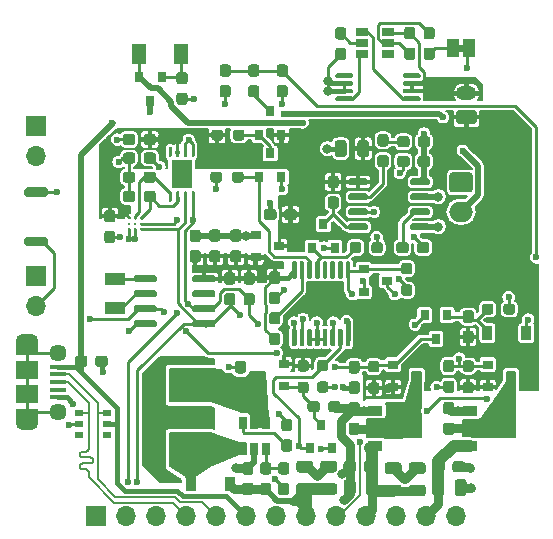
<source format=gbr>
G04 #@! TF.GenerationSoftware,KiCad,Pcbnew,(5.1.8)-1*
G04 #@! TF.CreationDate,2021-09-05T10:08:22+02:00*
G04 #@! TF.ProjectId,SuperPower-uC-KiCad,53757065-7250-46f7-9765-722d75432d4b,rev?*
G04 #@! TF.SameCoordinates,Original*
G04 #@! TF.FileFunction,Copper,L1,Top*
G04 #@! TF.FilePolarity,Positive*
%FSLAX46Y46*%
G04 Gerber Fmt 4.6, Leading zero omitted, Abs format (unit mm)*
G04 Created by KiCad (PCBNEW (5.1.8)-1) date 2021-09-05 10:08:22*
%MOMM*%
%LPD*%
G01*
G04 APERTURE LIST*
G04 #@! TA.AperFunction,EtchedComponent*
%ADD10C,0.100000*%
G04 #@! TD*
G04 #@! TA.AperFunction,SMDPad,CuDef*
%ADD11R,0.800000X0.900000*%
G04 #@! TD*
G04 #@! TA.AperFunction,SMDPad,CuDef*
%ADD12R,1.300000X1.700000*%
G04 #@! TD*
G04 #@! TA.AperFunction,SMDPad,CuDef*
%ADD13C,0.250000*%
G04 #@! TD*
G04 #@! TA.AperFunction,SMDPad,CuDef*
%ADD14R,0.650000X1.060000*%
G04 #@! TD*
G04 #@! TA.AperFunction,SMDPad,CuDef*
%ADD15R,0.900000X0.800000*%
G04 #@! TD*
G04 #@! TA.AperFunction,SMDPad,CuDef*
%ADD16R,1.060000X0.650000*%
G04 #@! TD*
G04 #@! TA.AperFunction,SMDPad,CuDef*
%ADD17C,0.100000*%
G04 #@! TD*
G04 #@! TA.AperFunction,SMDPad,CuDef*
%ADD18R,1.300000X0.900000*%
G04 #@! TD*
G04 #@! TA.AperFunction,SMDPad,CuDef*
%ADD19R,1.000000X1.500000*%
G04 #@! TD*
G04 #@! TA.AperFunction,ComponentPad*
%ADD20O,1.700000X1.700000*%
G04 #@! TD*
G04 #@! TA.AperFunction,ComponentPad*
%ADD21R,1.700000X1.700000*%
G04 #@! TD*
G04 #@! TA.AperFunction,SMDPad,CuDef*
%ADD22R,0.700000X0.510000*%
G04 #@! TD*
G04 #@! TA.AperFunction,SMDPad,CuDef*
%ADD23R,1.900000X1.200000*%
G04 #@! TD*
G04 #@! TA.AperFunction,ComponentPad*
%ADD24O,1.900000X1.200000*%
G04 #@! TD*
G04 #@! TA.AperFunction,SMDPad,CuDef*
%ADD25R,1.900000X1.500000*%
G04 #@! TD*
G04 #@! TA.AperFunction,ComponentPad*
%ADD26C,1.450000*%
G04 #@! TD*
G04 #@! TA.AperFunction,SMDPad,CuDef*
%ADD27R,1.350000X0.400000*%
G04 #@! TD*
G04 #@! TA.AperFunction,ComponentPad*
%ADD28O,1.750000X1.200000*%
G04 #@! TD*
G04 #@! TA.AperFunction,SMDPad,CuDef*
%ADD29R,1.800000X1.000000*%
G04 #@! TD*
G04 #@! TA.AperFunction,SMDPad,CuDef*
%ADD30R,1.800000X2.400000*%
G04 #@! TD*
G04 #@! TA.AperFunction,SMDPad,CuDef*
%ADD31R,3.500000X2.950000*%
G04 #@! TD*
G04 #@! TA.AperFunction,ComponentPad*
%ADD32O,2.000000X1.700000*%
G04 #@! TD*
G04 #@! TA.AperFunction,SMDPad,CuDef*
%ADD33R,0.900000X1.200000*%
G04 #@! TD*
G04 #@! TA.AperFunction,ViaPad*
%ADD34C,0.600000*%
G04 #@! TD*
G04 #@! TA.AperFunction,ViaPad*
%ADD35C,0.800000*%
G04 #@! TD*
G04 #@! TA.AperFunction,Conductor*
%ADD36C,0.250000*%
G04 #@! TD*
G04 #@! TA.AperFunction,Conductor*
%ADD37C,0.400000*%
G04 #@! TD*
G04 #@! TA.AperFunction,Conductor*
%ADD38C,0.750000*%
G04 #@! TD*
G04 #@! TA.AperFunction,Conductor*
%ADD39C,0.500000*%
G04 #@! TD*
G04 #@! TA.AperFunction,Conductor*
%ADD40C,1.000000*%
G04 #@! TD*
G04 #@! TA.AperFunction,Conductor*
%ADD41C,0.200000*%
G04 #@! TD*
G04 #@! TA.AperFunction,Conductor*
%ADD42C,0.100000*%
G04 #@! TD*
G04 APERTURE END LIST*
D10*
G36*
X171689600Y-82723000D02*
G01*
X171189600Y-82723000D01*
X171189600Y-82123000D01*
X171689600Y-82123000D01*
X171689600Y-82723000D01*
G37*
G04 #@! TA.AperFunction,SMDPad,CuDef*
G36*
G01*
X157427600Y-101946500D02*
X157227600Y-101946500D01*
G75*
G02*
X157127600Y-101846500I0J100000D01*
G01*
X157127600Y-100571500D01*
G75*
G02*
X157227600Y-100471500I100000J0D01*
G01*
X157427600Y-100471500D01*
G75*
G02*
X157527600Y-100571500I0J-100000D01*
G01*
X157527600Y-101846500D01*
G75*
G02*
X157427600Y-101946500I-100000J0D01*
G01*
G37*
G04 #@! TD.AperFunction*
G04 #@! TA.AperFunction,SMDPad,CuDef*
G36*
G01*
X158077600Y-101946500D02*
X157877600Y-101946500D01*
G75*
G02*
X157777600Y-101846500I0J100000D01*
G01*
X157777600Y-100571500D01*
G75*
G02*
X157877600Y-100471500I100000J0D01*
G01*
X158077600Y-100471500D01*
G75*
G02*
X158177600Y-100571500I0J-100000D01*
G01*
X158177600Y-101846500D01*
G75*
G02*
X158077600Y-101946500I-100000J0D01*
G01*
G37*
G04 #@! TD.AperFunction*
G04 #@! TA.AperFunction,SMDPad,CuDef*
G36*
G01*
X158727600Y-101946500D02*
X158527600Y-101946500D01*
G75*
G02*
X158427600Y-101846500I0J100000D01*
G01*
X158427600Y-100571500D01*
G75*
G02*
X158527600Y-100471500I100000J0D01*
G01*
X158727600Y-100471500D01*
G75*
G02*
X158827600Y-100571500I0J-100000D01*
G01*
X158827600Y-101846500D01*
G75*
G02*
X158727600Y-101946500I-100000J0D01*
G01*
G37*
G04 #@! TD.AperFunction*
G04 #@! TA.AperFunction,SMDPad,CuDef*
G36*
G01*
X159377600Y-101946500D02*
X159177600Y-101946500D01*
G75*
G02*
X159077600Y-101846500I0J100000D01*
G01*
X159077600Y-100571500D01*
G75*
G02*
X159177600Y-100471500I100000J0D01*
G01*
X159377600Y-100471500D01*
G75*
G02*
X159477600Y-100571500I0J-100000D01*
G01*
X159477600Y-101846500D01*
G75*
G02*
X159377600Y-101946500I-100000J0D01*
G01*
G37*
G04 #@! TD.AperFunction*
G04 #@! TA.AperFunction,SMDPad,CuDef*
G36*
G01*
X160027600Y-101946500D02*
X159827600Y-101946500D01*
G75*
G02*
X159727600Y-101846500I0J100000D01*
G01*
X159727600Y-100571500D01*
G75*
G02*
X159827600Y-100471500I100000J0D01*
G01*
X160027600Y-100471500D01*
G75*
G02*
X160127600Y-100571500I0J-100000D01*
G01*
X160127600Y-101846500D01*
G75*
G02*
X160027600Y-101946500I-100000J0D01*
G01*
G37*
G04 #@! TD.AperFunction*
G04 #@! TA.AperFunction,SMDPad,CuDef*
G36*
G01*
X160677600Y-101946500D02*
X160477600Y-101946500D01*
G75*
G02*
X160377600Y-101846500I0J100000D01*
G01*
X160377600Y-100571500D01*
G75*
G02*
X160477600Y-100471500I100000J0D01*
G01*
X160677600Y-100471500D01*
G75*
G02*
X160777600Y-100571500I0J-100000D01*
G01*
X160777600Y-101846500D01*
G75*
G02*
X160677600Y-101946500I-100000J0D01*
G01*
G37*
G04 #@! TD.AperFunction*
G04 #@! TA.AperFunction,SMDPad,CuDef*
G36*
G01*
X161327600Y-101946500D02*
X161127600Y-101946500D01*
G75*
G02*
X161027600Y-101846500I0J100000D01*
G01*
X161027600Y-100571500D01*
G75*
G02*
X161127600Y-100471500I100000J0D01*
G01*
X161327600Y-100471500D01*
G75*
G02*
X161427600Y-100571500I0J-100000D01*
G01*
X161427600Y-101846500D01*
G75*
G02*
X161327600Y-101946500I-100000J0D01*
G01*
G37*
G04 #@! TD.AperFunction*
G04 #@! TA.AperFunction,SMDPad,CuDef*
G36*
G01*
X161977600Y-101946500D02*
X161777600Y-101946500D01*
G75*
G02*
X161677600Y-101846500I0J100000D01*
G01*
X161677600Y-100571500D01*
G75*
G02*
X161777600Y-100471500I100000J0D01*
G01*
X161977600Y-100471500D01*
G75*
G02*
X162077600Y-100571500I0J-100000D01*
G01*
X162077600Y-101846500D01*
G75*
G02*
X161977600Y-101946500I-100000J0D01*
G01*
G37*
G04 #@! TD.AperFunction*
G04 #@! TA.AperFunction,SMDPad,CuDef*
G36*
G01*
X161977600Y-107671500D02*
X161777600Y-107671500D01*
G75*
G02*
X161677600Y-107571500I0J100000D01*
G01*
X161677600Y-106296500D01*
G75*
G02*
X161777600Y-106196500I100000J0D01*
G01*
X161977600Y-106196500D01*
G75*
G02*
X162077600Y-106296500I0J-100000D01*
G01*
X162077600Y-107571500D01*
G75*
G02*
X161977600Y-107671500I-100000J0D01*
G01*
G37*
G04 #@! TD.AperFunction*
G04 #@! TA.AperFunction,SMDPad,CuDef*
G36*
G01*
X161327600Y-107671500D02*
X161127600Y-107671500D01*
G75*
G02*
X161027600Y-107571500I0J100000D01*
G01*
X161027600Y-106296500D01*
G75*
G02*
X161127600Y-106196500I100000J0D01*
G01*
X161327600Y-106196500D01*
G75*
G02*
X161427600Y-106296500I0J-100000D01*
G01*
X161427600Y-107571500D01*
G75*
G02*
X161327600Y-107671500I-100000J0D01*
G01*
G37*
G04 #@! TD.AperFunction*
G04 #@! TA.AperFunction,SMDPad,CuDef*
G36*
G01*
X160677600Y-107671500D02*
X160477600Y-107671500D01*
G75*
G02*
X160377600Y-107571500I0J100000D01*
G01*
X160377600Y-106296500D01*
G75*
G02*
X160477600Y-106196500I100000J0D01*
G01*
X160677600Y-106196500D01*
G75*
G02*
X160777600Y-106296500I0J-100000D01*
G01*
X160777600Y-107571500D01*
G75*
G02*
X160677600Y-107671500I-100000J0D01*
G01*
G37*
G04 #@! TD.AperFunction*
G04 #@! TA.AperFunction,SMDPad,CuDef*
G36*
G01*
X160027600Y-107671500D02*
X159827600Y-107671500D01*
G75*
G02*
X159727600Y-107571500I0J100000D01*
G01*
X159727600Y-106296500D01*
G75*
G02*
X159827600Y-106196500I100000J0D01*
G01*
X160027600Y-106196500D01*
G75*
G02*
X160127600Y-106296500I0J-100000D01*
G01*
X160127600Y-107571500D01*
G75*
G02*
X160027600Y-107671500I-100000J0D01*
G01*
G37*
G04 #@! TD.AperFunction*
G04 #@! TA.AperFunction,SMDPad,CuDef*
G36*
G01*
X159377600Y-107671500D02*
X159177600Y-107671500D01*
G75*
G02*
X159077600Y-107571500I0J100000D01*
G01*
X159077600Y-106296500D01*
G75*
G02*
X159177600Y-106196500I100000J0D01*
G01*
X159377600Y-106196500D01*
G75*
G02*
X159477600Y-106296500I0J-100000D01*
G01*
X159477600Y-107571500D01*
G75*
G02*
X159377600Y-107671500I-100000J0D01*
G01*
G37*
G04 #@! TD.AperFunction*
G04 #@! TA.AperFunction,SMDPad,CuDef*
G36*
G01*
X158727600Y-107671500D02*
X158527600Y-107671500D01*
G75*
G02*
X158427600Y-107571500I0J100000D01*
G01*
X158427600Y-106296500D01*
G75*
G02*
X158527600Y-106196500I100000J0D01*
G01*
X158727600Y-106196500D01*
G75*
G02*
X158827600Y-106296500I0J-100000D01*
G01*
X158827600Y-107571500D01*
G75*
G02*
X158727600Y-107671500I-100000J0D01*
G01*
G37*
G04 #@! TD.AperFunction*
G04 #@! TA.AperFunction,SMDPad,CuDef*
G36*
G01*
X158077600Y-107671500D02*
X157877600Y-107671500D01*
G75*
G02*
X157777600Y-107571500I0J100000D01*
G01*
X157777600Y-106296500D01*
G75*
G02*
X157877600Y-106196500I100000J0D01*
G01*
X158077600Y-106196500D01*
G75*
G02*
X158177600Y-106296500I0J-100000D01*
G01*
X158177600Y-107571500D01*
G75*
G02*
X158077600Y-107671500I-100000J0D01*
G01*
G37*
G04 #@! TD.AperFunction*
G04 #@! TA.AperFunction,SMDPad,CuDef*
G36*
G01*
X157427600Y-107671500D02*
X157227600Y-107671500D01*
G75*
G02*
X157127600Y-107571500I0J100000D01*
G01*
X157127600Y-106296500D01*
G75*
G02*
X157227600Y-106196500I100000J0D01*
G01*
X157427600Y-106196500D01*
G75*
G02*
X157527600Y-106296500I0J-100000D01*
G01*
X157527600Y-107571500D01*
G75*
G02*
X157427600Y-107671500I-100000J0D01*
G01*
G37*
G04 #@! TD.AperFunction*
G04 #@! TA.AperFunction,SMDPad,CuDef*
G36*
G01*
X147590500Y-86188000D02*
X148065500Y-86188000D01*
G75*
G02*
X148303000Y-86425500I0J-237500D01*
G01*
X148303000Y-87000500D01*
G75*
G02*
X148065500Y-87238000I-237500J0D01*
G01*
X147590500Y-87238000D01*
G75*
G02*
X147353000Y-87000500I0J237500D01*
G01*
X147353000Y-86425500D01*
G75*
G02*
X147590500Y-86188000I237500J0D01*
G01*
G37*
G04 #@! TD.AperFunction*
G04 #@! TA.AperFunction,SMDPad,CuDef*
G36*
G01*
X147590500Y-84438000D02*
X148065500Y-84438000D01*
G75*
G02*
X148303000Y-84675500I0J-237500D01*
G01*
X148303000Y-85250500D01*
G75*
G02*
X148065500Y-85488000I-237500J0D01*
G01*
X147590500Y-85488000D01*
G75*
G02*
X147353000Y-85250500I0J237500D01*
G01*
X147353000Y-84675500D01*
G75*
G02*
X147590500Y-84438000I237500J0D01*
G01*
G37*
G04 #@! TD.AperFunction*
D11*
X145150800Y-86861400D03*
X144200800Y-84861400D03*
X146100800Y-84861400D03*
D12*
X147726400Y-82880200D03*
X144226400Y-82880200D03*
G04 #@! TA.AperFunction,SMDPad,CuDef*
G36*
G01*
X159503100Y-110637500D02*
X159978100Y-110637500D01*
G75*
G02*
X160215600Y-110875000I0J-237500D01*
G01*
X160215600Y-111375000D01*
G75*
G02*
X159978100Y-111612500I-237500J0D01*
G01*
X159503100Y-111612500D01*
G75*
G02*
X159265600Y-111375000I0J237500D01*
G01*
X159265600Y-110875000D01*
G75*
G02*
X159503100Y-110637500I237500J0D01*
G01*
G37*
G04 #@! TD.AperFunction*
G04 #@! TA.AperFunction,SMDPad,CuDef*
G36*
G01*
X159503100Y-108812500D02*
X159978100Y-108812500D01*
G75*
G02*
X160215600Y-109050000I0J-237500D01*
G01*
X160215600Y-109550000D01*
G75*
G02*
X159978100Y-109787500I-237500J0D01*
G01*
X159503100Y-109787500D01*
G75*
G02*
X159265600Y-109550000I0J237500D01*
G01*
X159265600Y-109050000D01*
G75*
G02*
X159503100Y-108812500I237500J0D01*
G01*
G37*
G04 #@! TD.AperFunction*
G04 #@! TA.AperFunction,SMDPad,CuDef*
G36*
G01*
X141469100Y-97886000D02*
X141944100Y-97886000D01*
G75*
G02*
X142181600Y-98123500I0J-237500D01*
G01*
X142181600Y-98698500D01*
G75*
G02*
X141944100Y-98936000I-237500J0D01*
G01*
X141469100Y-98936000D01*
G75*
G02*
X141231600Y-98698500I0J237500D01*
G01*
X141231600Y-98123500D01*
G75*
G02*
X141469100Y-97886000I237500J0D01*
G01*
G37*
G04 #@! TD.AperFunction*
G04 #@! TA.AperFunction,SMDPad,CuDef*
G36*
G01*
X141469100Y-96136000D02*
X141944100Y-96136000D01*
G75*
G02*
X142181600Y-96373500I0J-237500D01*
G01*
X142181600Y-96948500D01*
G75*
G02*
X141944100Y-97186000I-237500J0D01*
G01*
X141469100Y-97186000D01*
G75*
G02*
X141231600Y-96948500I0J237500D01*
G01*
X141231600Y-96373500D01*
G75*
G02*
X141469100Y-96136000I237500J0D01*
G01*
G37*
G04 #@! TD.AperFunction*
D13*
X144373600Y-96774000D03*
X143873600Y-96774000D03*
X143373600Y-96774000D03*
X144373600Y-97274000D03*
X143873600Y-97274000D03*
X143373600Y-97274000D03*
X144373600Y-97774000D03*
X143873600Y-97774000D03*
X143373600Y-97774000D03*
G04 #@! TA.AperFunction,SMDPad,CuDef*
G36*
G01*
X153755100Y-102457800D02*
X153280100Y-102457800D01*
G75*
G02*
X153042600Y-102220300I0J237500D01*
G01*
X153042600Y-101645300D01*
G75*
G02*
X153280100Y-101407800I237500J0D01*
G01*
X153755100Y-101407800D01*
G75*
G02*
X153992600Y-101645300I0J-237500D01*
G01*
X153992600Y-102220300D01*
G75*
G02*
X153755100Y-102457800I-237500J0D01*
G01*
G37*
G04 #@! TD.AperFunction*
G04 #@! TA.AperFunction,SMDPad,CuDef*
G36*
G01*
X153755100Y-104207800D02*
X153280100Y-104207800D01*
G75*
G02*
X153042600Y-103970300I0J237500D01*
G01*
X153042600Y-103395300D01*
G75*
G02*
X153280100Y-103157800I237500J0D01*
G01*
X153755100Y-103157800D01*
G75*
G02*
X153992600Y-103395300I0J-237500D01*
G01*
X153992600Y-103970300D01*
G75*
G02*
X153755100Y-104207800I-237500J0D01*
G01*
G37*
G04 #@! TD.AperFunction*
G04 #@! TA.AperFunction,SMDPad,CuDef*
G36*
G01*
X148708100Y-99512000D02*
X149183100Y-99512000D01*
G75*
G02*
X149420600Y-99749500I0J-237500D01*
G01*
X149420600Y-100349500D01*
G75*
G02*
X149183100Y-100587000I-237500J0D01*
G01*
X148708100Y-100587000D01*
G75*
G02*
X148470600Y-100349500I0J237500D01*
G01*
X148470600Y-99749500D01*
G75*
G02*
X148708100Y-99512000I237500J0D01*
G01*
G37*
G04 #@! TD.AperFunction*
G04 #@! TA.AperFunction,SMDPad,CuDef*
G36*
G01*
X148708100Y-97787000D02*
X149183100Y-97787000D01*
G75*
G02*
X149420600Y-98024500I0J-237500D01*
G01*
X149420600Y-98624500D01*
G75*
G02*
X149183100Y-98862000I-237500J0D01*
G01*
X148708100Y-98862000D01*
G75*
G02*
X148470600Y-98624500I0J237500D01*
G01*
X148470600Y-98024500D01*
G75*
G02*
X148708100Y-97787000I237500J0D01*
G01*
G37*
G04 #@! TD.AperFunction*
D14*
X153959600Y-114132000D03*
X153009600Y-114132000D03*
X154909600Y-114132000D03*
X154909600Y-116332000D03*
X153959600Y-116332000D03*
X153009600Y-116332000D03*
D15*
X156065600Y-99187000D03*
X154065600Y-100137000D03*
X154065600Y-98237000D03*
D16*
X165302100Y-81976000D03*
X165302100Y-81026000D03*
X165302100Y-82926000D03*
X163102100Y-82926000D03*
X163102100Y-81976000D03*
X163102100Y-81026000D03*
G04 #@! TA.AperFunction,SMDPad,CuDef*
G36*
G01*
X168216600Y-118483000D02*
X167266600Y-118483000D01*
G75*
G02*
X167016600Y-118233000I0J250000D01*
G01*
X167016600Y-117733000D01*
G75*
G02*
X167266600Y-117483000I250000J0D01*
G01*
X168216600Y-117483000D01*
G75*
G02*
X168466600Y-117733000I0J-250000D01*
G01*
X168466600Y-118233000D01*
G75*
G02*
X168216600Y-118483000I-250000J0D01*
G01*
G37*
G04 #@! TD.AperFunction*
G04 #@! TA.AperFunction,SMDPad,CuDef*
G36*
G01*
X168216600Y-120383000D02*
X167266600Y-120383000D01*
G75*
G02*
X167016600Y-120133000I0J250000D01*
G01*
X167016600Y-119633000D01*
G75*
G02*
X167266600Y-119383000I250000J0D01*
G01*
X168216600Y-119383000D01*
G75*
G02*
X168466600Y-119633000I0J-250000D01*
G01*
X168466600Y-120133000D01*
G75*
G02*
X168216600Y-120383000I-250000J0D01*
G01*
G37*
G04 #@! TD.AperFunction*
G04 #@! TA.AperFunction,SMDPad,CuDef*
D17*
G36*
X168135600Y-115471300D02*
G01*
X165010600Y-115471300D01*
X165010600Y-115054800D01*
X163535600Y-115054800D01*
X163535600Y-114154800D01*
X165010600Y-114154800D01*
X165010600Y-113738300D01*
X168135600Y-113738300D01*
X168135600Y-115471300D01*
G37*
G04 #@! TD.AperFunction*
D18*
X164185600Y-116104800D03*
X164185600Y-113104800D03*
G04 #@! TA.AperFunction,SMDPad,CuDef*
D17*
G36*
X176136600Y-115471300D02*
G01*
X173011600Y-115471300D01*
X173011600Y-115054800D01*
X171536600Y-115054800D01*
X171536600Y-114154800D01*
X173011600Y-114154800D01*
X173011600Y-113738300D01*
X176136600Y-113738300D01*
X176136600Y-115471300D01*
G37*
G04 #@! TD.AperFunction*
D18*
X172186600Y-116104800D03*
X172186600Y-113104800D03*
D19*
X170789600Y-82423000D03*
X172089600Y-82423000D03*
D11*
X155295600Y-87789000D03*
X156245600Y-89789000D03*
X154345600Y-89789000D03*
D15*
X154438600Y-110109000D03*
X156438600Y-109159000D03*
X156438600Y-111059000D03*
X175710600Y-110170000D03*
X173710600Y-111120000D03*
X173710600Y-109220000D03*
X167709600Y-110170000D03*
X165709600Y-111120000D03*
X165709600Y-109220000D03*
G04 #@! TA.AperFunction,SMDPad,CuDef*
G36*
G01*
X152061100Y-93582500D02*
X152061100Y-93107500D01*
G75*
G02*
X152298600Y-92870000I237500J0D01*
G01*
X152798600Y-92870000D01*
G75*
G02*
X153036100Y-93107500I0J-237500D01*
G01*
X153036100Y-93582500D01*
G75*
G02*
X152798600Y-93820000I-237500J0D01*
G01*
X152298600Y-93820000D01*
G75*
G02*
X152061100Y-93582500I0J237500D01*
G01*
G37*
G04 #@! TD.AperFunction*
G04 #@! TA.AperFunction,SMDPad,CuDef*
G36*
G01*
X150236100Y-93582500D02*
X150236100Y-93107500D01*
G75*
G02*
X150473600Y-92870000I237500J0D01*
G01*
X150973600Y-92870000D01*
G75*
G02*
X151211100Y-93107500I0J-237500D01*
G01*
X151211100Y-93582500D01*
G75*
G02*
X150973600Y-93820000I-237500J0D01*
G01*
X150473600Y-93820000D01*
G75*
G02*
X150236100Y-93582500I0J237500D01*
G01*
G37*
G04 #@! TD.AperFunction*
G04 #@! TA.AperFunction,SMDPad,CuDef*
G36*
G01*
X166615100Y-102429500D02*
X167090100Y-102429500D01*
G75*
G02*
X167327600Y-102667000I0J-237500D01*
G01*
X167327600Y-103167000D01*
G75*
G02*
X167090100Y-103404500I-237500J0D01*
G01*
X166615100Y-103404500D01*
G75*
G02*
X166377600Y-103167000I0J237500D01*
G01*
X166377600Y-102667000D01*
G75*
G02*
X166615100Y-102429500I237500J0D01*
G01*
G37*
G04 #@! TD.AperFunction*
G04 #@! TA.AperFunction,SMDPad,CuDef*
G36*
G01*
X166615100Y-100604500D02*
X167090100Y-100604500D01*
G75*
G02*
X167327600Y-100842000I0J-237500D01*
G01*
X167327600Y-101342000D01*
G75*
G02*
X167090100Y-101579500I-237500J0D01*
G01*
X166615100Y-101579500D01*
G75*
G02*
X166377600Y-101342000I0J237500D01*
G01*
X166377600Y-100842000D01*
G75*
G02*
X166615100Y-100604500I237500J0D01*
G01*
G37*
G04 #@! TD.AperFunction*
G04 #@! TA.AperFunction,SMDPad,CuDef*
G36*
G01*
X151291100Y-89551500D02*
X151291100Y-90026500D01*
G75*
G02*
X151053600Y-90264000I-237500J0D01*
G01*
X150553600Y-90264000D01*
G75*
G02*
X150316100Y-90026500I0J237500D01*
G01*
X150316100Y-89551500D01*
G75*
G02*
X150553600Y-89314000I237500J0D01*
G01*
X151053600Y-89314000D01*
G75*
G02*
X151291100Y-89551500I0J-237500D01*
G01*
G37*
G04 #@! TD.AperFunction*
G04 #@! TA.AperFunction,SMDPad,CuDef*
G36*
G01*
X153116100Y-89551500D02*
X153116100Y-90026500D01*
G75*
G02*
X152878600Y-90264000I-237500J0D01*
G01*
X152378600Y-90264000D01*
G75*
G02*
X152141100Y-90026500I0J237500D01*
G01*
X152141100Y-89551500D01*
G75*
G02*
X152378600Y-89314000I237500J0D01*
G01*
X152878600Y-89314000D01*
G75*
G02*
X153116100Y-89551500I0J-237500D01*
G01*
G37*
G04 #@! TD.AperFunction*
G04 #@! TA.AperFunction,SMDPad,CuDef*
G36*
G01*
X158327100Y-109811000D02*
X157852100Y-109811000D01*
G75*
G02*
X157614600Y-109573500I0J237500D01*
G01*
X157614600Y-109073500D01*
G75*
G02*
X157852100Y-108836000I237500J0D01*
G01*
X158327100Y-108836000D01*
G75*
G02*
X158564600Y-109073500I0J-237500D01*
G01*
X158564600Y-109573500D01*
G75*
G02*
X158327100Y-109811000I-237500J0D01*
G01*
G37*
G04 #@! TD.AperFunction*
G04 #@! TA.AperFunction,SMDPad,CuDef*
G36*
G01*
X158327100Y-111636000D02*
X157852100Y-111636000D01*
G75*
G02*
X157614600Y-111398500I0J237500D01*
G01*
X157614600Y-110898500D01*
G75*
G02*
X157852100Y-110661000I237500J0D01*
G01*
X158327100Y-110661000D01*
G75*
G02*
X158564600Y-110898500I0J-237500D01*
G01*
X158564600Y-111398500D01*
G75*
G02*
X158327100Y-111636000I-237500J0D01*
G01*
G37*
G04 #@! TD.AperFunction*
G04 #@! TA.AperFunction,SMDPad,CuDef*
G36*
G01*
X163821100Y-110725800D02*
X164296100Y-110725800D01*
G75*
G02*
X164533600Y-110963300I0J-237500D01*
G01*
X164533600Y-111463300D01*
G75*
G02*
X164296100Y-111700800I-237500J0D01*
G01*
X163821100Y-111700800D01*
G75*
G02*
X163583600Y-111463300I0J237500D01*
G01*
X163583600Y-110963300D01*
G75*
G02*
X163821100Y-110725800I237500J0D01*
G01*
G37*
G04 #@! TD.AperFunction*
G04 #@! TA.AperFunction,SMDPad,CuDef*
G36*
G01*
X163821100Y-108900800D02*
X164296100Y-108900800D01*
G75*
G02*
X164533600Y-109138300I0J-237500D01*
G01*
X164533600Y-109638300D01*
G75*
G02*
X164296100Y-109875800I-237500J0D01*
G01*
X163821100Y-109875800D01*
G75*
G02*
X163583600Y-109638300I0J237500D01*
G01*
X163583600Y-109138300D01*
G75*
G02*
X163821100Y-108900800I237500J0D01*
G01*
G37*
G04 #@! TD.AperFunction*
G04 #@! TA.AperFunction,SMDPad,CuDef*
G36*
G01*
X171822100Y-110684500D02*
X172297100Y-110684500D01*
G75*
G02*
X172534600Y-110922000I0J-237500D01*
G01*
X172534600Y-111422000D01*
G75*
G02*
X172297100Y-111659500I-237500J0D01*
G01*
X171822100Y-111659500D01*
G75*
G02*
X171584600Y-111422000I0J237500D01*
G01*
X171584600Y-110922000D01*
G75*
G02*
X171822100Y-110684500I237500J0D01*
G01*
G37*
G04 #@! TD.AperFunction*
G04 #@! TA.AperFunction,SMDPad,CuDef*
G36*
G01*
X171822100Y-108859500D02*
X172297100Y-108859500D01*
G75*
G02*
X172534600Y-109097000I0J-237500D01*
G01*
X172534600Y-109597000D01*
G75*
G02*
X172297100Y-109834500I-237500J0D01*
G01*
X171822100Y-109834500D01*
G75*
G02*
X171584600Y-109597000I0J237500D01*
G01*
X171584600Y-109097000D01*
G75*
G02*
X171822100Y-108859500I237500J0D01*
G01*
G37*
G04 #@! TD.AperFunction*
G04 #@! TA.AperFunction,SMDPad,CuDef*
G36*
G01*
X163012600Y-99076500D02*
X163012600Y-99551500D01*
G75*
G02*
X162775100Y-99789000I-237500J0D01*
G01*
X162275100Y-99789000D01*
G75*
G02*
X162037600Y-99551500I0J237500D01*
G01*
X162037600Y-99076500D01*
G75*
G02*
X162275100Y-98839000I237500J0D01*
G01*
X162775100Y-98839000D01*
G75*
G02*
X163012600Y-99076500I0J-237500D01*
G01*
G37*
G04 #@! TD.AperFunction*
G04 #@! TA.AperFunction,SMDPad,CuDef*
G36*
G01*
X164837600Y-99076500D02*
X164837600Y-99551500D01*
G75*
G02*
X164600100Y-99789000I-237500J0D01*
G01*
X164100100Y-99789000D01*
G75*
G02*
X163862600Y-99551500I0J237500D01*
G01*
X163862600Y-99076500D01*
G75*
G02*
X164100100Y-98839000I237500J0D01*
G01*
X164600100Y-98839000D01*
G75*
G02*
X164837600Y-99076500I0J-237500D01*
G01*
G37*
G04 #@! TD.AperFunction*
G04 #@! TA.AperFunction,SMDPad,CuDef*
G36*
G01*
X174198100Y-104283500D02*
X174198100Y-104758500D01*
G75*
G02*
X173960600Y-104996000I-237500J0D01*
G01*
X173460600Y-104996000D01*
G75*
G02*
X173223100Y-104758500I0J237500D01*
G01*
X173223100Y-104283500D01*
G75*
G02*
X173460600Y-104046000I237500J0D01*
G01*
X173960600Y-104046000D01*
G75*
G02*
X174198100Y-104283500I0J-237500D01*
G01*
G37*
G04 #@! TD.AperFunction*
G04 #@! TA.AperFunction,SMDPad,CuDef*
G36*
G01*
X176023100Y-104283500D02*
X176023100Y-104758500D01*
G75*
G02*
X175785600Y-104996000I-237500J0D01*
G01*
X175285600Y-104996000D01*
G75*
G02*
X175048100Y-104758500I0J237500D01*
G01*
X175048100Y-104283500D01*
G75*
G02*
X175285600Y-104046000I237500J0D01*
G01*
X175785600Y-104046000D01*
G75*
G02*
X176023100Y-104283500I0J-237500D01*
G01*
G37*
G04 #@! TD.AperFunction*
D11*
X155295600Y-91345000D03*
X156245600Y-93345000D03*
X154345600Y-93345000D03*
G04 #@! TA.AperFunction,SMDPad,CuDef*
G36*
G01*
X161769600Y-90457000D02*
X161769600Y-91407000D01*
G75*
G02*
X161519600Y-91657000I-250000J0D01*
G01*
X161019600Y-91657000D01*
G75*
G02*
X160769600Y-91407000I0J250000D01*
G01*
X160769600Y-90457000D01*
G75*
G02*
X161019600Y-90207000I250000J0D01*
G01*
X161519600Y-90207000D01*
G75*
G02*
X161769600Y-90457000I0J-250000D01*
G01*
G37*
G04 #@! TD.AperFunction*
G04 #@! TA.AperFunction,SMDPad,CuDef*
G36*
G01*
X163669600Y-90457000D02*
X163669600Y-91407000D01*
G75*
G02*
X163419600Y-91657000I-250000J0D01*
G01*
X162919600Y-91657000D01*
G75*
G02*
X162669600Y-91407000I0J250000D01*
G01*
X162669600Y-90457000D01*
G75*
G02*
X162919600Y-90207000I250000J0D01*
G01*
X163419600Y-90207000D01*
G75*
G02*
X163669600Y-90457000I0J-250000D01*
G01*
G37*
G04 #@! TD.AperFunction*
D20*
X171043600Y-122047000D03*
X168503600Y-122047000D03*
X165963600Y-122047000D03*
X163423600Y-122047000D03*
X160883600Y-122047000D03*
X158343600Y-122047000D03*
X155803600Y-122047000D03*
X153263600Y-122047000D03*
X150723600Y-122047000D03*
X148183600Y-122047000D03*
X145643600Y-122047000D03*
X143103600Y-122047000D03*
D21*
X140563600Y-122047000D03*
G04 #@! TA.AperFunction,SMDPad,CuDef*
G36*
G01*
X162645100Y-109975800D02*
X162170100Y-109975800D01*
G75*
G02*
X161932600Y-109738300I0J237500D01*
G01*
X161932600Y-109138300D01*
G75*
G02*
X162170100Y-108900800I237500J0D01*
G01*
X162645100Y-108900800D01*
G75*
G02*
X162882600Y-109138300I0J-237500D01*
G01*
X162882600Y-109738300D01*
G75*
G02*
X162645100Y-109975800I-237500J0D01*
G01*
G37*
G04 #@! TD.AperFunction*
G04 #@! TA.AperFunction,SMDPad,CuDef*
G36*
G01*
X162645100Y-111700800D02*
X162170100Y-111700800D01*
G75*
G02*
X161932600Y-111463300I0J237500D01*
G01*
X161932600Y-110863300D01*
G75*
G02*
X162170100Y-110625800I237500J0D01*
G01*
X162645100Y-110625800D01*
G75*
G02*
X162882600Y-110863300I0J-237500D01*
G01*
X162882600Y-111463300D01*
G75*
G02*
X162645100Y-111700800I-237500J0D01*
G01*
G37*
G04 #@! TD.AperFunction*
G04 #@! TA.AperFunction,SMDPad,CuDef*
G36*
G01*
X155914100Y-102391500D02*
X155439100Y-102391500D01*
G75*
G02*
X155201600Y-102154000I0J237500D01*
G01*
X155201600Y-101554000D01*
G75*
G02*
X155439100Y-101316500I237500J0D01*
G01*
X155914100Y-101316500D01*
G75*
G02*
X156151600Y-101554000I0J-237500D01*
G01*
X156151600Y-102154000D01*
G75*
G02*
X155914100Y-102391500I-237500J0D01*
G01*
G37*
G04 #@! TD.AperFunction*
G04 #@! TA.AperFunction,SMDPad,CuDef*
G36*
G01*
X155914100Y-104116500D02*
X155439100Y-104116500D01*
G75*
G02*
X155201600Y-103879000I0J237500D01*
G01*
X155201600Y-103279000D01*
G75*
G02*
X155439100Y-103041500I237500J0D01*
G01*
X155914100Y-103041500D01*
G75*
G02*
X156151600Y-103279000I0J-237500D01*
G01*
X156151600Y-103879000D01*
G75*
G02*
X155914100Y-104116500I-237500J0D01*
G01*
G37*
G04 #@! TD.AperFunction*
G04 #@! TA.AperFunction,SMDPad,CuDef*
G36*
G01*
X140470800Y-109178100D02*
X140470800Y-108703100D01*
G75*
G02*
X140708300Y-108465600I237500J0D01*
G01*
X141308300Y-108465600D01*
G75*
G02*
X141545800Y-108703100I0J-237500D01*
G01*
X141545800Y-109178100D01*
G75*
G02*
X141308300Y-109415600I-237500J0D01*
G01*
X140708300Y-109415600D01*
G75*
G02*
X140470800Y-109178100I0J237500D01*
G01*
G37*
G04 #@! TD.AperFunction*
G04 #@! TA.AperFunction,SMDPad,CuDef*
G36*
G01*
X138745800Y-109178100D02*
X138745800Y-108703100D01*
G75*
G02*
X138983300Y-108465600I237500J0D01*
G01*
X139583300Y-108465600D01*
G75*
G02*
X139820800Y-108703100I0J-237500D01*
G01*
X139820800Y-109178100D01*
G75*
G02*
X139583300Y-109415600I-237500J0D01*
G01*
X138983300Y-109415600D01*
G75*
G02*
X138745800Y-109178100I0J237500D01*
G01*
G37*
G04 #@! TD.AperFunction*
G04 #@! TA.AperFunction,SMDPad,CuDef*
G36*
G01*
X153018500Y-109975800D02*
X152543500Y-109975800D01*
G75*
G02*
X152306000Y-109738300I0J237500D01*
G01*
X152306000Y-109138300D01*
G75*
G02*
X152543500Y-108900800I237500J0D01*
G01*
X153018500Y-108900800D01*
G75*
G02*
X153256000Y-109138300I0J-237500D01*
G01*
X153256000Y-109738300D01*
G75*
G02*
X153018500Y-109975800I-237500J0D01*
G01*
G37*
G04 #@! TD.AperFunction*
G04 #@! TA.AperFunction,SMDPad,CuDef*
G36*
G01*
X153018500Y-111700800D02*
X152543500Y-111700800D01*
G75*
G02*
X152306000Y-111463300I0J237500D01*
G01*
X152306000Y-110863300D01*
G75*
G02*
X152543500Y-110625800I237500J0D01*
G01*
X153018500Y-110625800D01*
G75*
G02*
X153256000Y-110863300I0J-237500D01*
G01*
X153256000Y-111463300D01*
G75*
G02*
X153018500Y-111700800I-237500J0D01*
G01*
G37*
G04 #@! TD.AperFunction*
G04 #@! TA.AperFunction,SMDPad,CuDef*
G36*
G01*
X153628100Y-118561000D02*
X153153100Y-118561000D01*
G75*
G02*
X152915600Y-118323500I0J237500D01*
G01*
X152915600Y-117723500D01*
G75*
G02*
X153153100Y-117486000I237500J0D01*
G01*
X153628100Y-117486000D01*
G75*
G02*
X153865600Y-117723500I0J-237500D01*
G01*
X153865600Y-118323500D01*
G75*
G02*
X153628100Y-118561000I-237500J0D01*
G01*
G37*
G04 #@! TD.AperFunction*
G04 #@! TA.AperFunction,SMDPad,CuDef*
G36*
G01*
X153628100Y-120286000D02*
X153153100Y-120286000D01*
G75*
G02*
X152915600Y-120048500I0J237500D01*
G01*
X152915600Y-119448500D01*
G75*
G02*
X153153100Y-119211000I237500J0D01*
G01*
X153628100Y-119211000D01*
G75*
G02*
X153865600Y-119448500I0J-237500D01*
G01*
X153865600Y-120048500D01*
G75*
G02*
X153628100Y-120286000I-237500J0D01*
G01*
G37*
G04 #@! TD.AperFunction*
G04 #@! TA.AperFunction,SMDPad,CuDef*
G36*
G01*
X162576600Y-117618500D02*
X162576600Y-118093500D01*
G75*
G02*
X162339100Y-118331000I-237500J0D01*
G01*
X161739100Y-118331000D01*
G75*
G02*
X161501600Y-118093500I0J237500D01*
G01*
X161501600Y-117618500D01*
G75*
G02*
X161739100Y-117381000I237500J0D01*
G01*
X162339100Y-117381000D01*
G75*
G02*
X162576600Y-117618500I0J-237500D01*
G01*
G37*
G04 #@! TD.AperFunction*
G04 #@! TA.AperFunction,SMDPad,CuDef*
G36*
G01*
X164301600Y-117618500D02*
X164301600Y-118093500D01*
G75*
G02*
X164064100Y-118331000I-237500J0D01*
G01*
X163464100Y-118331000D01*
G75*
G02*
X163226600Y-118093500I0J237500D01*
G01*
X163226600Y-117618500D01*
G75*
G02*
X163464100Y-117381000I237500J0D01*
G01*
X164064100Y-117381000D01*
G75*
G02*
X164301600Y-117618500I0J-237500D01*
G01*
G37*
G04 #@! TD.AperFunction*
G04 #@! TA.AperFunction,SMDPad,CuDef*
G36*
G01*
X170719600Y-118093500D02*
X170719600Y-117618500D01*
G75*
G02*
X170957100Y-117381000I237500J0D01*
G01*
X171557100Y-117381000D01*
G75*
G02*
X171794600Y-117618500I0J-237500D01*
G01*
X171794600Y-118093500D01*
G75*
G02*
X171557100Y-118331000I-237500J0D01*
G01*
X170957100Y-118331000D01*
G75*
G02*
X170719600Y-118093500I0J237500D01*
G01*
G37*
G04 #@! TD.AperFunction*
G04 #@! TA.AperFunction,SMDPad,CuDef*
G36*
G01*
X168994600Y-118093500D02*
X168994600Y-117618500D01*
G75*
G02*
X169232100Y-117381000I237500J0D01*
G01*
X169832100Y-117381000D01*
G75*
G02*
X170069600Y-117618500I0J-237500D01*
G01*
X170069600Y-118093500D01*
G75*
G02*
X169832100Y-118331000I-237500J0D01*
G01*
X169232100Y-118331000D01*
G75*
G02*
X168994600Y-118093500I0J237500D01*
G01*
G37*
G04 #@! TD.AperFunction*
G04 #@! TA.AperFunction,SMDPad,CuDef*
G36*
G01*
X172297100Y-105693500D02*
X171822100Y-105693500D01*
G75*
G02*
X171584600Y-105456000I0J237500D01*
G01*
X171584600Y-104856000D01*
G75*
G02*
X171822100Y-104618500I237500J0D01*
G01*
X172297100Y-104618500D01*
G75*
G02*
X172534600Y-104856000I0J-237500D01*
G01*
X172534600Y-105456000D01*
G75*
G02*
X172297100Y-105693500I-237500J0D01*
G01*
G37*
G04 #@! TD.AperFunction*
G04 #@! TA.AperFunction,SMDPad,CuDef*
G36*
G01*
X172297100Y-107418500D02*
X171822100Y-107418500D01*
G75*
G02*
X171584600Y-107181000I0J237500D01*
G01*
X171584600Y-106581000D01*
G75*
G02*
X171822100Y-106343500I237500J0D01*
G01*
X172297100Y-106343500D01*
G75*
G02*
X172534600Y-106581000I0J-237500D01*
G01*
X172534600Y-107181000D01*
G75*
G02*
X172297100Y-107418500I-237500J0D01*
G01*
G37*
G04 #@! TD.AperFunction*
G04 #@! TA.AperFunction,SMDPad,CuDef*
G36*
G01*
X167112900Y-91786700D02*
X167112900Y-92261700D01*
G75*
G02*
X166875400Y-92499200I-237500J0D01*
G01*
X166275400Y-92499200D01*
G75*
G02*
X166037900Y-92261700I0J237500D01*
G01*
X166037900Y-91786700D01*
G75*
G02*
X166275400Y-91549200I237500J0D01*
G01*
X166875400Y-91549200D01*
G75*
G02*
X167112900Y-91786700I0J-237500D01*
G01*
G37*
G04 #@! TD.AperFunction*
G04 #@! TA.AperFunction,SMDPad,CuDef*
G36*
G01*
X168837900Y-91786700D02*
X168837900Y-92261700D01*
G75*
G02*
X168600400Y-92499200I-237500J0D01*
G01*
X168000400Y-92499200D01*
G75*
G02*
X167762900Y-92261700I0J237500D01*
G01*
X167762900Y-91786700D01*
G75*
G02*
X168000400Y-91549200I237500J0D01*
G01*
X168600400Y-91549200D01*
G75*
G02*
X168837900Y-91786700I0J-237500D01*
G01*
G37*
G04 #@! TD.AperFunction*
G04 #@! TA.AperFunction,SMDPad,CuDef*
G36*
G01*
X155833100Y-96282500D02*
X155833100Y-96757500D01*
G75*
G02*
X155595600Y-96995000I-237500J0D01*
G01*
X154995600Y-96995000D01*
G75*
G02*
X154758100Y-96757500I0J237500D01*
G01*
X154758100Y-96282500D01*
G75*
G02*
X154995600Y-96045000I237500J0D01*
G01*
X155595600Y-96045000D01*
G75*
G02*
X155833100Y-96282500I0J-237500D01*
G01*
G37*
G04 #@! TD.AperFunction*
G04 #@! TA.AperFunction,SMDPad,CuDef*
G36*
G01*
X157558100Y-96282500D02*
X157558100Y-96757500D01*
G75*
G02*
X157320600Y-96995000I-237500J0D01*
G01*
X156720600Y-96995000D01*
G75*
G02*
X156483100Y-96757500I0J237500D01*
G01*
X156483100Y-96282500D01*
G75*
G02*
X156720600Y-96045000I237500J0D01*
G01*
X157320600Y-96045000D01*
G75*
G02*
X157558100Y-96282500I0J-237500D01*
G01*
G37*
G04 #@! TD.AperFunction*
D20*
X135483600Y-104267000D03*
D21*
X135483600Y-101727000D03*
G04 #@! TA.AperFunction,SMDPad,CuDef*
G36*
G01*
X167724600Y-99551500D02*
X167724600Y-99076500D01*
G75*
G02*
X167962100Y-98839000I237500J0D01*
G01*
X168537100Y-98839000D01*
G75*
G02*
X168774600Y-99076500I0J-237500D01*
G01*
X168774600Y-99551500D01*
G75*
G02*
X168537100Y-99789000I-237500J0D01*
G01*
X167962100Y-99789000D01*
G75*
G02*
X167724600Y-99551500I0J237500D01*
G01*
G37*
G04 #@! TD.AperFunction*
G04 #@! TA.AperFunction,SMDPad,CuDef*
G36*
G01*
X165974600Y-99551500D02*
X165974600Y-99076500D01*
G75*
G02*
X166212100Y-98839000I237500J0D01*
G01*
X166787100Y-98839000D01*
G75*
G02*
X167024600Y-99076500I0J-237500D01*
G01*
X167024600Y-99551500D01*
G75*
G02*
X166787100Y-99789000I-237500J0D01*
G01*
X166212100Y-99789000D01*
G75*
G02*
X165974600Y-99551500I0J237500D01*
G01*
G37*
G04 #@! TD.AperFunction*
G04 #@! TA.AperFunction,SMDPad,CuDef*
G36*
G01*
X156074100Y-85553000D02*
X156549100Y-85553000D01*
G75*
G02*
X156786600Y-85790500I0J-237500D01*
G01*
X156786600Y-86365500D01*
G75*
G02*
X156549100Y-86603000I-237500J0D01*
G01*
X156074100Y-86603000D01*
G75*
G02*
X155836600Y-86365500I0J237500D01*
G01*
X155836600Y-85790500D01*
G75*
G02*
X156074100Y-85553000I237500J0D01*
G01*
G37*
G04 #@! TD.AperFunction*
G04 #@! TA.AperFunction,SMDPad,CuDef*
G36*
G01*
X156074100Y-83803000D02*
X156549100Y-83803000D01*
G75*
G02*
X156786600Y-84040500I0J-237500D01*
G01*
X156786600Y-84615500D01*
G75*
G02*
X156549100Y-84853000I-237500J0D01*
G01*
X156074100Y-84853000D01*
G75*
G02*
X155836600Y-84615500I0J237500D01*
G01*
X155836600Y-84040500D01*
G75*
G02*
X156074100Y-83803000I237500J0D01*
G01*
G37*
G04 #@! TD.AperFunction*
G04 #@! TA.AperFunction,SMDPad,CuDef*
G36*
G01*
X154136100Y-84853000D02*
X153661100Y-84853000D01*
G75*
G02*
X153423600Y-84615500I0J237500D01*
G01*
X153423600Y-84040500D01*
G75*
G02*
X153661100Y-83803000I237500J0D01*
G01*
X154136100Y-83803000D01*
G75*
G02*
X154373600Y-84040500I0J-237500D01*
G01*
X154373600Y-84615500D01*
G75*
G02*
X154136100Y-84853000I-237500J0D01*
G01*
G37*
G04 #@! TD.AperFunction*
G04 #@! TA.AperFunction,SMDPad,CuDef*
G36*
G01*
X154136100Y-86603000D02*
X153661100Y-86603000D01*
G75*
G02*
X153423600Y-86365500I0J237500D01*
G01*
X153423600Y-85790500D01*
G75*
G02*
X153661100Y-85553000I237500J0D01*
G01*
X154136100Y-85553000D01*
G75*
G02*
X154373600Y-85790500I0J-237500D01*
G01*
X154373600Y-86365500D01*
G75*
G02*
X154136100Y-86603000I-237500J0D01*
G01*
G37*
G04 #@! TD.AperFunction*
D11*
X159806600Y-97314000D03*
X160756600Y-99314000D03*
X158856600Y-99314000D03*
G04 #@! TA.AperFunction,SMDPad,CuDef*
G36*
G01*
X151723100Y-84853000D02*
X151248100Y-84853000D01*
G75*
G02*
X151010600Y-84615500I0J237500D01*
G01*
X151010600Y-84040500D01*
G75*
G02*
X151248100Y-83803000I237500J0D01*
G01*
X151723100Y-83803000D01*
G75*
G02*
X151960600Y-84040500I0J-237500D01*
G01*
X151960600Y-84615500D01*
G75*
G02*
X151723100Y-84853000I-237500J0D01*
G01*
G37*
G04 #@! TD.AperFunction*
G04 #@! TA.AperFunction,SMDPad,CuDef*
G36*
G01*
X151723100Y-86603000D02*
X151248100Y-86603000D01*
G75*
G02*
X151010600Y-86365500I0J237500D01*
G01*
X151010600Y-85790500D01*
G75*
G02*
X151248100Y-85553000I237500J0D01*
G01*
X151723100Y-85553000D01*
G75*
G02*
X151960600Y-85790500I0J-237500D01*
G01*
X151960600Y-86365500D01*
G75*
G02*
X151723100Y-86603000I-237500J0D01*
G01*
G37*
G04 #@! TD.AperFunction*
G04 #@! TA.AperFunction,SMDPad,CuDef*
G36*
G01*
X166184600Y-118483000D02*
X165234600Y-118483000D01*
G75*
G02*
X164984600Y-118233000I0J250000D01*
G01*
X164984600Y-117733000D01*
G75*
G02*
X165234600Y-117483000I250000J0D01*
G01*
X166184600Y-117483000D01*
G75*
G02*
X166434600Y-117733000I0J-250000D01*
G01*
X166434600Y-118233000D01*
G75*
G02*
X166184600Y-118483000I-250000J0D01*
G01*
G37*
G04 #@! TD.AperFunction*
G04 #@! TA.AperFunction,SMDPad,CuDef*
G36*
G01*
X166184600Y-120383000D02*
X165234600Y-120383000D01*
G75*
G02*
X164984600Y-120133000I0J250000D01*
G01*
X164984600Y-119633000D01*
G75*
G02*
X165234600Y-119383000I250000J0D01*
G01*
X166184600Y-119383000D01*
G75*
G02*
X166434600Y-119633000I0J-250000D01*
G01*
X166434600Y-120133000D01*
G75*
G02*
X166184600Y-120383000I-250000J0D01*
G01*
G37*
G04 #@! TD.AperFunction*
G04 #@! TA.AperFunction,SMDPad,CuDef*
G36*
G01*
X162526600Y-119159000D02*
X162526600Y-120109000D01*
G75*
G02*
X162276600Y-120359000I-250000J0D01*
G01*
X161776600Y-120359000D01*
G75*
G02*
X161526600Y-120109000I0J250000D01*
G01*
X161526600Y-119159000D01*
G75*
G02*
X161776600Y-118909000I250000J0D01*
G01*
X162276600Y-118909000D01*
G75*
G02*
X162526600Y-119159000I0J-250000D01*
G01*
G37*
G04 #@! TD.AperFunction*
G04 #@! TA.AperFunction,SMDPad,CuDef*
G36*
G01*
X164426600Y-119159000D02*
X164426600Y-120109000D01*
G75*
G02*
X164176600Y-120359000I-250000J0D01*
G01*
X163676600Y-120359000D01*
G75*
G02*
X163426600Y-120109000I0J250000D01*
G01*
X163426600Y-119159000D01*
G75*
G02*
X163676600Y-118909000I250000J0D01*
G01*
X164176600Y-118909000D01*
G75*
G02*
X164426600Y-119159000I0J-250000D01*
G01*
G37*
G04 #@! TD.AperFunction*
G04 #@! TA.AperFunction,SMDPad,CuDef*
G36*
G01*
X158691600Y-118356000D02*
X157741600Y-118356000D01*
G75*
G02*
X157491600Y-118106000I0J250000D01*
G01*
X157491600Y-117606000D01*
G75*
G02*
X157741600Y-117356000I250000J0D01*
G01*
X158691600Y-117356000D01*
G75*
G02*
X158941600Y-117606000I0J-250000D01*
G01*
X158941600Y-118106000D01*
G75*
G02*
X158691600Y-118356000I-250000J0D01*
G01*
G37*
G04 #@! TD.AperFunction*
G04 #@! TA.AperFunction,SMDPad,CuDef*
G36*
G01*
X158691600Y-120256000D02*
X157741600Y-120256000D01*
G75*
G02*
X157491600Y-120006000I0J250000D01*
G01*
X157491600Y-119506000D01*
G75*
G02*
X157741600Y-119256000I250000J0D01*
G01*
X158691600Y-119256000D01*
G75*
G02*
X158941600Y-119506000I0J-250000D01*
G01*
X158941600Y-120006000D01*
G75*
G02*
X158691600Y-120256000I-250000J0D01*
G01*
G37*
G04 #@! TD.AperFunction*
G04 #@! TA.AperFunction,SMDPad,CuDef*
G36*
G01*
X170919600Y-120109000D02*
X170919600Y-119159000D01*
G75*
G02*
X171169600Y-118909000I250000J0D01*
G01*
X171669600Y-118909000D01*
G75*
G02*
X171919600Y-119159000I0J-250000D01*
G01*
X171919600Y-120109000D01*
G75*
G02*
X171669600Y-120359000I-250000J0D01*
G01*
X171169600Y-120359000D01*
G75*
G02*
X170919600Y-120109000I0J250000D01*
G01*
G37*
G04 #@! TD.AperFunction*
G04 #@! TA.AperFunction,SMDPad,CuDef*
G36*
G01*
X169019600Y-120109000D02*
X169019600Y-119159000D01*
G75*
G02*
X169269600Y-118909000I250000J0D01*
G01*
X169769600Y-118909000D01*
G75*
G02*
X170019600Y-119159000I0J-250000D01*
G01*
X170019600Y-120109000D01*
G75*
G02*
X169769600Y-120359000I-250000J0D01*
G01*
X169269600Y-120359000D01*
G75*
G02*
X169019600Y-120109000I0J250000D01*
G01*
G37*
G04 #@! TD.AperFunction*
G04 #@! TA.AperFunction,SMDPad,CuDef*
G36*
G01*
X160723600Y-118356000D02*
X159773600Y-118356000D01*
G75*
G02*
X159523600Y-118106000I0J250000D01*
G01*
X159523600Y-117606000D01*
G75*
G02*
X159773600Y-117356000I250000J0D01*
G01*
X160723600Y-117356000D01*
G75*
G02*
X160973600Y-117606000I0J-250000D01*
G01*
X160973600Y-118106000D01*
G75*
G02*
X160723600Y-118356000I-250000J0D01*
G01*
G37*
G04 #@! TD.AperFunction*
G04 #@! TA.AperFunction,SMDPad,CuDef*
G36*
G01*
X160723600Y-120256000D02*
X159773600Y-120256000D01*
G75*
G02*
X159523600Y-120006000I0J250000D01*
G01*
X159523600Y-119506000D01*
G75*
G02*
X159773600Y-119256000I250000J0D01*
G01*
X160723600Y-119256000D01*
G75*
G02*
X160973600Y-119506000I0J-250000D01*
G01*
X160973600Y-120006000D01*
G75*
G02*
X160723600Y-120256000I-250000J0D01*
G01*
G37*
G04 #@! TD.AperFunction*
D22*
X141452600Y-113284000D03*
X141452600Y-114234000D03*
X141452600Y-115184000D03*
X139132600Y-115184000D03*
X139132600Y-114234000D03*
X139132600Y-113284000D03*
G04 #@! TA.AperFunction,SMDPad,CuDef*
G36*
G01*
X163570600Y-97411400D02*
X163570600Y-97711400D01*
G75*
G02*
X163420600Y-97861400I-150000J0D01*
G01*
X162070600Y-97861400D01*
G75*
G02*
X161920600Y-97711400I0J150000D01*
G01*
X161920600Y-97411400D01*
G75*
G02*
X162070600Y-97261400I150000J0D01*
G01*
X163420600Y-97261400D01*
G75*
G02*
X163570600Y-97411400I0J-150000D01*
G01*
G37*
G04 #@! TD.AperFunction*
G04 #@! TA.AperFunction,SMDPad,CuDef*
G36*
G01*
X163570600Y-96141400D02*
X163570600Y-96441400D01*
G75*
G02*
X163420600Y-96591400I-150000J0D01*
G01*
X162070600Y-96591400D01*
G75*
G02*
X161920600Y-96441400I0J150000D01*
G01*
X161920600Y-96141400D01*
G75*
G02*
X162070600Y-95991400I150000J0D01*
G01*
X163420600Y-95991400D01*
G75*
G02*
X163570600Y-96141400I0J-150000D01*
G01*
G37*
G04 #@! TD.AperFunction*
G04 #@! TA.AperFunction,SMDPad,CuDef*
G36*
G01*
X163570600Y-94871400D02*
X163570600Y-95171400D01*
G75*
G02*
X163420600Y-95321400I-150000J0D01*
G01*
X162070600Y-95321400D01*
G75*
G02*
X161920600Y-95171400I0J150000D01*
G01*
X161920600Y-94871400D01*
G75*
G02*
X162070600Y-94721400I150000J0D01*
G01*
X163420600Y-94721400D01*
G75*
G02*
X163570600Y-94871400I0J-150000D01*
G01*
G37*
G04 #@! TD.AperFunction*
G04 #@! TA.AperFunction,SMDPad,CuDef*
G36*
G01*
X163570600Y-93601400D02*
X163570600Y-93901400D01*
G75*
G02*
X163420600Y-94051400I-150000J0D01*
G01*
X162070600Y-94051400D01*
G75*
G02*
X161920600Y-93901400I0J150000D01*
G01*
X161920600Y-93601400D01*
G75*
G02*
X162070600Y-93451400I150000J0D01*
G01*
X163420600Y-93451400D01*
G75*
G02*
X163570600Y-93601400I0J-150000D01*
G01*
G37*
G04 #@! TD.AperFunction*
G04 #@! TA.AperFunction,SMDPad,CuDef*
G36*
G01*
X168820600Y-93601400D02*
X168820600Y-93901400D01*
G75*
G02*
X168670600Y-94051400I-150000J0D01*
G01*
X167320600Y-94051400D01*
G75*
G02*
X167170600Y-93901400I0J150000D01*
G01*
X167170600Y-93601400D01*
G75*
G02*
X167320600Y-93451400I150000J0D01*
G01*
X168670600Y-93451400D01*
G75*
G02*
X168820600Y-93601400I0J-150000D01*
G01*
G37*
G04 #@! TD.AperFunction*
G04 #@! TA.AperFunction,SMDPad,CuDef*
G36*
G01*
X168820600Y-94871400D02*
X168820600Y-95171400D01*
G75*
G02*
X168670600Y-95321400I-150000J0D01*
G01*
X167320600Y-95321400D01*
G75*
G02*
X167170600Y-95171400I0J150000D01*
G01*
X167170600Y-94871400D01*
G75*
G02*
X167320600Y-94721400I150000J0D01*
G01*
X168670600Y-94721400D01*
G75*
G02*
X168820600Y-94871400I0J-150000D01*
G01*
G37*
G04 #@! TD.AperFunction*
G04 #@! TA.AperFunction,SMDPad,CuDef*
G36*
G01*
X168820600Y-96141400D02*
X168820600Y-96441400D01*
G75*
G02*
X168670600Y-96591400I-150000J0D01*
G01*
X167320600Y-96591400D01*
G75*
G02*
X167170600Y-96441400I0J150000D01*
G01*
X167170600Y-96141400D01*
G75*
G02*
X167320600Y-95991400I150000J0D01*
G01*
X168670600Y-95991400D01*
G75*
G02*
X168820600Y-96141400I0J-150000D01*
G01*
G37*
G04 #@! TD.AperFunction*
G04 #@! TA.AperFunction,SMDPad,CuDef*
G36*
G01*
X168820600Y-97411400D02*
X168820600Y-97711400D01*
G75*
G02*
X168670600Y-97861400I-150000J0D01*
G01*
X167320600Y-97861400D01*
G75*
G02*
X167170600Y-97711400I0J150000D01*
G01*
X167170600Y-97411400D01*
G75*
G02*
X167320600Y-97261400I150000J0D01*
G01*
X168670600Y-97261400D01*
G75*
G02*
X168820600Y-97411400I0J-150000D01*
G01*
G37*
G04 #@! TD.AperFunction*
G04 #@! TA.AperFunction,SMDPad,CuDef*
G36*
G01*
X152104100Y-102455200D02*
X151629100Y-102455200D01*
G75*
G02*
X151391600Y-102217700I0J237500D01*
G01*
X151391600Y-101642700D01*
G75*
G02*
X151629100Y-101405200I237500J0D01*
G01*
X152104100Y-101405200D01*
G75*
G02*
X152341600Y-101642700I0J-237500D01*
G01*
X152341600Y-102217700D01*
G75*
G02*
X152104100Y-102455200I-237500J0D01*
G01*
G37*
G04 #@! TD.AperFunction*
G04 #@! TA.AperFunction,SMDPad,CuDef*
G36*
G01*
X152104100Y-104205200D02*
X151629100Y-104205200D01*
G75*
G02*
X151391600Y-103967700I0J237500D01*
G01*
X151391600Y-103392700D01*
G75*
G02*
X151629100Y-103155200I237500J0D01*
G01*
X152104100Y-103155200D01*
G75*
G02*
X152341600Y-103392700I0J-237500D01*
G01*
X152341600Y-103967700D01*
G75*
G02*
X152104100Y-104205200I-237500J0D01*
G01*
G37*
G04 #@! TD.AperFunction*
G04 #@! TA.AperFunction,SMDPad,CuDef*
G36*
G01*
X152137100Y-99523000D02*
X152612100Y-99523000D01*
G75*
G02*
X152849600Y-99760500I0J-237500D01*
G01*
X152849600Y-100335500D01*
G75*
G02*
X152612100Y-100573000I-237500J0D01*
G01*
X152137100Y-100573000D01*
G75*
G02*
X151899600Y-100335500I0J237500D01*
G01*
X151899600Y-99760500D01*
G75*
G02*
X152137100Y-99523000I237500J0D01*
G01*
G37*
G04 #@! TD.AperFunction*
G04 #@! TA.AperFunction,SMDPad,CuDef*
G36*
G01*
X152137100Y-97773000D02*
X152612100Y-97773000D01*
G75*
G02*
X152849600Y-98010500I0J-237500D01*
G01*
X152849600Y-98585500D01*
G75*
G02*
X152612100Y-98823000I-237500J0D01*
G01*
X152137100Y-98823000D01*
G75*
G02*
X151899600Y-98585500I0J237500D01*
G01*
X151899600Y-98010500D01*
G75*
G02*
X152137100Y-97773000I237500J0D01*
G01*
G37*
G04 #@! TD.AperFunction*
D23*
X134670800Y-107802600D03*
X134670800Y-113602600D03*
D24*
X134670800Y-114202600D03*
X134670800Y-107202600D03*
D25*
X134670800Y-109702600D03*
D26*
X137370800Y-113202600D03*
D27*
X137370800Y-110702600D03*
X137370800Y-111352600D03*
X137370800Y-112002600D03*
X137370800Y-109402600D03*
X137370800Y-110052600D03*
D26*
X137370800Y-108202600D03*
D25*
X134670800Y-111702600D03*
G04 #@! TA.AperFunction,SMDPad,CuDef*
G36*
G01*
X136283600Y-99215000D02*
X134683600Y-99215000D01*
G75*
G02*
X134483600Y-99015000I0J200000D01*
G01*
X134483600Y-98615000D01*
G75*
G02*
X134683600Y-98415000I200000J0D01*
G01*
X136283600Y-98415000D01*
G75*
G02*
X136483600Y-98615000I0J-200000D01*
G01*
X136483600Y-99015000D01*
G75*
G02*
X136283600Y-99215000I-200000J0D01*
G01*
G37*
G04 #@! TD.AperFunction*
G04 #@! TA.AperFunction,SMDPad,CuDef*
G36*
G01*
X136283600Y-95015000D02*
X134683600Y-95015000D01*
G75*
G02*
X134483600Y-94815000I0J200000D01*
G01*
X134483600Y-94415000D01*
G75*
G02*
X134683600Y-94215000I200000J0D01*
G01*
X136283600Y-94215000D01*
G75*
G02*
X136483600Y-94415000I0J-200000D01*
G01*
X136483600Y-94815000D01*
G75*
G02*
X136283600Y-95015000I-200000J0D01*
G01*
G37*
G04 #@! TD.AperFunction*
D20*
X135483600Y-91567000D03*
D21*
X135483600Y-89027000D03*
D28*
X171907200Y-86258400D03*
G04 #@! TA.AperFunction,ComponentPad*
G36*
G01*
X172532201Y-88858400D02*
X171282199Y-88858400D01*
G75*
G02*
X171032200Y-88608401I0J249999D01*
G01*
X171032200Y-87908399D01*
G75*
G02*
X171282199Y-87658400I249999J0D01*
G01*
X172532201Y-87658400D01*
G75*
G02*
X172782200Y-87908399I0J-249999D01*
G01*
X172782200Y-88608401D01*
G75*
G02*
X172532201Y-88858400I-249999J0D01*
G01*
G37*
G04 #@! TD.AperFunction*
G04 #@! TA.AperFunction,SMDPad,CuDef*
G36*
G01*
X144572500Y-91969600D02*
X144572500Y-91494600D01*
G75*
G02*
X144810000Y-91257100I237500J0D01*
G01*
X145385000Y-91257100D01*
G75*
G02*
X145622500Y-91494600I0J-237500D01*
G01*
X145622500Y-91969600D01*
G75*
G02*
X145385000Y-92207100I-237500J0D01*
G01*
X144810000Y-92207100D01*
G75*
G02*
X144572500Y-91969600I0J237500D01*
G01*
G37*
G04 #@! TD.AperFunction*
G04 #@! TA.AperFunction,SMDPad,CuDef*
G36*
G01*
X142822500Y-91969600D02*
X142822500Y-91494600D01*
G75*
G02*
X143060000Y-91257100I237500J0D01*
G01*
X143635000Y-91257100D01*
G75*
G02*
X143872500Y-91494600I0J-237500D01*
G01*
X143872500Y-91969600D01*
G75*
G02*
X143635000Y-92207100I-237500J0D01*
G01*
X143060000Y-92207100D01*
G75*
G02*
X142822500Y-91969600I0J237500D01*
G01*
G37*
G04 #@! TD.AperFunction*
D29*
X142189200Y-101955600D03*
X142189200Y-104455600D03*
G04 #@! TA.AperFunction,SMDPad,CuDef*
G36*
G01*
X148707200Y-102105600D02*
X148707200Y-101805600D01*
G75*
G02*
X148857200Y-101655600I150000J0D01*
G01*
X150507200Y-101655600D01*
G75*
G02*
X150657200Y-101805600I0J-150000D01*
G01*
X150657200Y-102105600D01*
G75*
G02*
X150507200Y-102255600I-150000J0D01*
G01*
X148857200Y-102255600D01*
G75*
G02*
X148707200Y-102105600I0J150000D01*
G01*
G37*
G04 #@! TD.AperFunction*
G04 #@! TA.AperFunction,SMDPad,CuDef*
G36*
G01*
X148707200Y-103375600D02*
X148707200Y-103075600D01*
G75*
G02*
X148857200Y-102925600I150000J0D01*
G01*
X150507200Y-102925600D01*
G75*
G02*
X150657200Y-103075600I0J-150000D01*
G01*
X150657200Y-103375600D01*
G75*
G02*
X150507200Y-103525600I-150000J0D01*
G01*
X148857200Y-103525600D01*
G75*
G02*
X148707200Y-103375600I0J150000D01*
G01*
G37*
G04 #@! TD.AperFunction*
G04 #@! TA.AperFunction,SMDPad,CuDef*
G36*
G01*
X148707200Y-104645600D02*
X148707200Y-104345600D01*
G75*
G02*
X148857200Y-104195600I150000J0D01*
G01*
X150507200Y-104195600D01*
G75*
G02*
X150657200Y-104345600I0J-150000D01*
G01*
X150657200Y-104645600D01*
G75*
G02*
X150507200Y-104795600I-150000J0D01*
G01*
X148857200Y-104795600D01*
G75*
G02*
X148707200Y-104645600I0J150000D01*
G01*
G37*
G04 #@! TD.AperFunction*
G04 #@! TA.AperFunction,SMDPad,CuDef*
G36*
G01*
X148707200Y-105915600D02*
X148707200Y-105615600D01*
G75*
G02*
X148857200Y-105465600I150000J0D01*
G01*
X150507200Y-105465600D01*
G75*
G02*
X150657200Y-105615600I0J-150000D01*
G01*
X150657200Y-105915600D01*
G75*
G02*
X150507200Y-106065600I-150000J0D01*
G01*
X148857200Y-106065600D01*
G75*
G02*
X148707200Y-105915600I0J150000D01*
G01*
G37*
G04 #@! TD.AperFunction*
G04 #@! TA.AperFunction,SMDPad,CuDef*
G36*
G01*
X143757200Y-105915600D02*
X143757200Y-105615600D01*
G75*
G02*
X143907200Y-105465600I150000J0D01*
G01*
X145557200Y-105465600D01*
G75*
G02*
X145707200Y-105615600I0J-150000D01*
G01*
X145707200Y-105915600D01*
G75*
G02*
X145557200Y-106065600I-150000J0D01*
G01*
X143907200Y-106065600D01*
G75*
G02*
X143757200Y-105915600I0J150000D01*
G01*
G37*
G04 #@! TD.AperFunction*
G04 #@! TA.AperFunction,SMDPad,CuDef*
G36*
G01*
X143757200Y-104645600D02*
X143757200Y-104345600D01*
G75*
G02*
X143907200Y-104195600I150000J0D01*
G01*
X145557200Y-104195600D01*
G75*
G02*
X145707200Y-104345600I0J-150000D01*
G01*
X145707200Y-104645600D01*
G75*
G02*
X145557200Y-104795600I-150000J0D01*
G01*
X143907200Y-104795600D01*
G75*
G02*
X143757200Y-104645600I0J150000D01*
G01*
G37*
G04 #@! TD.AperFunction*
G04 #@! TA.AperFunction,SMDPad,CuDef*
G36*
G01*
X143757200Y-103375600D02*
X143757200Y-103075600D01*
G75*
G02*
X143907200Y-102925600I150000J0D01*
G01*
X145557200Y-102925600D01*
G75*
G02*
X145707200Y-103075600I0J-150000D01*
G01*
X145707200Y-103375600D01*
G75*
G02*
X145557200Y-103525600I-150000J0D01*
G01*
X143907200Y-103525600D01*
G75*
G02*
X143757200Y-103375600I0J150000D01*
G01*
G37*
G04 #@! TD.AperFunction*
G04 #@! TA.AperFunction,SMDPad,CuDef*
G36*
G01*
X143757200Y-102105600D02*
X143757200Y-101805600D01*
G75*
G02*
X143907200Y-101655600I150000J0D01*
G01*
X145557200Y-101655600D01*
G75*
G02*
X145707200Y-101805600I0J-150000D01*
G01*
X145707200Y-102105600D01*
G75*
G02*
X145557200Y-102255600I-150000J0D01*
G01*
X143907200Y-102255600D01*
G75*
G02*
X143757200Y-102105600I0J150000D01*
G01*
G37*
G04 #@! TD.AperFunction*
D30*
X147789900Y-93103700D03*
G04 #@! TA.AperFunction,SMDPad,CuDef*
G36*
G01*
X148702400Y-94553700D02*
X148827400Y-94553700D01*
G75*
G02*
X148889900Y-94616200I0J-62500D01*
G01*
X148889900Y-95391200D01*
G75*
G02*
X148827400Y-95453700I-62500J0D01*
G01*
X148702400Y-95453700D01*
G75*
G02*
X148639900Y-95391200I0J62500D01*
G01*
X148639900Y-94616200D01*
G75*
G02*
X148702400Y-94553700I62500J0D01*
G01*
G37*
G04 #@! TD.AperFunction*
G04 #@! TA.AperFunction,SMDPad,CuDef*
G36*
G01*
X148052400Y-94553700D02*
X148177400Y-94553700D01*
G75*
G02*
X148239900Y-94616200I0J-62500D01*
G01*
X148239900Y-95391200D01*
G75*
G02*
X148177400Y-95453700I-62500J0D01*
G01*
X148052400Y-95453700D01*
G75*
G02*
X147989900Y-95391200I0J62500D01*
G01*
X147989900Y-94616200D01*
G75*
G02*
X148052400Y-94553700I62500J0D01*
G01*
G37*
G04 #@! TD.AperFunction*
G04 #@! TA.AperFunction,SMDPad,CuDef*
G36*
G01*
X147402400Y-94553700D02*
X147527400Y-94553700D01*
G75*
G02*
X147589900Y-94616200I0J-62500D01*
G01*
X147589900Y-95391200D01*
G75*
G02*
X147527400Y-95453700I-62500J0D01*
G01*
X147402400Y-95453700D01*
G75*
G02*
X147339900Y-95391200I0J62500D01*
G01*
X147339900Y-94616200D01*
G75*
G02*
X147402400Y-94553700I62500J0D01*
G01*
G37*
G04 #@! TD.AperFunction*
G04 #@! TA.AperFunction,SMDPad,CuDef*
G36*
G01*
X146752400Y-94553700D02*
X146877400Y-94553700D01*
G75*
G02*
X146939900Y-94616200I0J-62500D01*
G01*
X146939900Y-95391200D01*
G75*
G02*
X146877400Y-95453700I-62500J0D01*
G01*
X146752400Y-95453700D01*
G75*
G02*
X146689900Y-95391200I0J62500D01*
G01*
X146689900Y-94616200D01*
G75*
G02*
X146752400Y-94553700I62500J0D01*
G01*
G37*
G04 #@! TD.AperFunction*
G04 #@! TA.AperFunction,SMDPad,CuDef*
G36*
G01*
X146752400Y-90753700D02*
X146877400Y-90753700D01*
G75*
G02*
X146939900Y-90816200I0J-62500D01*
G01*
X146939900Y-91591200D01*
G75*
G02*
X146877400Y-91653700I-62500J0D01*
G01*
X146752400Y-91653700D01*
G75*
G02*
X146689900Y-91591200I0J62500D01*
G01*
X146689900Y-90816200D01*
G75*
G02*
X146752400Y-90753700I62500J0D01*
G01*
G37*
G04 #@! TD.AperFunction*
G04 #@! TA.AperFunction,SMDPad,CuDef*
G36*
G01*
X147402400Y-90753700D02*
X147527400Y-90753700D01*
G75*
G02*
X147589900Y-90816200I0J-62500D01*
G01*
X147589900Y-91591200D01*
G75*
G02*
X147527400Y-91653700I-62500J0D01*
G01*
X147402400Y-91653700D01*
G75*
G02*
X147339900Y-91591200I0J62500D01*
G01*
X147339900Y-90816200D01*
G75*
G02*
X147402400Y-90753700I62500J0D01*
G01*
G37*
G04 #@! TD.AperFunction*
G04 #@! TA.AperFunction,SMDPad,CuDef*
G36*
G01*
X148052400Y-90753700D02*
X148177400Y-90753700D01*
G75*
G02*
X148239900Y-90816200I0J-62500D01*
G01*
X148239900Y-91591200D01*
G75*
G02*
X148177400Y-91653700I-62500J0D01*
G01*
X148052400Y-91653700D01*
G75*
G02*
X147989900Y-91591200I0J62500D01*
G01*
X147989900Y-90816200D01*
G75*
G02*
X148052400Y-90753700I62500J0D01*
G01*
G37*
G04 #@! TD.AperFunction*
G04 #@! TA.AperFunction,SMDPad,CuDef*
G36*
G01*
X148702400Y-90753700D02*
X148827400Y-90753700D01*
G75*
G02*
X148889900Y-90816200I0J-62500D01*
G01*
X148889900Y-91591200D01*
G75*
G02*
X148827400Y-91653700I-62500J0D01*
G01*
X148702400Y-91653700D01*
G75*
G02*
X148639900Y-91591200I0J62500D01*
G01*
X148639900Y-90816200D01*
G75*
G02*
X148702400Y-90753700I62500J0D01*
G01*
G37*
G04 #@! TD.AperFunction*
G04 #@! TA.AperFunction,SMDPad,CuDef*
G36*
G01*
X166546900Y-84859800D02*
X166546900Y-84659800D01*
G75*
G02*
X166646900Y-84559800I100000J0D01*
G01*
X167921900Y-84559800D01*
G75*
G02*
X168021900Y-84659800I0J-100000D01*
G01*
X168021900Y-84859800D01*
G75*
G02*
X167921900Y-84959800I-100000J0D01*
G01*
X166646900Y-84959800D01*
G75*
G02*
X166546900Y-84859800I0J100000D01*
G01*
G37*
G04 #@! TD.AperFunction*
G04 #@! TA.AperFunction,SMDPad,CuDef*
G36*
G01*
X166546900Y-85509800D02*
X166546900Y-85309800D01*
G75*
G02*
X166646900Y-85209800I100000J0D01*
G01*
X167921900Y-85209800D01*
G75*
G02*
X168021900Y-85309800I0J-100000D01*
G01*
X168021900Y-85509800D01*
G75*
G02*
X167921900Y-85609800I-100000J0D01*
G01*
X166646900Y-85609800D01*
G75*
G02*
X166546900Y-85509800I0J100000D01*
G01*
G37*
G04 #@! TD.AperFunction*
G04 #@! TA.AperFunction,SMDPad,CuDef*
G36*
G01*
X166546900Y-86159800D02*
X166546900Y-85959800D01*
G75*
G02*
X166646900Y-85859800I100000J0D01*
G01*
X167921900Y-85859800D01*
G75*
G02*
X168021900Y-85959800I0J-100000D01*
G01*
X168021900Y-86159800D01*
G75*
G02*
X167921900Y-86259800I-100000J0D01*
G01*
X166646900Y-86259800D01*
G75*
G02*
X166546900Y-86159800I0J100000D01*
G01*
G37*
G04 #@! TD.AperFunction*
G04 #@! TA.AperFunction,SMDPad,CuDef*
G36*
G01*
X166546900Y-86809800D02*
X166546900Y-86609800D01*
G75*
G02*
X166646900Y-86509800I100000J0D01*
G01*
X167921900Y-86509800D01*
G75*
G02*
X168021900Y-86609800I0J-100000D01*
G01*
X168021900Y-86809800D01*
G75*
G02*
X167921900Y-86909800I-100000J0D01*
G01*
X166646900Y-86909800D01*
G75*
G02*
X166546900Y-86809800I0J100000D01*
G01*
G37*
G04 #@! TD.AperFunction*
G04 #@! TA.AperFunction,SMDPad,CuDef*
G36*
G01*
X160821900Y-86809800D02*
X160821900Y-86609800D01*
G75*
G02*
X160921900Y-86509800I100000J0D01*
G01*
X162196900Y-86509800D01*
G75*
G02*
X162296900Y-86609800I0J-100000D01*
G01*
X162296900Y-86809800D01*
G75*
G02*
X162196900Y-86909800I-100000J0D01*
G01*
X160921900Y-86909800D01*
G75*
G02*
X160821900Y-86809800I0J100000D01*
G01*
G37*
G04 #@! TD.AperFunction*
G04 #@! TA.AperFunction,SMDPad,CuDef*
G36*
G01*
X160821900Y-86159800D02*
X160821900Y-85959800D01*
G75*
G02*
X160921900Y-85859800I100000J0D01*
G01*
X162196900Y-85859800D01*
G75*
G02*
X162296900Y-85959800I0J-100000D01*
G01*
X162296900Y-86159800D01*
G75*
G02*
X162196900Y-86259800I-100000J0D01*
G01*
X160921900Y-86259800D01*
G75*
G02*
X160821900Y-86159800I0J100000D01*
G01*
G37*
G04 #@! TD.AperFunction*
G04 #@! TA.AperFunction,SMDPad,CuDef*
G36*
G01*
X160821900Y-85509800D02*
X160821900Y-85309800D01*
G75*
G02*
X160921900Y-85209800I100000J0D01*
G01*
X162196900Y-85209800D01*
G75*
G02*
X162296900Y-85309800I0J-100000D01*
G01*
X162296900Y-85509800D01*
G75*
G02*
X162196900Y-85609800I-100000J0D01*
G01*
X160921900Y-85609800D01*
G75*
G02*
X160821900Y-85509800I0J100000D01*
G01*
G37*
G04 #@! TD.AperFunction*
G04 #@! TA.AperFunction,SMDPad,CuDef*
G36*
G01*
X160821900Y-84859800D02*
X160821900Y-84659800D01*
G75*
G02*
X160921900Y-84559800I100000J0D01*
G01*
X162196900Y-84559800D01*
G75*
G02*
X162296900Y-84659800I0J-100000D01*
G01*
X162296900Y-84859800D01*
G75*
G02*
X162196900Y-84959800I-100000J0D01*
G01*
X160921900Y-84959800D01*
G75*
G02*
X160821900Y-84859800I0J100000D01*
G01*
G37*
G04 #@! TD.AperFunction*
G04 #@! TA.AperFunction,SMDPad,CuDef*
G36*
G01*
X168995100Y-81678000D02*
X168520100Y-81678000D01*
G75*
G02*
X168282600Y-81440500I0J237500D01*
G01*
X168282600Y-80865500D01*
G75*
G02*
X168520100Y-80628000I237500J0D01*
G01*
X168995100Y-80628000D01*
G75*
G02*
X169232600Y-80865500I0J-237500D01*
G01*
X169232600Y-81440500D01*
G75*
G02*
X168995100Y-81678000I-237500J0D01*
G01*
G37*
G04 #@! TD.AperFunction*
G04 #@! TA.AperFunction,SMDPad,CuDef*
G36*
G01*
X168995100Y-83428000D02*
X168520100Y-83428000D01*
G75*
G02*
X168282600Y-83190500I0J237500D01*
G01*
X168282600Y-82615500D01*
G75*
G02*
X168520100Y-82378000I237500J0D01*
G01*
X168995100Y-82378000D01*
G75*
G02*
X169232600Y-82615500I0J-237500D01*
G01*
X169232600Y-83190500D01*
G75*
G02*
X168995100Y-83428000I-237500J0D01*
G01*
G37*
G04 #@! TD.AperFunction*
G04 #@! TA.AperFunction,SMDPad,CuDef*
G36*
G01*
X156930100Y-114853000D02*
X156455100Y-114853000D01*
G75*
G02*
X156217600Y-114615500I0J237500D01*
G01*
X156217600Y-114040500D01*
G75*
G02*
X156455100Y-113803000I237500J0D01*
G01*
X156930100Y-113803000D01*
G75*
G02*
X157167600Y-114040500I0J-237500D01*
G01*
X157167600Y-114615500D01*
G75*
G02*
X156930100Y-114853000I-237500J0D01*
G01*
G37*
G04 #@! TD.AperFunction*
G04 #@! TA.AperFunction,SMDPad,CuDef*
G36*
G01*
X156930100Y-116603000D02*
X156455100Y-116603000D01*
G75*
G02*
X156217600Y-116365500I0J237500D01*
G01*
X156217600Y-115790500D01*
G75*
G02*
X156455100Y-115553000I237500J0D01*
G01*
X156930100Y-115553000D01*
G75*
G02*
X157167600Y-115790500I0J-237500D01*
G01*
X157167600Y-116365500D01*
G75*
G02*
X156930100Y-116603000I-237500J0D01*
G01*
G37*
G04 #@! TD.AperFunction*
G04 #@! TA.AperFunction,SMDPad,CuDef*
G36*
G01*
X155152100Y-118536000D02*
X154677100Y-118536000D01*
G75*
G02*
X154439600Y-118298500I0J237500D01*
G01*
X154439600Y-117723500D01*
G75*
G02*
X154677100Y-117486000I237500J0D01*
G01*
X155152100Y-117486000D01*
G75*
G02*
X155389600Y-117723500I0J-237500D01*
G01*
X155389600Y-118298500D01*
G75*
G02*
X155152100Y-118536000I-237500J0D01*
G01*
G37*
G04 #@! TD.AperFunction*
G04 #@! TA.AperFunction,SMDPad,CuDef*
G36*
G01*
X155152100Y-120286000D02*
X154677100Y-120286000D01*
G75*
G02*
X154439600Y-120048500I0J237500D01*
G01*
X154439600Y-119473500D01*
G75*
G02*
X154677100Y-119236000I237500J0D01*
G01*
X155152100Y-119236000D01*
G75*
G02*
X155389600Y-119473500I0J-237500D01*
G01*
X155389600Y-120048500D01*
G75*
G02*
X155152100Y-120286000I-237500J0D01*
G01*
G37*
G04 #@! TD.AperFunction*
G04 #@! TA.AperFunction,SMDPad,CuDef*
G36*
G01*
X156201100Y-119236000D02*
X156676100Y-119236000D01*
G75*
G02*
X156913600Y-119473500I0J-237500D01*
G01*
X156913600Y-120048500D01*
G75*
G02*
X156676100Y-120286000I-237500J0D01*
G01*
X156201100Y-120286000D01*
G75*
G02*
X155963600Y-120048500I0J237500D01*
G01*
X155963600Y-119473500D01*
G75*
G02*
X156201100Y-119236000I237500J0D01*
G01*
G37*
G04 #@! TD.AperFunction*
G04 #@! TA.AperFunction,SMDPad,CuDef*
G36*
G01*
X156201100Y-117486000D02*
X156676100Y-117486000D01*
G75*
G02*
X156913600Y-117723500I0J-237500D01*
G01*
X156913600Y-118298500D01*
G75*
G02*
X156676100Y-118536000I-237500J0D01*
G01*
X156201100Y-118536000D01*
G75*
G02*
X155963600Y-118298500I0J237500D01*
G01*
X155963600Y-117723500D01*
G75*
G02*
X156201100Y-117486000I237500J0D01*
G01*
G37*
G04 #@! TD.AperFunction*
G04 #@! TA.AperFunction,SMDPad,CuDef*
G36*
G01*
X164608500Y-91458500D02*
X165083500Y-91458500D01*
G75*
G02*
X165321000Y-91696000I0J-237500D01*
G01*
X165321000Y-92271000D01*
G75*
G02*
X165083500Y-92508500I-237500J0D01*
G01*
X164608500Y-92508500D01*
G75*
G02*
X164371000Y-92271000I0J237500D01*
G01*
X164371000Y-91696000D01*
G75*
G02*
X164608500Y-91458500I237500J0D01*
G01*
G37*
G04 #@! TD.AperFunction*
G04 #@! TA.AperFunction,SMDPad,CuDef*
G36*
G01*
X164608500Y-89708500D02*
X165083500Y-89708500D01*
G75*
G02*
X165321000Y-89946000I0J-237500D01*
G01*
X165321000Y-90521000D01*
G75*
G02*
X165083500Y-90758500I-237500J0D01*
G01*
X164608500Y-90758500D01*
G75*
G02*
X164371000Y-90521000I0J237500D01*
G01*
X164371000Y-89946000D01*
G75*
G02*
X164608500Y-89708500I237500J0D01*
G01*
G37*
G04 #@! TD.AperFunction*
G04 #@! TA.AperFunction,SMDPad,CuDef*
G36*
G01*
X160392100Y-94979000D02*
X160867100Y-94979000D01*
G75*
G02*
X161104600Y-95216500I0J-237500D01*
G01*
X161104600Y-95791500D01*
G75*
G02*
X160867100Y-96029000I-237500J0D01*
G01*
X160392100Y-96029000D01*
G75*
G02*
X160154600Y-95791500I0J237500D01*
G01*
X160154600Y-95216500D01*
G75*
G02*
X160392100Y-94979000I237500J0D01*
G01*
G37*
G04 #@! TD.AperFunction*
G04 #@! TA.AperFunction,SMDPad,CuDef*
G36*
G01*
X160392100Y-93229000D02*
X160867100Y-93229000D01*
G75*
G02*
X161104600Y-93466500I0J-237500D01*
G01*
X161104600Y-94041500D01*
G75*
G02*
X160867100Y-94279000I-237500J0D01*
G01*
X160392100Y-94279000D01*
G75*
G02*
X160154600Y-94041500I0J237500D01*
G01*
X160154600Y-93466500D01*
G75*
G02*
X160392100Y-93229000I237500J0D01*
G01*
G37*
G04 #@! TD.AperFunction*
G04 #@! TA.AperFunction,SMDPad,CuDef*
G36*
G01*
X155439100Y-106522000D02*
X155914100Y-106522000D01*
G75*
G02*
X156151600Y-106759500I0J-237500D01*
G01*
X156151600Y-107334500D01*
G75*
G02*
X155914100Y-107572000I-237500J0D01*
G01*
X155439100Y-107572000D01*
G75*
G02*
X155201600Y-107334500I0J237500D01*
G01*
X155201600Y-106759500D01*
G75*
G02*
X155439100Y-106522000I237500J0D01*
G01*
G37*
G04 #@! TD.AperFunction*
G04 #@! TA.AperFunction,SMDPad,CuDef*
G36*
G01*
X155439100Y-104772000D02*
X155914100Y-104772000D01*
G75*
G02*
X156151600Y-105009500I0J-237500D01*
G01*
X156151600Y-105584500D01*
G75*
G02*
X155914100Y-105822000I-237500J0D01*
G01*
X155439100Y-105822000D01*
G75*
G02*
X155201600Y-105584500I0J237500D01*
G01*
X155201600Y-105009500D01*
G75*
G02*
X155439100Y-104772000I237500J0D01*
G01*
G37*
G04 #@! TD.AperFunction*
G04 #@! TA.AperFunction,SMDPad,CuDef*
G36*
G01*
X143872500Y-93120200D02*
X143872500Y-93595200D01*
G75*
G02*
X143635000Y-93832700I-237500J0D01*
G01*
X143060000Y-93832700D01*
G75*
G02*
X142822500Y-93595200I0J237500D01*
G01*
X142822500Y-93120200D01*
G75*
G02*
X143060000Y-92882700I237500J0D01*
G01*
X143635000Y-92882700D01*
G75*
G02*
X143872500Y-93120200I0J-237500D01*
G01*
G37*
G04 #@! TD.AperFunction*
G04 #@! TA.AperFunction,SMDPad,CuDef*
G36*
G01*
X145622500Y-93120200D02*
X145622500Y-93595200D01*
G75*
G02*
X145385000Y-93832700I-237500J0D01*
G01*
X144810000Y-93832700D01*
G75*
G02*
X144572500Y-93595200I0J237500D01*
G01*
X144572500Y-93120200D01*
G75*
G02*
X144810000Y-92882700I237500J0D01*
G01*
X145385000Y-92882700D01*
G75*
G02*
X145622500Y-93120200I0J-237500D01*
G01*
G37*
G04 #@! TD.AperFunction*
G04 #@! TA.AperFunction,SMDPad,CuDef*
G36*
G01*
X143872500Y-94745800D02*
X143872500Y-95220800D01*
G75*
G02*
X143635000Y-95458300I-237500J0D01*
G01*
X143060000Y-95458300D01*
G75*
G02*
X142822500Y-95220800I0J237500D01*
G01*
X142822500Y-94745800D01*
G75*
G02*
X143060000Y-94508300I237500J0D01*
G01*
X143635000Y-94508300D01*
G75*
G02*
X143872500Y-94745800I0J-237500D01*
G01*
G37*
G04 #@! TD.AperFunction*
G04 #@! TA.AperFunction,SMDPad,CuDef*
G36*
G01*
X145622500Y-94745800D02*
X145622500Y-95220800D01*
G75*
G02*
X145385000Y-95458300I-237500J0D01*
G01*
X144810000Y-95458300D01*
G75*
G02*
X144572500Y-95220800I0J237500D01*
G01*
X144572500Y-94745800D01*
G75*
G02*
X144810000Y-94508300I237500J0D01*
G01*
X145385000Y-94508300D01*
G75*
G02*
X145622500Y-94745800I0J-237500D01*
G01*
G37*
G04 #@! TD.AperFunction*
G04 #@! TA.AperFunction,SMDPad,CuDef*
G36*
G01*
X161027100Y-82406000D02*
X161502100Y-82406000D01*
G75*
G02*
X161739600Y-82643500I0J-237500D01*
G01*
X161739600Y-83218500D01*
G75*
G02*
X161502100Y-83456000I-237500J0D01*
G01*
X161027100Y-83456000D01*
G75*
G02*
X160789600Y-83218500I0J237500D01*
G01*
X160789600Y-82643500D01*
G75*
G02*
X161027100Y-82406000I237500J0D01*
G01*
G37*
G04 #@! TD.AperFunction*
G04 #@! TA.AperFunction,SMDPad,CuDef*
G36*
G01*
X161027100Y-80656000D02*
X161502100Y-80656000D01*
G75*
G02*
X161739600Y-80893500I0J-237500D01*
G01*
X161739600Y-81468500D01*
G75*
G02*
X161502100Y-81706000I-237500J0D01*
G01*
X161027100Y-81706000D01*
G75*
G02*
X160789600Y-81468500I0J237500D01*
G01*
X160789600Y-80893500D01*
G75*
G02*
X161027100Y-80656000I237500J0D01*
G01*
G37*
G04 #@! TD.AperFunction*
D11*
X159613600Y-114300000D03*
X160563600Y-116300000D03*
X158663600Y-116300000D03*
D15*
X165201600Y-102108000D03*
X163201600Y-103058000D03*
X163201600Y-101158000D03*
D11*
X169326600Y-107029000D03*
X168376600Y-105029000D03*
X170276600Y-105029000D03*
D31*
X148463000Y-116408200D03*
X148463000Y-110958200D03*
D32*
X171450000Y-96291400D03*
G04 #@! TA.AperFunction,ComponentPad*
G36*
G01*
X170700000Y-92941400D02*
X172200000Y-92941400D01*
G75*
G02*
X172450000Y-93191400I0J-250000D01*
G01*
X172450000Y-94391400D01*
G75*
G02*
X172200000Y-94641400I-250000J0D01*
G01*
X170700000Y-94641400D01*
G75*
G02*
X170450000Y-94391400I0J250000D01*
G01*
X170450000Y-93191400D01*
G75*
G02*
X170700000Y-92941400I250000J0D01*
G01*
G37*
G04 #@! TD.AperFunction*
D33*
X148564600Y-119354600D03*
X151864600Y-119354600D03*
X176987200Y-106553000D03*
X173687200Y-106553000D03*
G04 #@! TA.AperFunction,SMDPad,CuDef*
G36*
G01*
X167798200Y-90585300D02*
X167798200Y-90110300D01*
G75*
G02*
X168035700Y-89872800I237500J0D01*
G01*
X168610700Y-89872800D01*
G75*
G02*
X168848200Y-90110300I0J-237500D01*
G01*
X168848200Y-90585300D01*
G75*
G02*
X168610700Y-90822800I-237500J0D01*
G01*
X168035700Y-90822800D01*
G75*
G02*
X167798200Y-90585300I0J237500D01*
G01*
G37*
G04 #@! TD.AperFunction*
G04 #@! TA.AperFunction,SMDPad,CuDef*
G36*
G01*
X166048200Y-90585300D02*
X166048200Y-90110300D01*
G75*
G02*
X166285700Y-89872800I237500J0D01*
G01*
X166860700Y-89872800D01*
G75*
G02*
X167098200Y-90110300I0J-237500D01*
G01*
X167098200Y-90585300D01*
G75*
G02*
X166860700Y-90822800I-237500J0D01*
G01*
X166285700Y-90822800D01*
G75*
G02*
X166048200Y-90585300I0J237500D01*
G01*
G37*
G04 #@! TD.AperFunction*
G04 #@! TA.AperFunction,SMDPad,CuDef*
G36*
G01*
X160203600Y-113013500D02*
X160203600Y-112538500D01*
G75*
G02*
X160441100Y-112301000I237500J0D01*
G01*
X161016100Y-112301000D01*
G75*
G02*
X161253600Y-112538500I0J-237500D01*
G01*
X161253600Y-113013500D01*
G75*
G02*
X161016100Y-113251000I-237500J0D01*
G01*
X160441100Y-113251000D01*
G75*
G02*
X160203600Y-113013500I0J237500D01*
G01*
G37*
G04 #@! TD.AperFunction*
G04 #@! TA.AperFunction,SMDPad,CuDef*
G36*
G01*
X158453600Y-113013500D02*
X158453600Y-112538500D01*
G75*
G02*
X158691100Y-112301000I237500J0D01*
G01*
X159266100Y-112301000D01*
G75*
G02*
X159503600Y-112538500I0J-237500D01*
G01*
X159503600Y-113013500D01*
G75*
G02*
X159266100Y-113251000I-237500J0D01*
G01*
X158691100Y-113251000D01*
G75*
G02*
X158453600Y-113013500I0J237500D01*
G01*
G37*
G04 #@! TD.AperFunction*
G04 #@! TA.AperFunction,SMDPad,CuDef*
G36*
G01*
X170171100Y-110572000D02*
X170646100Y-110572000D01*
G75*
G02*
X170883600Y-110809500I0J-237500D01*
G01*
X170883600Y-111384500D01*
G75*
G02*
X170646100Y-111622000I-237500J0D01*
G01*
X170171100Y-111622000D01*
G75*
G02*
X169933600Y-111384500I0J237500D01*
G01*
X169933600Y-110809500D01*
G75*
G02*
X170171100Y-110572000I237500J0D01*
G01*
G37*
G04 #@! TD.AperFunction*
G04 #@! TA.AperFunction,SMDPad,CuDef*
G36*
G01*
X170171100Y-108822000D02*
X170646100Y-108822000D01*
G75*
G02*
X170883600Y-109059500I0J-237500D01*
G01*
X170883600Y-109634500D01*
G75*
G02*
X170646100Y-109872000I-237500J0D01*
G01*
X170171100Y-109872000D01*
G75*
G02*
X169933600Y-109634500I0J237500D01*
G01*
X169933600Y-109059500D01*
G75*
G02*
X170171100Y-108822000I237500J0D01*
G01*
G37*
G04 #@! TD.AperFunction*
G04 #@! TA.AperFunction,SMDPad,CuDef*
G36*
G01*
X162645100Y-113428000D02*
X162170100Y-113428000D01*
G75*
G02*
X161932600Y-113190500I0J237500D01*
G01*
X161932600Y-112615500D01*
G75*
G02*
X162170100Y-112378000I237500J0D01*
G01*
X162645100Y-112378000D01*
G75*
G02*
X162882600Y-112615500I0J-237500D01*
G01*
X162882600Y-113190500D01*
G75*
G02*
X162645100Y-113428000I-237500J0D01*
G01*
G37*
G04 #@! TD.AperFunction*
G04 #@! TA.AperFunction,SMDPad,CuDef*
G36*
G01*
X162645100Y-115178000D02*
X162170100Y-115178000D01*
G75*
G02*
X161932600Y-114940500I0J237500D01*
G01*
X161932600Y-114365500D01*
G75*
G02*
X162170100Y-114128000I237500J0D01*
G01*
X162645100Y-114128000D01*
G75*
G02*
X162882600Y-114365500I0J-237500D01*
G01*
X162882600Y-114940500D01*
G75*
G02*
X162645100Y-115178000I-237500J0D01*
G01*
G37*
G04 #@! TD.AperFunction*
G04 #@! TA.AperFunction,SMDPad,CuDef*
G36*
G01*
X170646100Y-113428000D02*
X170171100Y-113428000D01*
G75*
G02*
X169933600Y-113190500I0J237500D01*
G01*
X169933600Y-112615500D01*
G75*
G02*
X170171100Y-112378000I237500J0D01*
G01*
X170646100Y-112378000D01*
G75*
G02*
X170883600Y-112615500I0J-237500D01*
G01*
X170883600Y-113190500D01*
G75*
G02*
X170646100Y-113428000I-237500J0D01*
G01*
G37*
G04 #@! TD.AperFunction*
G04 #@! TA.AperFunction,SMDPad,CuDef*
G36*
G01*
X170646100Y-115178000D02*
X170171100Y-115178000D01*
G75*
G02*
X169933600Y-114940500I0J237500D01*
G01*
X169933600Y-114365500D01*
G75*
G02*
X170171100Y-114128000I237500J0D01*
G01*
X170646100Y-114128000D01*
G75*
G02*
X170883600Y-114365500I0J-237500D01*
G01*
X170883600Y-114940500D01*
G75*
G02*
X170646100Y-115178000I-237500J0D01*
G01*
G37*
G04 #@! TD.AperFunction*
G04 #@! TA.AperFunction,SMDPad,CuDef*
G36*
G01*
X150359100Y-99523000D02*
X150834100Y-99523000D01*
G75*
G02*
X151071600Y-99760500I0J-237500D01*
G01*
X151071600Y-100335500D01*
G75*
G02*
X150834100Y-100573000I-237500J0D01*
G01*
X150359100Y-100573000D01*
G75*
G02*
X150121600Y-100335500I0J237500D01*
G01*
X150121600Y-99760500D01*
G75*
G02*
X150359100Y-99523000I237500J0D01*
G01*
G37*
G04 #@! TD.AperFunction*
G04 #@! TA.AperFunction,SMDPad,CuDef*
G36*
G01*
X150359100Y-97773000D02*
X150834100Y-97773000D01*
G75*
G02*
X151071600Y-98010500I0J-237500D01*
G01*
X151071600Y-98585500D01*
G75*
G02*
X150834100Y-98823000I-237500J0D01*
G01*
X150359100Y-98823000D01*
G75*
G02*
X150121600Y-98585500I0J237500D01*
G01*
X150121600Y-98010500D01*
G75*
G02*
X150359100Y-97773000I237500J0D01*
G01*
G37*
G04 #@! TD.AperFunction*
G04 #@! TA.AperFunction,SMDPad,CuDef*
G36*
G01*
X144572500Y-90394800D02*
X144572500Y-89919800D01*
G75*
G02*
X144810000Y-89682300I237500J0D01*
G01*
X145385000Y-89682300D01*
G75*
G02*
X145622500Y-89919800I0J-237500D01*
G01*
X145622500Y-90394800D01*
G75*
G02*
X145385000Y-90632300I-237500J0D01*
G01*
X144810000Y-90632300D01*
G75*
G02*
X144572500Y-90394800I0J237500D01*
G01*
G37*
G04 #@! TD.AperFunction*
G04 #@! TA.AperFunction,SMDPad,CuDef*
G36*
G01*
X142822500Y-90394800D02*
X142822500Y-89919800D01*
G75*
G02*
X143060000Y-89682300I237500J0D01*
G01*
X143635000Y-89682300D01*
G75*
G02*
X143872500Y-89919800I0J-237500D01*
G01*
X143872500Y-90394800D01*
G75*
G02*
X143635000Y-90632300I-237500J0D01*
G01*
X143060000Y-90632300D01*
G75*
G02*
X142822500Y-90394800I0J237500D01*
G01*
G37*
G04 #@! TD.AperFunction*
G04 #@! TA.AperFunction,SMDPad,CuDef*
G36*
G01*
X167344100Y-81678000D02*
X166869100Y-81678000D01*
G75*
G02*
X166631600Y-81440500I0J237500D01*
G01*
X166631600Y-80865500D01*
G75*
G02*
X166869100Y-80628000I237500J0D01*
G01*
X167344100Y-80628000D01*
G75*
G02*
X167581600Y-80865500I0J-237500D01*
G01*
X167581600Y-81440500D01*
G75*
G02*
X167344100Y-81678000I-237500J0D01*
G01*
G37*
G04 #@! TD.AperFunction*
G04 #@! TA.AperFunction,SMDPad,CuDef*
G36*
G01*
X167344100Y-83428000D02*
X166869100Y-83428000D01*
G75*
G02*
X166631600Y-83190500I0J237500D01*
G01*
X166631600Y-82615500D01*
G75*
G02*
X166869100Y-82378000I237500J0D01*
G01*
X167344100Y-82378000D01*
G75*
G02*
X167581600Y-82615500I0J-237500D01*
G01*
X167581600Y-83190500D01*
G75*
G02*
X167344100Y-83428000I-237500J0D01*
G01*
G37*
G04 #@! TD.AperFunction*
D34*
X151765000Y-109397800D03*
X141163384Y-109843220D03*
D35*
X160172400Y-85217004D03*
X160193198Y-86059800D03*
D34*
X148399500Y-90208100D03*
X145910300Y-92494100D03*
X143327128Y-106334560D03*
X137261600Y-94615000D03*
X138633200Y-112522026D03*
X138277600Y-114300000D03*
X144881600Y-113665000D03*
X145643600Y-113665000D03*
X146405600Y-113665000D03*
X147167600Y-113665000D03*
X147929600Y-113665000D03*
D35*
X172313600Y-119634000D03*
X159232600Y-118618000D03*
X161391600Y-118491000D03*
X152374600Y-117983000D03*
D34*
X155676600Y-118872000D03*
D35*
X166725600Y-118872000D03*
X161518600Y-120650000D03*
D34*
X159867600Y-99314000D03*
X155295600Y-95504000D03*
D35*
X160121600Y-90932000D03*
D34*
X150723600Y-94361000D03*
X156311600Y-94361000D03*
X156311600Y-87122000D03*
X151485600Y-87122000D03*
D35*
X163221800Y-113104800D03*
X172241768Y-117972364D03*
X171222800Y-113104800D03*
D34*
X169392600Y-111125000D03*
D35*
X153263600Y-98298000D03*
D34*
X159613600Y-116332000D03*
X153918850Y-117495250D03*
D35*
X162052000Y-116001800D03*
D34*
X142341590Y-90170000D03*
X143865600Y-98552000D03*
X143357600Y-98552000D03*
X142595600Y-98425000D03*
X175488600Y-103505000D03*
X177139600Y-105410000D03*
X156057600Y-113411000D03*
X167487606Y-98425000D03*
X164312600Y-98425000D03*
D35*
X169519600Y-97536000D03*
X169519590Y-94996000D03*
D34*
X160756604Y-111125000D03*
X161442396Y-111125000D03*
X166268400Y-92989400D03*
X148844000Y-86690200D03*
X163169600Y-102108000D03*
X166217600Y-101981000D03*
X156438600Y-102870000D03*
X167553658Y-105851942D03*
X159232600Y-105664000D03*
X161772600Y-105536996D03*
X171932600Y-84074000D03*
X158038800Y-88722200D03*
X168323179Y-89659379D03*
X171297600Y-108712000D03*
X165836600Y-103251000D03*
X164084000Y-96291400D03*
X142452662Y-92062454D03*
X141935200Y-88773000D03*
X144030613Y-119126000D03*
X152755600Y-105029000D03*
X158066544Y-105357436D03*
X147391120Y-104874060D03*
X148377611Y-104051648D03*
X143230598Y-119126000D03*
X147405197Y-97011597D03*
X148764900Y-96974300D03*
X154251590Y-105791000D03*
X157327600Y-105663996D03*
X162251598Y-103251000D03*
X157708600Y-116078000D03*
X140055600Y-105346500D03*
X146342100Y-104775000D03*
X148193742Y-106410742D03*
X155854400Y-108229400D03*
X160756598Y-109410500D03*
X160629600Y-105664000D03*
X177808400Y-100139500D03*
X173634400Y-112141000D03*
X168605200Y-113106200D03*
X156464000Y-87960200D03*
X169926000Y-88265000D03*
X171602400Y-91109800D03*
X162915600Y-115747800D03*
X145135600Y-87807800D03*
D36*
X164812098Y-81976000D02*
X165302100Y-81976000D01*
X164447099Y-81611001D02*
X164812098Y-81976000D01*
X164447099Y-80440999D02*
X164447099Y-81611001D01*
X164585108Y-80302990D02*
X164447099Y-80440999D01*
X167907590Y-80302990D02*
X164585108Y-80302990D01*
X168757600Y-81153000D02*
X167907590Y-80302990D01*
X166179600Y-81976000D02*
X167106600Y-82903000D01*
X165302100Y-81976000D02*
X166179600Y-81976000D01*
X151793000Y-109425800D02*
X151765000Y-109397800D01*
X152781000Y-109425800D02*
X151793000Y-109425800D01*
X161559400Y-86059800D02*
X161559400Y-85409800D01*
D37*
X141020800Y-109700636D02*
X141163384Y-109843220D01*
X141020800Y-108940600D02*
X141020800Y-109700636D01*
X161559400Y-85409800D02*
X160365196Y-85409800D01*
X160365196Y-85409800D02*
X160172400Y-85217004D01*
X161559400Y-86059800D02*
X160193198Y-86059800D01*
D36*
X148114900Y-90492700D02*
X148399500Y-90208100D01*
X148114900Y-91203700D02*
X148114900Y-90492700D01*
X148764900Y-90573500D02*
X148399500Y-90208100D01*
X148764900Y-91203700D02*
X148764900Y-90573500D01*
X143347500Y-90157300D02*
X143522700Y-90157300D01*
X145097500Y-91732100D02*
X145148300Y-91732100D01*
X145148300Y-91732100D02*
X145910300Y-92494100D01*
X143896088Y-105765600D02*
X143327128Y-106334560D01*
X144732200Y-105765600D02*
X143896088Y-105765600D01*
X135483600Y-94615000D02*
X137261600Y-94615000D01*
D37*
X137370800Y-112002600D02*
X138113774Y-112002600D01*
X138113774Y-112002600D02*
X138633200Y-112522026D01*
D36*
X138343600Y-114234000D02*
X138277600Y-114300000D01*
X139132600Y-114234000D02*
X138343600Y-114234000D01*
D38*
X171419600Y-119634000D02*
X172313600Y-119634000D01*
X158470600Y-117856000D02*
X159232600Y-118618000D01*
X158216600Y-117856000D02*
X158470600Y-117856000D01*
X159994600Y-117856000D02*
X159232600Y-118618000D01*
X160248600Y-117856000D02*
X159994600Y-117856000D01*
D39*
X162026600Y-117856000D02*
X161391600Y-118491000D01*
D38*
X152402600Y-118011000D02*
X152374600Y-117983000D01*
X153390600Y-118011000D02*
X152402600Y-118011000D01*
D36*
X156438600Y-119634000D02*
X155676600Y-118872000D01*
X156438600Y-119761000D02*
X156438600Y-119634000D01*
X160172400Y-86039002D02*
X160193198Y-86059800D01*
X160172400Y-85217004D02*
X160172400Y-86039002D01*
D38*
X165709600Y-117983000D02*
X166598600Y-118872000D01*
X166598600Y-118872000D02*
X166725600Y-118872000D01*
X167609600Y-117988000D02*
X166725600Y-118872000D01*
X167741600Y-117988000D02*
X167609600Y-117988000D01*
X162026600Y-119634000D02*
X162026600Y-120142000D01*
X162026600Y-120142000D02*
X161518600Y-120650000D01*
D36*
X160756600Y-99314000D02*
X159867600Y-99314000D01*
D37*
X155295600Y-96520000D02*
X155295600Y-95504000D01*
X161269600Y-90932000D02*
X160121600Y-90932000D01*
D36*
X150723600Y-93345000D02*
X150723600Y-94361000D01*
X156245600Y-94295000D02*
X156311600Y-94361000D01*
X156245600Y-93345000D02*
X156245600Y-94295000D01*
X156311600Y-86078000D02*
X156311600Y-87122000D01*
X151485600Y-86078000D02*
X151485600Y-86995000D01*
X151485600Y-86995000D02*
X151485600Y-87122000D01*
D38*
X162468400Y-113104800D02*
X162407600Y-113044000D01*
X164185600Y-113104800D02*
X163221800Y-113104800D01*
X163221800Y-113104800D02*
X162468400Y-113104800D01*
X172125404Y-117856000D02*
X172241768Y-117972364D01*
X171269600Y-117856000D02*
X172125404Y-117856000D01*
X170610400Y-113104800D02*
X170408600Y-112903000D01*
X172186600Y-113104800D02*
X171222800Y-113104800D01*
X171222800Y-113104800D02*
X170610400Y-113104800D01*
D36*
X169420600Y-111097000D02*
X169392600Y-111125000D01*
X170408600Y-111097000D02*
X169420600Y-111097000D01*
X160172400Y-84023200D02*
X160172400Y-85217004D01*
X161264600Y-82931000D02*
X160172400Y-84023200D01*
D39*
X150570100Y-98324500D02*
X150596600Y-98298000D01*
X148945600Y-98324500D02*
X150570100Y-98324500D01*
X150596600Y-98298000D02*
X152374600Y-98298000D01*
X154004600Y-98298000D02*
X154065600Y-98237000D01*
X152374600Y-98298000D02*
X153263600Y-98298000D01*
X153263600Y-98298000D02*
X154004600Y-98298000D01*
D36*
X159645600Y-116300000D02*
X159613600Y-116332000D01*
X160563600Y-116300000D02*
X159645600Y-116300000D01*
D39*
X153959600Y-117454500D02*
X153918850Y-117495250D01*
X153959600Y-116332000D02*
X153959600Y-117454500D01*
X153918850Y-117495250D02*
X153390600Y-118023500D01*
D38*
X160855600Y-112903000D02*
X160728600Y-112776000D01*
X162407600Y-112903000D02*
X160855600Y-112903000D01*
X161330590Y-115280390D02*
X162052000Y-116001800D01*
X161330590Y-113980010D02*
X161330590Y-115280390D01*
X162407600Y-112903000D02*
X161330590Y-113980010D01*
X162052000Y-117843100D02*
X162039100Y-117856000D01*
X162052000Y-116001800D02*
X162052000Y-117843100D01*
X162039100Y-119621500D02*
X162026600Y-119634000D01*
X162039100Y-117856000D02*
X162039100Y-119621500D01*
D36*
X143347500Y-90157300D02*
X142354290Y-90157300D01*
X142354290Y-90157300D02*
X142341590Y-90170000D01*
X143873600Y-98544000D02*
X143865600Y-98552000D01*
X143873600Y-97774000D02*
X143873600Y-98544000D01*
X143373600Y-98536000D02*
X143357600Y-98552000D01*
X143373600Y-97774000D02*
X143373600Y-98536000D01*
X142581600Y-98411000D02*
X142595600Y-98425000D01*
X141706600Y-98411000D02*
X142581600Y-98411000D01*
X175535600Y-103552000D02*
X175488600Y-103505000D01*
X175535600Y-104521000D02*
X175535600Y-103552000D01*
X176987200Y-105562400D02*
X177139600Y-105410000D01*
X176987200Y-106553000D02*
X176987200Y-105562400D01*
X156692600Y-114328000D02*
X156692600Y-114046000D01*
X156692600Y-114046000D02*
X156057600Y-113411000D01*
X168249600Y-99314000D02*
X168249600Y-99186994D01*
X168249600Y-99186994D02*
X167487606Y-98425000D01*
X164312600Y-99314000D02*
X164312600Y-98425000D01*
D39*
X168156800Y-97561400D02*
X169494200Y-97561400D01*
X169494200Y-97561400D02*
X169519600Y-97536000D01*
X168156800Y-95021400D02*
X169494190Y-95021400D01*
X169494190Y-95021400D02*
X169519590Y-94996000D01*
D36*
X159740600Y-111125000D02*
X160756604Y-111125000D01*
D37*
X161480696Y-111163300D02*
X161442396Y-111125000D01*
X161442396Y-111074212D02*
X161442396Y-111125000D01*
X162407600Y-111163300D02*
X161480696Y-111163300D01*
D36*
X166575400Y-92024200D02*
X166575400Y-92682400D01*
X166575400Y-92682400D02*
X166268400Y-92989400D01*
X148821200Y-86713000D02*
X148844000Y-86690200D01*
X147828000Y-86713000D02*
X148821200Y-86713000D01*
X158627600Y-107061000D02*
X159927600Y-107061000D01*
X163201600Y-102140000D02*
X163169600Y-102108000D01*
X163201600Y-103058000D02*
X163201600Y-102140000D01*
X166852600Y-102616000D02*
X166217600Y-101981000D01*
X166852600Y-102917000D02*
X166852600Y-102616000D01*
X155676600Y-103579000D02*
X155729600Y-103579000D01*
X155729600Y-103579000D02*
X156438600Y-102870000D01*
X168376600Y-105029000D02*
X167553658Y-105851942D01*
X159277600Y-105709000D02*
X159232600Y-105664000D01*
X159277600Y-106934000D02*
X159277600Y-105709000D01*
D37*
X161877600Y-107061000D02*
X161877600Y-105641996D01*
X161877600Y-105641996D02*
X161772600Y-105536996D01*
D40*
X169519600Y-117409200D02*
X169519600Y-117856000D01*
X169519600Y-117856000D02*
X169519600Y-119634000D01*
X170824000Y-116104800D02*
X169519600Y-117409200D01*
X172186600Y-116104800D02*
X170824000Y-116104800D01*
D38*
X169519600Y-121031000D02*
X168503600Y-122047000D01*
X169519600Y-119634000D02*
X169519600Y-121031000D01*
X165222000Y-111175800D02*
X165227000Y-111170800D01*
D36*
X171932600Y-82580000D02*
X172089600Y-82423000D01*
X171932600Y-84074000D02*
X171932600Y-82580000D01*
X167676400Y-93751400D02*
X168156800Y-93751400D01*
D39*
X167640000Y-93751400D02*
X168156800Y-93751400D01*
X168440100Y-91983500D02*
X168440100Y-92011500D01*
X168440100Y-91983500D02*
X168440100Y-91884500D01*
X168300400Y-90370600D02*
X168323200Y-90347800D01*
X168300400Y-92024200D02*
X168300400Y-90370600D01*
X168300400Y-93446600D02*
X167995600Y-93751400D01*
X168300400Y-92024200D02*
X168300400Y-93446600D01*
D36*
X144226400Y-84835800D02*
X144200800Y-84861400D01*
X144226400Y-82880200D02*
X144226400Y-84835800D01*
D39*
X148339912Y-88722200D02*
X158038800Y-88722200D01*
X146902990Y-87285278D02*
X148339912Y-88722200D01*
X146902990Y-86984390D02*
X146902990Y-87285278D01*
X145756600Y-85838000D02*
X146902990Y-86984390D01*
X145177400Y-85838000D02*
X145756600Y-85838000D01*
X144200800Y-84861400D02*
X145177400Y-85838000D01*
X168323200Y-90347800D02*
X168323200Y-89659400D01*
X168323200Y-89659400D02*
X168323179Y-89659379D01*
D36*
X170403600Y-105156000D02*
X170276600Y-105029000D01*
X172059600Y-105156000D02*
X170403600Y-105156000D01*
X172313600Y-105410000D02*
X172821600Y-105410000D01*
X172059600Y-105156000D02*
X172313600Y-105410000D01*
X173687200Y-106275600D02*
X172821600Y-105410000D01*
X173687200Y-106553000D02*
X173687200Y-106275600D01*
X173710600Y-104521000D02*
X172821600Y-105410000D01*
D38*
X158343600Y-122047000D02*
X158242000Y-122047000D01*
D40*
X158343600Y-119883000D02*
X158216600Y-119756000D01*
X160248600Y-119756000D02*
X158216600Y-119756000D01*
D39*
X155889610Y-120736010D02*
X154914600Y-119761000D01*
X157236590Y-120736010D02*
X155889610Y-120736010D01*
X158216600Y-119756000D02*
X157236590Y-120736010D01*
D38*
X157667610Y-120736010D02*
X158343600Y-121412000D01*
X157236590Y-120736010D02*
X157667610Y-120736010D01*
D40*
X158343600Y-121412000D02*
X158343600Y-119883000D01*
X158343600Y-122047000D02*
X158343600Y-121412000D01*
D38*
X154914600Y-119761000D02*
X153390600Y-119761000D01*
X152271000Y-119761000D02*
X151864600Y-119354600D01*
X153390600Y-119761000D02*
X152271000Y-119761000D01*
D36*
X173583600Y-109347000D02*
X173710600Y-109220000D01*
X172059600Y-109347000D02*
X173583600Y-109347000D01*
X171297600Y-109347000D02*
X171297600Y-108712000D01*
X170408600Y-109347000D02*
X171297600Y-109347000D01*
X171297600Y-109347000D02*
X172059600Y-109347000D01*
X165201600Y-102108000D02*
X165201600Y-102616000D01*
X165201600Y-102616000D02*
X165836600Y-103251000D01*
D37*
X158061100Y-111120000D02*
X158089600Y-111148500D01*
D36*
X156467100Y-111148500D02*
X156438600Y-111120000D01*
X158089600Y-111148500D02*
X156467100Y-111148500D01*
X158978600Y-113665000D02*
X159613600Y-114300000D01*
X158978600Y-112776000D02*
X158978600Y-113665000D01*
X158978600Y-112776000D02*
X158089600Y-111887000D01*
X158089600Y-111887000D02*
X158089600Y-111148500D01*
X164960300Y-90347800D02*
X164846000Y-90233500D01*
X166573200Y-90347800D02*
X164960300Y-90347800D01*
D39*
X149072600Y-116408200D02*
X148463000Y-116408200D01*
D36*
X134670800Y-113602600D02*
X134670800Y-111702600D01*
X134670800Y-111702600D02*
X134670800Y-109702600D01*
X134670800Y-109702600D02*
X134670800Y-107802600D01*
X135070800Y-108202600D02*
X134670800Y-107802600D01*
X137370800Y-108202600D02*
X135070800Y-108202600D01*
X134670800Y-113602600D02*
X134670800Y-114202600D01*
X135070800Y-113202600D02*
X134670800Y-113602600D01*
X137370800Y-113202600D02*
X135070800Y-113202600D01*
X162059600Y-81976000D02*
X161264600Y-81181000D01*
X163102100Y-81976000D02*
X162059600Y-81976000D01*
X164846000Y-92085100D02*
X164947600Y-91983500D01*
X164846000Y-93907200D02*
X164846000Y-92085100D01*
X163731800Y-95021400D02*
X164846000Y-93907200D01*
X162906800Y-95021400D02*
X163731800Y-95021400D01*
X153009600Y-114912000D02*
X153009600Y-114132000D01*
X153084601Y-114987001D02*
X153009600Y-114912000D01*
X155601601Y-114987001D02*
X153084601Y-114987001D01*
X156692600Y-116078000D02*
X155601601Y-114987001D01*
X166499600Y-99314000D02*
X166499600Y-97254000D01*
X166499600Y-97254000D02*
X167462200Y-96291400D01*
X167462200Y-96291400D02*
X167995600Y-96291400D01*
X162906800Y-96291400D02*
X164084000Y-96291400D01*
X162852100Y-86105658D02*
X162852100Y-82926000D01*
X162247958Y-86709800D02*
X162852100Y-86105658D01*
X161559400Y-86709800D02*
X162247958Y-86709800D01*
X166546900Y-86709800D02*
X167284400Y-86709800D01*
X163989589Y-84152489D02*
X166546900Y-86709800D01*
X163989589Y-81514489D02*
X163989589Y-84152489D01*
X163501100Y-81026000D02*
X163989589Y-81514489D01*
X162852100Y-81026000D02*
X163501100Y-81026000D01*
X142661000Y-104455600D02*
X142189200Y-104455600D01*
X143891000Y-103225600D02*
X142661000Y-104455600D01*
X144732200Y-103225600D02*
X143891000Y-103225600D01*
X144732200Y-101955600D02*
X142189200Y-101955600D01*
X165429100Y-81153000D02*
X165302100Y-81026000D01*
X167106600Y-81153000D02*
X165429100Y-81153000D01*
X168021900Y-85409800D02*
X167284400Y-85409800D01*
X168346910Y-85084790D02*
X168021900Y-85409800D01*
X168346910Y-84483752D02*
X168346910Y-85084790D01*
X167906610Y-84043452D02*
X168346910Y-84483752D01*
X167906610Y-81953010D02*
X167906610Y-84043452D01*
X167106600Y-81153000D02*
X167906610Y-81953010D01*
X143347500Y-94983300D02*
X143347500Y-93357700D01*
X143347500Y-93357700D02*
X143347500Y-91732100D01*
X143347500Y-91732100D02*
X142783016Y-91732100D01*
X142783016Y-91732100D02*
X142452662Y-92062454D01*
D37*
X156809600Y-101854000D02*
X157327600Y-101336000D01*
X155930600Y-101854000D02*
X156809600Y-101854000D01*
D36*
X155930600Y-107033000D02*
X155902600Y-107033000D01*
X154876590Y-102654010D02*
X155676600Y-101854000D01*
X154876590Y-104112000D02*
X154876590Y-102654010D01*
X154904601Y-104140011D02*
X154876590Y-104112000D01*
X154904601Y-104821001D02*
X154904601Y-104140011D01*
X154876590Y-104849012D02*
X154904601Y-104821001D01*
X154876590Y-106246990D02*
X154876590Y-104849012D01*
X155676600Y-107047000D02*
X154876590Y-106246990D01*
D38*
X163103956Y-122047000D02*
X163322000Y-122047000D01*
D40*
X165709600Y-119883000D02*
X165587600Y-119883000D01*
X164175600Y-119883000D02*
X163926600Y-119634000D01*
X165709600Y-119883000D02*
X164175600Y-119883000D01*
X163931600Y-116460400D02*
X163776600Y-116305400D01*
X163931600Y-117701000D02*
X163931600Y-116460400D01*
X163776600Y-117856000D02*
X163931600Y-117701000D01*
X163931600Y-119629000D02*
X163926600Y-119634000D01*
X163931600Y-118011000D02*
X163931600Y-119629000D01*
X163776600Y-117856000D02*
X163931600Y-118011000D01*
D38*
X167741600Y-119883000D02*
X165709600Y-119883000D01*
X163926600Y-121544000D02*
X163423600Y-122047000D01*
X163926600Y-119634000D02*
X163926600Y-121544000D01*
D37*
X138808800Y-109402600D02*
X139270800Y-108940600D01*
X137370800Y-109402600D02*
X138808800Y-109402600D01*
X142280600Y-114234000D02*
X142341600Y-114173000D01*
X141452600Y-114234000D02*
X142280600Y-114234000D01*
X142976600Y-119888000D02*
X142341600Y-119253000D01*
X147421600Y-119888000D02*
X142976600Y-119888000D01*
X147888201Y-120354601D02*
X147421600Y-119888000D01*
X151571201Y-120354601D02*
X147888201Y-120354601D01*
X153263600Y-122047000D02*
X151571201Y-120354601D01*
X142341600Y-119253000D02*
X142341600Y-114173000D01*
X142341600Y-112903000D02*
X142341600Y-114173000D01*
X138808800Y-109402600D02*
X138841200Y-109402600D01*
X139270800Y-109832200D02*
X139357100Y-109918500D01*
X139270800Y-108940600D02*
X139270800Y-109832200D01*
X139357100Y-109918500D02*
X142341600Y-112903000D01*
X138841200Y-109402600D02*
X139357100Y-109918500D01*
D39*
X139270800Y-91462800D02*
X141960609Y-88772991D01*
X139270800Y-108940600D02*
X139270800Y-91462800D01*
X141935209Y-88772991D02*
X141935200Y-88773000D01*
X141960609Y-88772991D02*
X141935209Y-88772991D01*
D41*
X137384403Y-110702600D02*
X137370800Y-110702600D01*
X147033599Y-120896999D02*
X148183600Y-122047000D01*
X142080599Y-120896999D02*
X147033599Y-120896999D01*
X139928600Y-118745000D02*
X142080599Y-120896999D01*
X139928600Y-118332000D02*
X139928600Y-118745000D01*
X139922331Y-118276369D02*
X139928600Y-118332000D01*
X139903842Y-118223529D02*
X139922331Y-118276369D01*
X139874057Y-118176127D02*
X139903842Y-118223529D01*
X139834472Y-118136542D02*
X139874057Y-118176127D01*
X139787070Y-118106757D02*
X139834472Y-118136542D01*
X140179530Y-117099330D02*
X140212711Y-117120179D01*
X140142542Y-117086387D02*
X140179530Y-117099330D01*
X140103600Y-117082000D02*
X140142542Y-117086387D01*
X139372969Y-117075731D02*
X139428600Y-117082000D01*
X139320129Y-117057242D02*
X139372969Y-117075731D01*
X139272727Y-117027457D02*
X139320129Y-117057242D01*
X139233142Y-116987872D02*
X139272727Y-117027457D01*
X139184868Y-116887630D02*
X139203357Y-116940470D01*
X139178600Y-116832000D02*
X139184868Y-116887630D01*
X139184868Y-116776369D02*
X139178600Y-116832000D01*
X139428600Y-117082000D02*
X140103600Y-117082000D01*
X139320129Y-118057242D02*
X139372969Y-118075731D01*
X139233142Y-116676127D02*
X139203357Y-116723529D01*
X139320129Y-116606757D02*
X139272727Y-116636542D01*
X137370800Y-110702600D02*
X138135802Y-110702600D01*
X138135802Y-110702600D02*
X139928600Y-112495398D01*
X139203357Y-116940470D02*
X139233142Y-116987872D01*
X139428600Y-118082000D02*
X139678600Y-118082000D01*
X139272727Y-116636542D02*
X139233142Y-116676127D01*
X139928600Y-116332000D02*
X139922331Y-116387630D01*
X139787070Y-116557242D02*
X139734230Y-116575731D01*
X139203357Y-116723529D02*
X139184868Y-116776369D01*
X139734230Y-118088268D02*
X139787070Y-118106757D01*
X139678600Y-116582000D02*
X139428600Y-116582000D01*
X139903842Y-116440470D02*
X139874057Y-116487872D01*
X139874057Y-116487872D02*
X139834472Y-116527457D01*
X139922331Y-116387630D02*
X139903842Y-116440470D01*
X139834472Y-116527457D02*
X139787070Y-116557242D01*
X140261270Y-117181070D02*
X140274213Y-117218058D01*
X139734230Y-116575731D02*
X139678600Y-116582000D01*
X139428600Y-116582000D02*
X139372969Y-116588268D01*
X139372969Y-116588268D02*
X139320129Y-116606757D01*
X140212711Y-117120179D02*
X140240421Y-117147889D01*
X140240421Y-117147889D02*
X140261270Y-117181070D01*
X140274213Y-117218058D02*
X140278600Y-117257000D01*
X140278600Y-117257000D02*
X140278600Y-117407000D01*
X140261270Y-117482929D02*
X140240421Y-117516110D01*
X140278600Y-117407000D02*
X140274213Y-117445941D01*
X140274213Y-117445941D02*
X140261270Y-117482929D01*
X139372969Y-118075731D02*
X139428600Y-118082000D01*
X140240421Y-117516110D02*
X140212711Y-117543820D01*
X140212711Y-117543820D02*
X140179530Y-117564669D01*
X139178600Y-117832000D02*
X139184868Y-117887630D01*
X140179530Y-117564669D02*
X140142542Y-117577612D01*
X140142542Y-117577612D02*
X140103600Y-117582000D01*
X140103600Y-117582000D02*
X139428600Y-117582000D01*
X139428600Y-117582000D02*
X139372969Y-117588268D01*
X139372969Y-117588268D02*
X139320129Y-117606757D01*
X139320129Y-117606757D02*
X139272727Y-117636542D01*
X139272727Y-117636542D02*
X139233142Y-117676127D01*
X139233142Y-117676127D02*
X139203357Y-117723529D01*
X139203357Y-117723529D02*
X139184868Y-117776369D01*
X139184868Y-117776369D02*
X139178600Y-117832000D01*
X139184868Y-117887630D02*
X139203357Y-117940470D01*
X139203357Y-117940470D02*
X139233142Y-117987872D01*
X139233142Y-117987872D02*
X139272727Y-118027457D01*
X139272727Y-118027457D02*
X139320129Y-118057242D01*
X139678600Y-118082000D02*
X139734230Y-118088268D01*
X139132600Y-113284000D02*
X139928600Y-113284000D01*
X139928600Y-113284000D02*
X139928600Y-116332000D01*
X139928600Y-112495398D02*
X139928600Y-113284000D01*
X137370800Y-110052600D02*
X138245800Y-110052600D01*
X138245800Y-110052600D02*
X140690600Y-112497400D01*
X141452600Y-113284000D02*
X140690600Y-113284000D01*
X140690600Y-112497400D02*
X140690600Y-113284000D01*
X140690600Y-113284000D02*
X140690600Y-118941300D01*
X140690600Y-118941300D02*
X142196308Y-120447008D01*
X142196308Y-120447008D02*
X147273486Y-120447008D01*
X147273486Y-120447008D02*
X147681090Y-120854612D01*
X147681090Y-120854612D02*
X149531212Y-120854612D01*
X149531212Y-120854612D02*
X150723600Y-122047000D01*
D36*
X150255400Y-105765600D02*
X149682200Y-105765600D01*
X149834600Y-105918000D02*
X149682200Y-105765600D01*
X149207664Y-105765600D02*
X149682200Y-105765600D01*
X144030613Y-109689987D02*
X144030613Y-119126000D01*
X147955000Y-105765600D02*
X144030613Y-109689987D01*
X149682200Y-105765600D02*
X147955000Y-105765600D01*
X148114900Y-97185779D02*
X147479589Y-97821090D01*
X149207662Y-105765600D02*
X149682200Y-105765600D01*
X147479589Y-97821090D02*
X147479589Y-104037527D01*
X147479589Y-104037527D02*
X149207662Y-105765600D01*
X148114900Y-95003700D02*
X148114900Y-97185779D01*
X147432499Y-97774000D02*
X147479589Y-97821090D01*
X144373600Y-97774000D02*
X147432499Y-97774000D01*
X150368000Y-105765600D02*
X151866600Y-104267000D01*
X151866600Y-104267000D02*
X151866600Y-103680200D01*
X149682200Y-105765600D02*
X150368000Y-105765600D01*
X151866600Y-103680200D02*
X151866600Y-104013000D01*
X151866600Y-104140000D02*
X152755600Y-105029000D01*
X151866600Y-103680200D02*
X151866600Y-104140000D01*
X157977600Y-107061000D02*
X157977600Y-105446380D01*
X157977600Y-105446380D02*
X158066544Y-105357436D01*
X147391120Y-104874060D02*
X147360024Y-104874060D01*
X149682200Y-104495600D02*
X148996400Y-104495600D01*
X148821563Y-104495600D02*
X148377611Y-104051648D01*
X149682200Y-104495600D02*
X148821563Y-104495600D01*
X143230598Y-109034582D02*
X143230598Y-119126000D01*
X147391120Y-104874060D02*
X143230598Y-109034582D01*
X148056600Y-103730637D02*
X148377611Y-104051648D01*
X148056600Y-97880490D02*
X148056600Y-103730637D01*
X148764900Y-97172190D02*
X148056600Y-97880490D01*
D41*
X147261794Y-97155000D02*
X147405197Y-97011597D01*
D36*
X148764900Y-96974300D02*
X148764900Y-97172190D01*
X148764900Y-95003700D02*
X148764900Y-96974300D01*
X147142794Y-97274000D02*
X147405197Y-97011597D01*
X144373600Y-97274000D02*
X147142794Y-97274000D01*
X152664990Y-102830190D02*
X153517600Y-103682800D01*
X151396100Y-102830190D02*
X152664990Y-102830190D01*
X151066590Y-103159700D02*
X151396100Y-102830190D01*
X150368000Y-104495600D02*
X151066590Y-103797010D01*
X151066590Y-103797010D02*
X151066590Y-103159700D01*
X149682200Y-104495600D02*
X150368000Y-104495600D01*
X154251590Y-105791000D02*
X153517600Y-105057010D01*
X153517600Y-105057010D02*
X153517600Y-103682800D01*
X157327600Y-107061000D02*
X157327600Y-105663996D01*
X163267600Y-101092000D02*
X163201600Y-101158000D01*
X166852600Y-101092000D02*
X163267600Y-101092000D01*
X163023600Y-101336000D02*
X163201600Y-101158000D01*
X161877600Y-101336000D02*
X163023600Y-101336000D01*
X161877600Y-102877002D02*
X162251598Y-103251000D01*
X161877600Y-101336000D02*
X161877600Y-102877002D01*
X157930600Y-116300000D02*
X157708600Y-116078000D01*
X158663600Y-116300000D02*
X157930600Y-116300000D01*
X157708600Y-113764002D02*
X157708600Y-116078000D01*
X155549600Y-111605002D02*
X157708600Y-113764002D01*
X155549600Y-110512998D02*
X155549600Y-111605002D01*
X155826598Y-110236000D02*
X155549600Y-110512998D01*
X158804600Y-110236000D02*
X155826598Y-110236000D01*
X159740600Y-109300000D02*
X158804600Y-110236000D01*
X159740600Y-109285500D02*
X159740600Y-109300000D01*
X161227600Y-107798500D02*
X159740600Y-109285500D01*
X161227600Y-107061000D02*
X161227600Y-107798500D01*
X160629600Y-96491000D02*
X159806600Y-97314000D01*
X160629600Y-95504000D02*
X160629600Y-96491000D01*
X161700000Y-97561400D02*
X160629600Y-96491000D01*
X162745600Y-97561400D02*
X161700000Y-97561400D01*
D38*
X164036500Y-114477800D02*
X164163500Y-114604800D01*
X164224900Y-114653000D02*
X164273100Y-114604800D01*
X162407600Y-114653000D02*
X164224900Y-114653000D01*
X170456800Y-114604800D02*
X170408600Y-114653000D01*
X172274100Y-114604800D02*
X170456800Y-114604800D01*
D36*
X136059600Y-98815000D02*
X135483600Y-98815000D01*
X137007600Y-99763000D02*
X136059600Y-98815000D01*
X137007600Y-102743000D02*
X137007600Y-99763000D01*
X135483600Y-104267000D02*
X137007600Y-102743000D01*
X162359400Y-109425800D02*
X162359384Y-109425800D01*
X143283302Y-105346500D02*
X140055600Y-105346500D01*
X144134202Y-104495600D02*
X143283302Y-105346500D01*
X144732200Y-104495600D02*
X144134202Y-104495600D01*
X146062700Y-104495600D02*
X146342100Y-104775000D01*
X144732200Y-104495600D02*
X146062700Y-104495600D01*
X150012400Y-108229400D02*
X155854400Y-108229400D01*
X148193742Y-106410742D02*
X150012400Y-108229400D01*
X164226900Y-109220000D02*
X164058600Y-109388300D01*
X165709600Y-109220000D02*
X164226900Y-109220000D01*
X164058600Y-109388300D02*
X162457600Y-109388300D01*
X168027600Y-107029000D02*
X169326600Y-107029000D01*
X165836600Y-109220000D02*
X168027600Y-107029000D01*
X165709600Y-109220000D02*
X165836600Y-109220000D01*
X161482900Y-109438300D02*
X161101900Y-109438300D01*
X162407600Y-109438300D02*
X161101900Y-109438300D01*
X161101900Y-109438300D02*
X160784398Y-109438300D01*
X160784398Y-109438300D02*
X160756598Y-109410500D01*
X162524601Y-109321299D02*
X162407600Y-109438300D01*
X160577600Y-105716000D02*
X160629600Y-105664000D01*
X160577600Y-107061000D02*
X160577600Y-105716000D01*
X177808400Y-89060800D02*
X177808400Y-100139500D01*
X176030400Y-87282800D02*
X177808400Y-89060800D01*
X156311600Y-84328000D02*
X159266400Y-87282800D01*
X159266400Y-87282800D02*
X176030400Y-87282800D01*
X156311600Y-84328000D02*
X151485600Y-84328000D01*
X169658410Y-112052990D02*
X168605200Y-113106200D01*
X173546390Y-112052990D02*
X169658410Y-112052990D01*
X173634400Y-112141000D02*
X173546390Y-112052990D01*
X159631601Y-100089001D02*
X158856600Y-99314000D01*
X161750099Y-100089001D02*
X159631601Y-100089001D01*
X162525100Y-99314000D02*
X161750099Y-100089001D01*
X159277600Y-100443002D02*
X159631601Y-100089001D01*
X159277600Y-101336000D02*
X159277600Y-100443002D01*
X153898600Y-86392000D02*
X155295600Y-87789000D01*
X153898600Y-86078000D02*
X153898600Y-86392000D01*
X155295600Y-90739000D02*
X154345600Y-89789000D01*
X155295600Y-91345000D02*
X155295600Y-90739000D01*
X154345600Y-89789000D02*
X152628600Y-89789000D01*
X154914600Y-118011000D02*
X156438600Y-118011000D01*
X154914600Y-117856000D02*
X154914600Y-118011000D01*
X154909600Y-118006000D02*
X154914600Y-118011000D01*
X154909600Y-116332000D02*
X154909600Y-118006000D01*
D39*
X171323000Y-96164400D02*
X171450000Y-96291400D01*
X156464000Y-87960200D02*
X169621200Y-87960200D01*
X169621200Y-87960200D02*
X169926000Y-88265000D01*
X172900010Y-92407410D02*
X171602400Y-91109800D01*
X172900010Y-94841390D02*
X172900010Y-92407410D01*
X171450000Y-96291400D02*
X172900010Y-94841390D01*
D36*
X160883600Y-122047000D02*
X161074010Y-121856590D01*
X160883600Y-122047000D02*
X161194602Y-122047000D01*
D41*
X161157602Y-122047000D02*
X160883600Y-122047000D01*
X162915600Y-120289002D02*
X161157602Y-122047000D01*
X162915600Y-115747800D02*
X162915600Y-120289002D01*
D36*
X154345600Y-93345000D02*
X152548600Y-93345000D01*
X155168600Y-97917000D02*
X154345600Y-97094000D01*
X155168600Y-99630300D02*
X155168600Y-97917000D01*
X154345600Y-97094000D02*
X154345600Y-93345000D01*
X155614300Y-100076000D02*
X155168600Y-99630300D01*
X158263379Y-100076000D02*
X155614300Y-100076000D01*
X158627600Y-100440221D02*
X158263379Y-100076000D01*
X158627600Y-101209000D02*
X158627600Y-100440221D01*
X169237600Y-82423000D02*
X168757600Y-82903000D01*
X170789600Y-82423000D02*
X169237600Y-82423000D01*
X157977600Y-102982000D02*
X157977600Y-101336000D01*
X155676600Y-105283000D02*
X157977600Y-102982000D01*
X155676600Y-105297000D02*
X155676600Y-105283000D01*
X147464900Y-95351722D02*
X147464900Y-95003700D01*
X147037912Y-95778710D02*
X147464900Y-95351722D01*
X145097500Y-94983300D02*
X145892910Y-95778710D01*
X145892910Y-95778710D02*
X147037912Y-95778710D01*
D41*
X145097500Y-95288100D02*
X145097500Y-94983300D01*
D36*
X145097500Y-96050100D02*
X145097500Y-94983300D01*
X144373600Y-96774000D02*
X145097500Y-96050100D01*
X145453100Y-93357700D02*
X145097500Y-93357700D01*
X146814900Y-94719500D02*
X145453100Y-93357700D01*
X146814900Y-95003700D02*
X146814900Y-94719500D01*
X143873600Y-96607998D02*
X143873600Y-96774000D01*
X144197510Y-96284088D02*
X143873600Y-96607998D01*
X144197510Y-93732690D02*
X144197510Y-96284088D01*
X144572500Y-93357700D02*
X144197510Y-93732690D01*
X145097500Y-93357700D02*
X144572500Y-93357700D01*
X146100800Y-84861400D02*
X147726400Y-84861400D01*
X147726400Y-84861400D02*
X147828000Y-84963000D01*
X147726400Y-82880200D02*
X147726400Y-84861400D01*
D39*
X145150800Y-87792600D02*
X145135600Y-87807800D01*
X145150800Y-86861400D02*
X145150800Y-87792600D01*
D41*
X152646322Y-115892971D02*
X152665368Y-115897611D01*
X152679400Y-115898600D01*
X153239800Y-115898600D01*
X153239800Y-116765400D01*
X152679400Y-116765400D01*
X152659891Y-116767321D01*
X152642096Y-116772618D01*
X150178296Y-117763218D01*
X150156683Y-117775199D01*
X148937483Y-118664199D01*
X148922851Y-118677246D01*
X148911046Y-118692896D01*
X148902522Y-118710549D01*
X148897604Y-118729526D01*
X148896400Y-118745000D01*
X148896400Y-119804601D01*
X148232800Y-119804601D01*
X148232800Y-118770400D01*
X148230879Y-118750891D01*
X148225188Y-118732132D01*
X148215947Y-118714843D01*
X148203511Y-118699689D01*
X148185800Y-118685600D01*
X146810400Y-117825975D01*
X146810400Y-115035000D01*
X150198581Y-115035000D01*
X152646322Y-115892971D01*
G04 #@! TA.AperFunction,Conductor*
D42*
G36*
X152646322Y-115892971D02*
G01*
X152665368Y-115897611D01*
X152679400Y-115898600D01*
X153239800Y-115898600D01*
X153239800Y-116765400D01*
X152679400Y-116765400D01*
X152659891Y-116767321D01*
X152642096Y-116772618D01*
X150178296Y-117763218D01*
X150156683Y-117775199D01*
X148937483Y-118664199D01*
X148922851Y-118677246D01*
X148911046Y-118692896D01*
X148902522Y-118710549D01*
X148897604Y-118729526D01*
X148896400Y-118745000D01*
X148896400Y-119804601D01*
X148232800Y-119804601D01*
X148232800Y-118770400D01*
X148230879Y-118750891D01*
X148225188Y-118732132D01*
X148215947Y-118714843D01*
X148203511Y-118699689D01*
X148185800Y-118685600D01*
X146810400Y-117825975D01*
X146810400Y-115035000D01*
X150198581Y-115035000D01*
X152646322Y-115892971D01*
G37*
G04 #@! TD.AperFunction*
D41*
X151168713Y-109656766D02*
X151188978Y-109705690D01*
X151260112Y-109812151D01*
X151350649Y-109902688D01*
X151457110Y-109973822D01*
X151575402Y-110022821D01*
X151700981Y-110047800D01*
X151829019Y-110047800D01*
X151954598Y-110022821D01*
X152016920Y-109997006D01*
X152053604Y-110065638D01*
X152126878Y-110154922D01*
X152216162Y-110228196D01*
X152318026Y-110282643D01*
X152428554Y-110316172D01*
X152543500Y-110327493D01*
X153018500Y-110327493D01*
X153133446Y-110316172D01*
X153243974Y-110282643D01*
X153345838Y-110228196D01*
X153435122Y-110154922D01*
X153508396Y-110065638D01*
X153562843Y-109963774D01*
X153596372Y-109853246D01*
X153601348Y-109802724D01*
X154019611Y-109827820D01*
X154025600Y-109828000D01*
X154840179Y-109828000D01*
X155119400Y-113617883D01*
X155119400Y-114512001D01*
X153744600Y-114512001D01*
X153744600Y-113614200D01*
X153742679Y-113594691D01*
X153736988Y-113575932D01*
X153727747Y-113558643D01*
X153715311Y-113543489D01*
X153700157Y-113531053D01*
X153677479Y-113519760D01*
X153675156Y-113518951D01*
X153659522Y-113467413D01*
X153627022Y-113406610D01*
X153583285Y-113353315D01*
X153529990Y-113309578D01*
X153469187Y-113277078D01*
X153403212Y-113257065D01*
X153334600Y-113250307D01*
X152903518Y-113250307D01*
X150248479Y-112325960D01*
X150229423Y-112321360D01*
X150215600Y-112320400D01*
X146835800Y-112320400D01*
X146835800Y-109599400D01*
X150212611Y-109599400D01*
X151168713Y-109656766D01*
G04 #@! TA.AperFunction,Conductor*
D42*
G36*
X151168713Y-109656766D02*
G01*
X151188978Y-109705690D01*
X151260112Y-109812151D01*
X151350649Y-109902688D01*
X151457110Y-109973822D01*
X151575402Y-110022821D01*
X151700981Y-110047800D01*
X151829019Y-110047800D01*
X151954598Y-110022821D01*
X152016920Y-109997006D01*
X152053604Y-110065638D01*
X152126878Y-110154922D01*
X152216162Y-110228196D01*
X152318026Y-110282643D01*
X152428554Y-110316172D01*
X152543500Y-110327493D01*
X153018500Y-110327493D01*
X153133446Y-110316172D01*
X153243974Y-110282643D01*
X153345838Y-110228196D01*
X153435122Y-110154922D01*
X153508396Y-110065638D01*
X153562843Y-109963774D01*
X153596372Y-109853246D01*
X153601348Y-109802724D01*
X154019611Y-109827820D01*
X154025600Y-109828000D01*
X154840179Y-109828000D01*
X155119400Y-113617883D01*
X155119400Y-114512001D01*
X153744600Y-114512001D01*
X153744600Y-113614200D01*
X153742679Y-113594691D01*
X153736988Y-113575932D01*
X153727747Y-113558643D01*
X153715311Y-113543489D01*
X153700157Y-113531053D01*
X153677479Y-113519760D01*
X153675156Y-113518951D01*
X153659522Y-113467413D01*
X153627022Y-113406610D01*
X153583285Y-113353315D01*
X153529990Y-113309578D01*
X153469187Y-113277078D01*
X153403212Y-113257065D01*
X153334600Y-113250307D01*
X152903518Y-113250307D01*
X150248479Y-112325960D01*
X150229423Y-112321360D01*
X150215600Y-112320400D01*
X146835800Y-112320400D01*
X146835800Y-109599400D01*
X150212611Y-109599400D01*
X151168713Y-109656766D01*
G37*
G04 #@! TD.AperFunction*
D41*
X173229600Y-85512422D02*
X173229600Y-86821398D01*
X173198165Y-86847800D01*
X172866176Y-86847800D01*
X172889306Y-86824085D01*
X172986079Y-86675266D01*
X173049972Y-86497088D01*
X173001117Y-86358400D01*
X172007200Y-86358400D01*
X172007200Y-86378400D01*
X171807200Y-86378400D01*
X171807200Y-86358400D01*
X170813283Y-86358400D01*
X170764428Y-86497088D01*
X170828321Y-86675266D01*
X170925094Y-86824085D01*
X170948224Y-86847800D01*
X168329656Y-86847800D01*
X168333399Y-86809800D01*
X168333399Y-86609800D01*
X168325492Y-86529521D01*
X168302076Y-86452326D01*
X168280618Y-86412181D01*
X168300405Y-86375161D01*
X168317560Y-86318610D01*
X168323352Y-86259800D01*
X168321900Y-86234800D01*
X168246900Y-86159800D01*
X167384400Y-86159800D01*
X167384400Y-86179800D01*
X167184400Y-86179800D01*
X167184400Y-86159800D01*
X167164400Y-86159800D01*
X167164400Y-86019712D01*
X170764428Y-86019712D01*
X170813283Y-86158400D01*
X171807200Y-86158400D01*
X171807200Y-85358400D01*
X172007200Y-85358400D01*
X172007200Y-86158400D01*
X173001117Y-86158400D01*
X173049972Y-86019712D01*
X172986079Y-85841534D01*
X172889306Y-85692715D01*
X172765360Y-85565635D01*
X172619003Y-85465177D01*
X172455860Y-85395202D01*
X172282200Y-85358400D01*
X172007200Y-85358400D01*
X171807200Y-85358400D01*
X171532200Y-85358400D01*
X171358540Y-85395202D01*
X171195397Y-85465177D01*
X171049040Y-85565635D01*
X170925094Y-85692715D01*
X170828321Y-85841534D01*
X170764428Y-86019712D01*
X167164400Y-86019712D01*
X167164400Y-85959800D01*
X167184400Y-85959800D01*
X167184400Y-85509800D01*
X167384400Y-85509800D01*
X167384400Y-85959800D01*
X168246900Y-85959800D01*
X168321900Y-85884800D01*
X168323352Y-85859800D01*
X168317560Y-85800990D01*
X168300405Y-85744439D01*
X168295253Y-85734800D01*
X168300405Y-85725161D01*
X168317560Y-85668610D01*
X168323352Y-85609800D01*
X168321900Y-85584800D01*
X168246900Y-85509800D01*
X167384400Y-85509800D01*
X167184400Y-85509800D01*
X167164400Y-85509800D01*
X167164400Y-85309800D01*
X167184400Y-85309800D01*
X167184400Y-85289800D01*
X167384400Y-85289800D01*
X167384400Y-85309800D01*
X168246900Y-85309800D01*
X168321900Y-85234800D01*
X168323352Y-85209800D01*
X168317560Y-85150990D01*
X168300405Y-85094439D01*
X168280618Y-85057419D01*
X168302076Y-85017274D01*
X168325492Y-84940079D01*
X168325894Y-84936000D01*
X172653178Y-84936000D01*
X173229600Y-85512422D01*
G04 #@! TA.AperFunction,Conductor*
D42*
G36*
X173229600Y-85512422D02*
G01*
X173229600Y-86821398D01*
X173198165Y-86847800D01*
X172866176Y-86847800D01*
X172889306Y-86824085D01*
X172986079Y-86675266D01*
X173049972Y-86497088D01*
X173001117Y-86358400D01*
X172007200Y-86358400D01*
X172007200Y-86378400D01*
X171807200Y-86378400D01*
X171807200Y-86358400D01*
X170813283Y-86358400D01*
X170764428Y-86497088D01*
X170828321Y-86675266D01*
X170925094Y-86824085D01*
X170948224Y-86847800D01*
X168329656Y-86847800D01*
X168333399Y-86809800D01*
X168333399Y-86609800D01*
X168325492Y-86529521D01*
X168302076Y-86452326D01*
X168280618Y-86412181D01*
X168300405Y-86375161D01*
X168317560Y-86318610D01*
X168323352Y-86259800D01*
X168321900Y-86234800D01*
X168246900Y-86159800D01*
X167384400Y-86159800D01*
X167384400Y-86179800D01*
X167184400Y-86179800D01*
X167184400Y-86159800D01*
X167164400Y-86159800D01*
X167164400Y-86019712D01*
X170764428Y-86019712D01*
X170813283Y-86158400D01*
X171807200Y-86158400D01*
X171807200Y-85358400D01*
X172007200Y-85358400D01*
X172007200Y-86158400D01*
X173001117Y-86158400D01*
X173049972Y-86019712D01*
X172986079Y-85841534D01*
X172889306Y-85692715D01*
X172765360Y-85565635D01*
X172619003Y-85465177D01*
X172455860Y-85395202D01*
X172282200Y-85358400D01*
X172007200Y-85358400D01*
X171807200Y-85358400D01*
X171532200Y-85358400D01*
X171358540Y-85395202D01*
X171195397Y-85465177D01*
X171049040Y-85565635D01*
X170925094Y-85692715D01*
X170828321Y-85841534D01*
X170764428Y-86019712D01*
X167164400Y-86019712D01*
X167164400Y-85959800D01*
X167184400Y-85959800D01*
X167184400Y-85509800D01*
X167384400Y-85509800D01*
X167384400Y-85959800D01*
X168246900Y-85959800D01*
X168321900Y-85884800D01*
X168323352Y-85859800D01*
X168317560Y-85800990D01*
X168300405Y-85744439D01*
X168295253Y-85734800D01*
X168300405Y-85725161D01*
X168317560Y-85668610D01*
X168323352Y-85609800D01*
X168321900Y-85584800D01*
X168246900Y-85509800D01*
X167384400Y-85509800D01*
X167184400Y-85509800D01*
X167164400Y-85509800D01*
X167164400Y-85309800D01*
X167184400Y-85309800D01*
X167184400Y-85289800D01*
X167384400Y-85289800D01*
X167384400Y-85309800D01*
X168246900Y-85309800D01*
X168321900Y-85234800D01*
X168323352Y-85209800D01*
X168317560Y-85150990D01*
X168300405Y-85094439D01*
X168280618Y-85057419D01*
X168302076Y-85017274D01*
X168325492Y-84940079D01*
X168325894Y-84936000D01*
X172653178Y-84936000D01*
X173229600Y-85512422D01*
G37*
G04 #@! TD.AperFunction*
D41*
X149821559Y-99863132D02*
X149821600Y-99873000D01*
X149896600Y-99948000D01*
X150496600Y-99948000D01*
X150496600Y-99928000D01*
X150696600Y-99928000D01*
X150696600Y-99948000D01*
X151296600Y-99948000D01*
X151371600Y-99873000D01*
X151371615Y-99869485D01*
X151599589Y-99870419D01*
X151599600Y-99873000D01*
X151674600Y-99948000D01*
X152274600Y-99948000D01*
X152274600Y-99928000D01*
X152474600Y-99928000D01*
X152474600Y-99948000D01*
X153074600Y-99948000D01*
X153145844Y-99876756D01*
X153315054Y-99877450D01*
X153315600Y-99962000D01*
X153390600Y-100037000D01*
X153965600Y-100037000D01*
X153965600Y-100017000D01*
X154165600Y-100017000D01*
X154165600Y-100037000D01*
X154740600Y-100037000D01*
X154815600Y-99962000D01*
X154816106Y-99883601D01*
X154826717Y-99883645D01*
X154866626Y-99932274D01*
X154882843Y-99945583D01*
X155299021Y-100361762D01*
X155312326Y-100377974D01*
X155377040Y-100431084D01*
X155450873Y-100470548D01*
X155506683Y-100487478D01*
X155530985Y-100494850D01*
X155538627Y-100495603D01*
X155593426Y-100501000D01*
X155593433Y-100501000D01*
X155614300Y-100503055D01*
X155635167Y-100501000D01*
X156338600Y-100501000D01*
X156338600Y-101081873D01*
X156319078Y-101065852D01*
X156266961Y-101037995D01*
X156210410Y-101020840D01*
X156151600Y-101015048D01*
X155851600Y-101016500D01*
X155776600Y-101091500D01*
X155776600Y-101754000D01*
X155796600Y-101754000D01*
X155796600Y-101954000D01*
X155776600Y-101954000D01*
X155776600Y-101974000D01*
X155576600Y-101974000D01*
X155576600Y-101954000D01*
X154976600Y-101954000D01*
X154901600Y-102029000D01*
X154900667Y-102262000D01*
X154293240Y-102262000D01*
X154292600Y-102107800D01*
X154217600Y-102032800D01*
X153617600Y-102032800D01*
X153617600Y-102052800D01*
X153417600Y-102052800D01*
X153417600Y-102032800D01*
X152817600Y-102032800D01*
X152742600Y-102107800D01*
X152741960Y-102262000D01*
X152642251Y-102262000D01*
X152641600Y-102105200D01*
X152566600Y-102030200D01*
X151966600Y-102030200D01*
X151966600Y-102050200D01*
X151766600Y-102050200D01*
X151766600Y-102030200D01*
X151166600Y-102030200D01*
X151091600Y-102105200D01*
X151090950Y-102262000D01*
X150958022Y-102262000D01*
X150958652Y-102255600D01*
X150957200Y-102130600D01*
X150882200Y-102055600D01*
X149782200Y-102055600D01*
X149782200Y-102075600D01*
X149582200Y-102075600D01*
X149582200Y-102055600D01*
X149562200Y-102055600D01*
X149562200Y-101855600D01*
X149582200Y-101855600D01*
X149582200Y-101430600D01*
X149782200Y-101430600D01*
X149782200Y-101855600D01*
X150882200Y-101855600D01*
X150957200Y-101780600D01*
X150958652Y-101655600D01*
X150952860Y-101596790D01*
X150935705Y-101540239D01*
X150907848Y-101488122D01*
X150870359Y-101442441D01*
X150824981Y-101405200D01*
X151090148Y-101405200D01*
X151091600Y-101755200D01*
X151166600Y-101830200D01*
X151766600Y-101830200D01*
X151766600Y-101180200D01*
X151966600Y-101180200D01*
X151966600Y-101830200D01*
X152566600Y-101830200D01*
X152641600Y-101755200D01*
X152643041Y-101407800D01*
X152741148Y-101407800D01*
X152742600Y-101757800D01*
X152817600Y-101832800D01*
X153417600Y-101832800D01*
X153417600Y-101182800D01*
X153617600Y-101182800D01*
X153617600Y-101832800D01*
X154217600Y-101832800D01*
X154292600Y-101757800D01*
X154294052Y-101407800D01*
X154288260Y-101348990D01*
X154278405Y-101316500D01*
X154900148Y-101316500D01*
X154901600Y-101679000D01*
X154976600Y-101754000D01*
X155576600Y-101754000D01*
X155576600Y-101091500D01*
X155501600Y-101016500D01*
X155201600Y-101015048D01*
X155142790Y-101020840D01*
X155086239Y-101037995D01*
X155034122Y-101065852D01*
X154988441Y-101103341D01*
X154950952Y-101149022D01*
X154923095Y-101201139D01*
X154905940Y-101257690D01*
X154900148Y-101316500D01*
X154278405Y-101316500D01*
X154271105Y-101292439D01*
X154243248Y-101240322D01*
X154205759Y-101194641D01*
X154160078Y-101157152D01*
X154107961Y-101129295D01*
X154051410Y-101112140D01*
X153992600Y-101106348D01*
X153692600Y-101107800D01*
X153617600Y-101182800D01*
X153417600Y-101182800D01*
X153342600Y-101107800D01*
X153042600Y-101106348D01*
X152983790Y-101112140D01*
X152927239Y-101129295D01*
X152875122Y-101157152D01*
X152829441Y-101194641D01*
X152791952Y-101240322D01*
X152764095Y-101292439D01*
X152746940Y-101348990D01*
X152741148Y-101407800D01*
X152643041Y-101407800D01*
X152643052Y-101405200D01*
X152637260Y-101346390D01*
X152620105Y-101289839D01*
X152592248Y-101237722D01*
X152554759Y-101192041D01*
X152509078Y-101154552D01*
X152456961Y-101126695D01*
X152400410Y-101109540D01*
X152341600Y-101103748D01*
X152041600Y-101105200D01*
X151966600Y-101180200D01*
X151766600Y-101180200D01*
X151691600Y-101105200D01*
X151391600Y-101103748D01*
X151332790Y-101109540D01*
X151276239Y-101126695D01*
X151224122Y-101154552D01*
X151178441Y-101192041D01*
X151140952Y-101237722D01*
X151113095Y-101289839D01*
X151095940Y-101346390D01*
X151090148Y-101405200D01*
X150824981Y-101405200D01*
X150824678Y-101404952D01*
X150772561Y-101377095D01*
X150716010Y-101359940D01*
X150657200Y-101354148D01*
X149857200Y-101355600D01*
X149782200Y-101430600D01*
X149582200Y-101430600D01*
X149507200Y-101355600D01*
X148791600Y-101354301D01*
X148791600Y-100866000D01*
X148845600Y-100812000D01*
X148845600Y-100149500D01*
X149045600Y-100149500D01*
X149045600Y-100812000D01*
X149120600Y-100887000D01*
X149420600Y-100888452D01*
X149479410Y-100882660D01*
X149535961Y-100865505D01*
X149588078Y-100837648D01*
X149633759Y-100800159D01*
X149671248Y-100754478D01*
X149699105Y-100702361D01*
X149716260Y-100645810D01*
X149722052Y-100587000D01*
X149721996Y-100573000D01*
X149820148Y-100573000D01*
X149825940Y-100631810D01*
X149843095Y-100688361D01*
X149870952Y-100740478D01*
X149908441Y-100786159D01*
X149954122Y-100823648D01*
X150006239Y-100851505D01*
X150062790Y-100868660D01*
X150121600Y-100874452D01*
X150421600Y-100873000D01*
X150496600Y-100798000D01*
X150496600Y-100148000D01*
X150696600Y-100148000D01*
X150696600Y-100798000D01*
X150771600Y-100873000D01*
X151071600Y-100874452D01*
X151130410Y-100868660D01*
X151186961Y-100851505D01*
X151239078Y-100823648D01*
X151284759Y-100786159D01*
X151322248Y-100740478D01*
X151350105Y-100688361D01*
X151367260Y-100631810D01*
X151373052Y-100573000D01*
X151598148Y-100573000D01*
X151603940Y-100631810D01*
X151621095Y-100688361D01*
X151648952Y-100740478D01*
X151686441Y-100786159D01*
X151732122Y-100823648D01*
X151784239Y-100851505D01*
X151840790Y-100868660D01*
X151899600Y-100874452D01*
X152199600Y-100873000D01*
X152274600Y-100798000D01*
X152274600Y-100148000D01*
X152474600Y-100148000D01*
X152474600Y-100798000D01*
X152549600Y-100873000D01*
X152849600Y-100874452D01*
X152908410Y-100868660D01*
X152964961Y-100851505D01*
X153017078Y-100823648D01*
X153062759Y-100786159D01*
X153100248Y-100740478D01*
X153128105Y-100688361D01*
X153145260Y-100631810D01*
X153151052Y-100573000D01*
X153150903Y-100537000D01*
X153314148Y-100537000D01*
X153319940Y-100595810D01*
X153337095Y-100652361D01*
X153364952Y-100704478D01*
X153402441Y-100750159D01*
X153448122Y-100787648D01*
X153500239Y-100815505D01*
X153556790Y-100832660D01*
X153615600Y-100838452D01*
X153890600Y-100837000D01*
X153965600Y-100762000D01*
X153965600Y-100237000D01*
X154165600Y-100237000D01*
X154165600Y-100762000D01*
X154240600Y-100837000D01*
X154515600Y-100838452D01*
X154574410Y-100832660D01*
X154630961Y-100815505D01*
X154683078Y-100787648D01*
X154728759Y-100750159D01*
X154766248Y-100704478D01*
X154794105Y-100652361D01*
X154811260Y-100595810D01*
X154817052Y-100537000D01*
X154815600Y-100312000D01*
X154740600Y-100237000D01*
X154165600Y-100237000D01*
X153965600Y-100237000D01*
X153390600Y-100237000D01*
X153315600Y-100312000D01*
X153314148Y-100537000D01*
X153150903Y-100537000D01*
X153149600Y-100223000D01*
X153074600Y-100148000D01*
X152474600Y-100148000D01*
X152274600Y-100148000D01*
X151674600Y-100148000D01*
X151599600Y-100223000D01*
X151598148Y-100573000D01*
X151373052Y-100573000D01*
X151371600Y-100223000D01*
X151296600Y-100148000D01*
X150696600Y-100148000D01*
X150496600Y-100148000D01*
X149896600Y-100148000D01*
X149821600Y-100223000D01*
X149820148Y-100573000D01*
X149721996Y-100573000D01*
X149720600Y-100224500D01*
X149645600Y-100149500D01*
X149045600Y-100149500D01*
X148845600Y-100149500D01*
X148825600Y-100149500D01*
X148825600Y-99949500D01*
X148845600Y-99949500D01*
X148845600Y-99929500D01*
X149045600Y-99929500D01*
X149045600Y-99949500D01*
X149645600Y-99949500D01*
X149720600Y-99874500D01*
X149720647Y-99862719D01*
X149821559Y-99863132D01*
G04 #@! TA.AperFunction,Conductor*
D42*
G36*
X149821559Y-99863132D02*
G01*
X149821600Y-99873000D01*
X149896600Y-99948000D01*
X150496600Y-99948000D01*
X150496600Y-99928000D01*
X150696600Y-99928000D01*
X150696600Y-99948000D01*
X151296600Y-99948000D01*
X151371600Y-99873000D01*
X151371615Y-99869485D01*
X151599589Y-99870419D01*
X151599600Y-99873000D01*
X151674600Y-99948000D01*
X152274600Y-99948000D01*
X152274600Y-99928000D01*
X152474600Y-99928000D01*
X152474600Y-99948000D01*
X153074600Y-99948000D01*
X153145844Y-99876756D01*
X153315054Y-99877450D01*
X153315600Y-99962000D01*
X153390600Y-100037000D01*
X153965600Y-100037000D01*
X153965600Y-100017000D01*
X154165600Y-100017000D01*
X154165600Y-100037000D01*
X154740600Y-100037000D01*
X154815600Y-99962000D01*
X154816106Y-99883601D01*
X154826717Y-99883645D01*
X154866626Y-99932274D01*
X154882843Y-99945583D01*
X155299021Y-100361762D01*
X155312326Y-100377974D01*
X155377040Y-100431084D01*
X155450873Y-100470548D01*
X155506683Y-100487478D01*
X155530985Y-100494850D01*
X155538627Y-100495603D01*
X155593426Y-100501000D01*
X155593433Y-100501000D01*
X155614300Y-100503055D01*
X155635167Y-100501000D01*
X156338600Y-100501000D01*
X156338600Y-101081873D01*
X156319078Y-101065852D01*
X156266961Y-101037995D01*
X156210410Y-101020840D01*
X156151600Y-101015048D01*
X155851600Y-101016500D01*
X155776600Y-101091500D01*
X155776600Y-101754000D01*
X155796600Y-101754000D01*
X155796600Y-101954000D01*
X155776600Y-101954000D01*
X155776600Y-101974000D01*
X155576600Y-101974000D01*
X155576600Y-101954000D01*
X154976600Y-101954000D01*
X154901600Y-102029000D01*
X154900667Y-102262000D01*
X154293240Y-102262000D01*
X154292600Y-102107800D01*
X154217600Y-102032800D01*
X153617600Y-102032800D01*
X153617600Y-102052800D01*
X153417600Y-102052800D01*
X153417600Y-102032800D01*
X152817600Y-102032800D01*
X152742600Y-102107800D01*
X152741960Y-102262000D01*
X152642251Y-102262000D01*
X152641600Y-102105200D01*
X152566600Y-102030200D01*
X151966600Y-102030200D01*
X151966600Y-102050200D01*
X151766600Y-102050200D01*
X151766600Y-102030200D01*
X151166600Y-102030200D01*
X151091600Y-102105200D01*
X151090950Y-102262000D01*
X150958022Y-102262000D01*
X150958652Y-102255600D01*
X150957200Y-102130600D01*
X150882200Y-102055600D01*
X149782200Y-102055600D01*
X149782200Y-102075600D01*
X149582200Y-102075600D01*
X149582200Y-102055600D01*
X149562200Y-102055600D01*
X149562200Y-101855600D01*
X149582200Y-101855600D01*
X149582200Y-101430600D01*
X149782200Y-101430600D01*
X149782200Y-101855600D01*
X150882200Y-101855600D01*
X150957200Y-101780600D01*
X150958652Y-101655600D01*
X150952860Y-101596790D01*
X150935705Y-101540239D01*
X150907848Y-101488122D01*
X150870359Y-101442441D01*
X150824981Y-101405200D01*
X151090148Y-101405200D01*
X151091600Y-101755200D01*
X151166600Y-101830200D01*
X151766600Y-101830200D01*
X151766600Y-101180200D01*
X151966600Y-101180200D01*
X151966600Y-101830200D01*
X152566600Y-101830200D01*
X152641600Y-101755200D01*
X152643041Y-101407800D01*
X152741148Y-101407800D01*
X152742600Y-101757800D01*
X152817600Y-101832800D01*
X153417600Y-101832800D01*
X153417600Y-101182800D01*
X153617600Y-101182800D01*
X153617600Y-101832800D01*
X154217600Y-101832800D01*
X154292600Y-101757800D01*
X154294052Y-101407800D01*
X154288260Y-101348990D01*
X154278405Y-101316500D01*
X154900148Y-101316500D01*
X154901600Y-101679000D01*
X154976600Y-101754000D01*
X155576600Y-101754000D01*
X155576600Y-101091500D01*
X155501600Y-101016500D01*
X155201600Y-101015048D01*
X155142790Y-101020840D01*
X155086239Y-101037995D01*
X155034122Y-101065852D01*
X154988441Y-101103341D01*
X154950952Y-101149022D01*
X154923095Y-101201139D01*
X154905940Y-101257690D01*
X154900148Y-101316500D01*
X154278405Y-101316500D01*
X154271105Y-101292439D01*
X154243248Y-101240322D01*
X154205759Y-101194641D01*
X154160078Y-101157152D01*
X154107961Y-101129295D01*
X154051410Y-101112140D01*
X153992600Y-101106348D01*
X153692600Y-101107800D01*
X153617600Y-101182800D01*
X153417600Y-101182800D01*
X153342600Y-101107800D01*
X153042600Y-101106348D01*
X152983790Y-101112140D01*
X152927239Y-101129295D01*
X152875122Y-101157152D01*
X152829441Y-101194641D01*
X152791952Y-101240322D01*
X152764095Y-101292439D01*
X152746940Y-101348990D01*
X152741148Y-101407800D01*
X152643041Y-101407800D01*
X152643052Y-101405200D01*
X152637260Y-101346390D01*
X152620105Y-101289839D01*
X152592248Y-101237722D01*
X152554759Y-101192041D01*
X152509078Y-101154552D01*
X152456961Y-101126695D01*
X152400410Y-101109540D01*
X152341600Y-101103748D01*
X152041600Y-101105200D01*
X151966600Y-101180200D01*
X151766600Y-101180200D01*
X151691600Y-101105200D01*
X151391600Y-101103748D01*
X151332790Y-101109540D01*
X151276239Y-101126695D01*
X151224122Y-101154552D01*
X151178441Y-101192041D01*
X151140952Y-101237722D01*
X151113095Y-101289839D01*
X151095940Y-101346390D01*
X151090148Y-101405200D01*
X150824981Y-101405200D01*
X150824678Y-101404952D01*
X150772561Y-101377095D01*
X150716010Y-101359940D01*
X150657200Y-101354148D01*
X149857200Y-101355600D01*
X149782200Y-101430600D01*
X149582200Y-101430600D01*
X149507200Y-101355600D01*
X148791600Y-101354301D01*
X148791600Y-100866000D01*
X148845600Y-100812000D01*
X148845600Y-100149500D01*
X149045600Y-100149500D01*
X149045600Y-100812000D01*
X149120600Y-100887000D01*
X149420600Y-100888452D01*
X149479410Y-100882660D01*
X149535961Y-100865505D01*
X149588078Y-100837648D01*
X149633759Y-100800159D01*
X149671248Y-100754478D01*
X149699105Y-100702361D01*
X149716260Y-100645810D01*
X149722052Y-100587000D01*
X149721996Y-100573000D01*
X149820148Y-100573000D01*
X149825940Y-100631810D01*
X149843095Y-100688361D01*
X149870952Y-100740478D01*
X149908441Y-100786159D01*
X149954122Y-100823648D01*
X150006239Y-100851505D01*
X150062790Y-100868660D01*
X150121600Y-100874452D01*
X150421600Y-100873000D01*
X150496600Y-100798000D01*
X150496600Y-100148000D01*
X150696600Y-100148000D01*
X150696600Y-100798000D01*
X150771600Y-100873000D01*
X151071600Y-100874452D01*
X151130410Y-100868660D01*
X151186961Y-100851505D01*
X151239078Y-100823648D01*
X151284759Y-100786159D01*
X151322248Y-100740478D01*
X151350105Y-100688361D01*
X151367260Y-100631810D01*
X151373052Y-100573000D01*
X151598148Y-100573000D01*
X151603940Y-100631810D01*
X151621095Y-100688361D01*
X151648952Y-100740478D01*
X151686441Y-100786159D01*
X151732122Y-100823648D01*
X151784239Y-100851505D01*
X151840790Y-100868660D01*
X151899600Y-100874452D01*
X152199600Y-100873000D01*
X152274600Y-100798000D01*
X152274600Y-100148000D01*
X152474600Y-100148000D01*
X152474600Y-100798000D01*
X152549600Y-100873000D01*
X152849600Y-100874452D01*
X152908410Y-100868660D01*
X152964961Y-100851505D01*
X153017078Y-100823648D01*
X153062759Y-100786159D01*
X153100248Y-100740478D01*
X153128105Y-100688361D01*
X153145260Y-100631810D01*
X153151052Y-100573000D01*
X153150903Y-100537000D01*
X153314148Y-100537000D01*
X153319940Y-100595810D01*
X153337095Y-100652361D01*
X153364952Y-100704478D01*
X153402441Y-100750159D01*
X153448122Y-100787648D01*
X153500239Y-100815505D01*
X153556790Y-100832660D01*
X153615600Y-100838452D01*
X153890600Y-100837000D01*
X153965600Y-100762000D01*
X153965600Y-100237000D01*
X154165600Y-100237000D01*
X154165600Y-100762000D01*
X154240600Y-100837000D01*
X154515600Y-100838452D01*
X154574410Y-100832660D01*
X154630961Y-100815505D01*
X154683078Y-100787648D01*
X154728759Y-100750159D01*
X154766248Y-100704478D01*
X154794105Y-100652361D01*
X154811260Y-100595810D01*
X154817052Y-100537000D01*
X154815600Y-100312000D01*
X154740600Y-100237000D01*
X154165600Y-100237000D01*
X153965600Y-100237000D01*
X153390600Y-100237000D01*
X153315600Y-100312000D01*
X153314148Y-100537000D01*
X153150903Y-100537000D01*
X153149600Y-100223000D01*
X153074600Y-100148000D01*
X152474600Y-100148000D01*
X152274600Y-100148000D01*
X151674600Y-100148000D01*
X151599600Y-100223000D01*
X151598148Y-100573000D01*
X151373052Y-100573000D01*
X151371600Y-100223000D01*
X151296600Y-100148000D01*
X150696600Y-100148000D01*
X150496600Y-100148000D01*
X149896600Y-100148000D01*
X149821600Y-100223000D01*
X149820148Y-100573000D01*
X149721996Y-100573000D01*
X149720600Y-100224500D01*
X149645600Y-100149500D01*
X149045600Y-100149500D01*
X148845600Y-100149500D01*
X148825600Y-100149500D01*
X148825600Y-99949500D01*
X148845600Y-99949500D01*
X148845600Y-99929500D01*
X149045600Y-99929500D01*
X149045600Y-99949500D01*
X149645600Y-99949500D01*
X149720600Y-99874500D01*
X149720647Y-99862719D01*
X149821559Y-99863132D01*
G37*
G04 #@! TD.AperFunction*
D41*
X176023600Y-115343000D02*
X172465645Y-115343000D01*
X172345388Y-115306520D01*
X172226391Y-115294800D01*
X171651600Y-115294800D01*
X171651600Y-113892000D01*
X173075600Y-113892000D01*
X173095109Y-113890079D01*
X173113868Y-113884388D01*
X173131157Y-113875147D01*
X173146311Y-113862711D01*
X173158293Y-113848231D01*
X173975164Y-112646950D01*
X174023253Y-112614818D01*
X174108218Y-112529853D01*
X174174975Y-112429944D01*
X174220958Y-112318931D01*
X174230361Y-112271661D01*
X175317293Y-110673231D01*
X175326674Y-110656018D01*
X175332517Y-110637306D01*
X175334600Y-110617000D01*
X175334600Y-109828000D01*
X176023600Y-109828000D01*
X176023600Y-115343000D01*
G04 #@! TA.AperFunction,Conductor*
D42*
G36*
X176023600Y-115343000D02*
G01*
X172465645Y-115343000D01*
X172345388Y-115306520D01*
X172226391Y-115294800D01*
X171651600Y-115294800D01*
X171651600Y-113892000D01*
X173075600Y-113892000D01*
X173095109Y-113890079D01*
X173113868Y-113884388D01*
X173131157Y-113875147D01*
X173146311Y-113862711D01*
X173158293Y-113848231D01*
X173975164Y-112646950D01*
X174023253Y-112614818D01*
X174108218Y-112529853D01*
X174174975Y-112429944D01*
X174220958Y-112318931D01*
X174230361Y-112271661D01*
X175317293Y-110673231D01*
X175326674Y-110656018D01*
X175332517Y-110637306D01*
X175334600Y-110617000D01*
X175334600Y-109828000D01*
X176023600Y-109828000D01*
X176023600Y-115343000D01*
G37*
G04 #@! TD.AperFunction*
D41*
X168022600Y-112918714D02*
X168018642Y-112928269D01*
X167995200Y-113046120D01*
X167995200Y-113166280D01*
X168018642Y-113284131D01*
X168022600Y-113293686D01*
X168022600Y-115345667D01*
X165045614Y-115426126D01*
X165008660Y-115395798D01*
X164954806Y-115367012D01*
X164896370Y-115349286D01*
X164835600Y-115343301D01*
X163535600Y-115343301D01*
X163523600Y-115344483D01*
X163523600Y-113865117D01*
X163535600Y-113866299D01*
X164835600Y-113866299D01*
X164896370Y-113860314D01*
X164954806Y-113842588D01*
X165008660Y-113813802D01*
X165055863Y-113775063D01*
X165094602Y-113727860D01*
X165123388Y-113674006D01*
X165141114Y-113615570D01*
X165147099Y-113554800D01*
X165147099Y-112654800D01*
X165141114Y-112594030D01*
X165123388Y-112535594D01*
X165101690Y-112495000D01*
X166725600Y-112495000D01*
X166745109Y-112493079D01*
X166763868Y-112487388D01*
X166781157Y-112478147D01*
X166796311Y-112465711D01*
X166808747Y-112450557D01*
X166817988Y-112433268D01*
X166822223Y-112420766D01*
X167330223Y-110515766D01*
X167333600Y-110490000D01*
X167333600Y-109828000D01*
X168022600Y-109828000D01*
X168022600Y-112918714D01*
G04 #@! TA.AperFunction,Conductor*
D42*
G36*
X168022600Y-112918714D02*
G01*
X168018642Y-112928269D01*
X167995200Y-113046120D01*
X167995200Y-113166280D01*
X168018642Y-113284131D01*
X168022600Y-113293686D01*
X168022600Y-115345667D01*
X165045614Y-115426126D01*
X165008660Y-115395798D01*
X164954806Y-115367012D01*
X164896370Y-115349286D01*
X164835600Y-115343301D01*
X163535600Y-115343301D01*
X163523600Y-115344483D01*
X163523600Y-113865117D01*
X163535600Y-113866299D01*
X164835600Y-113866299D01*
X164896370Y-113860314D01*
X164954806Y-113842588D01*
X165008660Y-113813802D01*
X165055863Y-113775063D01*
X165094602Y-113727860D01*
X165123388Y-113674006D01*
X165141114Y-113615570D01*
X165147099Y-113554800D01*
X165147099Y-112654800D01*
X165141114Y-112594030D01*
X165123388Y-112535594D01*
X165101690Y-112495000D01*
X166725600Y-112495000D01*
X166745109Y-112493079D01*
X166763868Y-112487388D01*
X166781157Y-112478147D01*
X166796311Y-112465711D01*
X166808747Y-112450557D01*
X166817988Y-112433268D01*
X166822223Y-112420766D01*
X167330223Y-110515766D01*
X167333600Y-110490000D01*
X167333600Y-109828000D01*
X168022600Y-109828000D01*
X168022600Y-112918714D01*
G37*
G04 #@! TD.AperFunction*
D41*
X149674899Y-108566901D02*
X149747227Y-108626259D01*
X149801002Y-108655002D01*
X149829745Y-108670366D01*
X149919284Y-108697527D01*
X150012400Y-108706698D01*
X150035732Y-108704400D01*
X150496600Y-108704400D01*
X150496600Y-109165630D01*
X150341059Y-109156298D01*
X150281612Y-109138265D01*
X150213000Y-109131507D01*
X146713000Y-109131507D01*
X146644388Y-109138265D01*
X146578413Y-109158278D01*
X146517610Y-109190778D01*
X146464315Y-109234515D01*
X146420578Y-109287810D01*
X146388078Y-109348613D01*
X146368065Y-109414588D01*
X146361307Y-109483200D01*
X146361307Y-112433200D01*
X146368065Y-112501812D01*
X146388078Y-112567787D01*
X146420578Y-112628590D01*
X146464315Y-112681885D01*
X146517610Y-112725622D01*
X146578413Y-112758122D01*
X146644388Y-112778135D01*
X146713000Y-112784893D01*
X150198045Y-112784893D01*
X150496600Y-112888834D01*
X150496600Y-114662617D01*
X150359043Y-114614401D01*
X150347587Y-114608278D01*
X150281612Y-114588265D01*
X150213000Y-114581507D01*
X146713000Y-114581507D01*
X146644388Y-114588265D01*
X146578413Y-114608278D01*
X146517610Y-114640778D01*
X146464315Y-114684515D01*
X146420578Y-114737810D01*
X146388078Y-114798613D01*
X146387720Y-114799792D01*
X146387042Y-114801061D01*
X146367125Y-114866718D01*
X146360400Y-114935000D01*
X146360400Y-117881400D01*
X146365800Y-117928812D01*
X146368065Y-117951812D01*
X146368632Y-117953680D01*
X146369363Y-117960101D01*
X146381568Y-117996325D01*
X146388078Y-118017787D01*
X146390028Y-118021434D01*
X146391270Y-118025122D01*
X146401784Y-118043429D01*
X146420578Y-118078590D01*
X146425240Y-118084271D01*
X146425440Y-118084619D01*
X146426871Y-118086258D01*
X146464315Y-118131885D01*
X146517610Y-118175622D01*
X146539483Y-118187314D01*
X147762907Y-118951954D01*
X147762907Y-119153000D01*
X145939022Y-119153000D01*
X144505613Y-117719591D01*
X144505613Y-109991409D01*
X145939022Y-108558000D01*
X149667594Y-108558000D01*
X149674899Y-108566901D01*
G04 #@! TA.AperFunction,Conductor*
D42*
G36*
X149674899Y-108566901D02*
G01*
X149747227Y-108626259D01*
X149801002Y-108655002D01*
X149829745Y-108670366D01*
X149919284Y-108697527D01*
X150012400Y-108706698D01*
X150035732Y-108704400D01*
X150496600Y-108704400D01*
X150496600Y-109165630D01*
X150341059Y-109156298D01*
X150281612Y-109138265D01*
X150213000Y-109131507D01*
X146713000Y-109131507D01*
X146644388Y-109138265D01*
X146578413Y-109158278D01*
X146517610Y-109190778D01*
X146464315Y-109234515D01*
X146420578Y-109287810D01*
X146388078Y-109348613D01*
X146368065Y-109414588D01*
X146361307Y-109483200D01*
X146361307Y-112433200D01*
X146368065Y-112501812D01*
X146388078Y-112567787D01*
X146420578Y-112628590D01*
X146464315Y-112681885D01*
X146517610Y-112725622D01*
X146578413Y-112758122D01*
X146644388Y-112778135D01*
X146713000Y-112784893D01*
X150198045Y-112784893D01*
X150496600Y-112888834D01*
X150496600Y-114662617D01*
X150359043Y-114614401D01*
X150347587Y-114608278D01*
X150281612Y-114588265D01*
X150213000Y-114581507D01*
X146713000Y-114581507D01*
X146644388Y-114588265D01*
X146578413Y-114608278D01*
X146517610Y-114640778D01*
X146464315Y-114684515D01*
X146420578Y-114737810D01*
X146388078Y-114798613D01*
X146387720Y-114799792D01*
X146387042Y-114801061D01*
X146367125Y-114866718D01*
X146360400Y-114935000D01*
X146360400Y-117881400D01*
X146365800Y-117928812D01*
X146368065Y-117951812D01*
X146368632Y-117953680D01*
X146369363Y-117960101D01*
X146381568Y-117996325D01*
X146388078Y-118017787D01*
X146390028Y-118021434D01*
X146391270Y-118025122D01*
X146401784Y-118043429D01*
X146420578Y-118078590D01*
X146425240Y-118084271D01*
X146425440Y-118084619D01*
X146426871Y-118086258D01*
X146464315Y-118131885D01*
X146517610Y-118175622D01*
X146539483Y-118187314D01*
X147762907Y-118951954D01*
X147762907Y-119153000D01*
X145939022Y-119153000D01*
X144505613Y-117719591D01*
X144505613Y-109991409D01*
X145939022Y-108558000D01*
X149667594Y-108558000D01*
X149674899Y-108566901D01*
G37*
G04 #@! TD.AperFunction*
D41*
X170732200Y-88083400D02*
X170807200Y-88158400D01*
X171807200Y-88158400D01*
X171807200Y-88138400D01*
X172007200Y-88138400D01*
X172007200Y-88158400D01*
X173007200Y-88158400D01*
X173082200Y-88083400D01*
X173083449Y-87717800D01*
X175850218Y-87717800D01*
X177373400Y-89240983D01*
X177373401Y-99711828D01*
X177334582Y-99750647D01*
X177267825Y-99850556D01*
X177221842Y-99961569D01*
X177198400Y-100079420D01*
X177198400Y-100199580D01*
X177221842Y-100317431D01*
X177267825Y-100428444D01*
X177334582Y-100528353D01*
X177419547Y-100613318D01*
X177519456Y-100680075D01*
X177630469Y-100726058D01*
X177748320Y-100749500D01*
X177868480Y-100749500D01*
X177986331Y-100726058D01*
X177998400Y-100721059D01*
X177998401Y-111406000D01*
X176433600Y-111406000D01*
X176433600Y-110716872D01*
X176448388Y-110689206D01*
X176466114Y-110630770D01*
X176472099Y-110570000D01*
X176472099Y-109770000D01*
X176466114Y-109709230D01*
X176448388Y-109650794D01*
X176419602Y-109596940D01*
X176380863Y-109549737D01*
X176367199Y-109538523D01*
X176342803Y-109508797D01*
X176295827Y-109470244D01*
X176242232Y-109441597D01*
X176184078Y-109423957D01*
X176123600Y-109418000D01*
X175234600Y-109418000D01*
X175174122Y-109423957D01*
X175115968Y-109441597D01*
X175062373Y-109470244D01*
X175015397Y-109508797D01*
X174976844Y-109555773D01*
X174948197Y-109609368D01*
X174930557Y-109667522D01*
X174924600Y-109728000D01*
X174924600Y-110521585D01*
X174423742Y-111258142D01*
X174385600Y-111220000D01*
X173810600Y-111220000D01*
X173810600Y-111240000D01*
X173610600Y-111240000D01*
X173610600Y-111220000D01*
X173035600Y-111220000D01*
X172960600Y-111295000D01*
X172959884Y-111406000D01*
X172834874Y-111406000D01*
X172834600Y-111347000D01*
X172759600Y-111272000D01*
X172159600Y-111272000D01*
X172159600Y-111292000D01*
X171959600Y-111292000D01*
X171959600Y-111272000D01*
X171359600Y-111272000D01*
X171284600Y-111347000D01*
X171284326Y-111406000D01*
X171192981Y-111406000D01*
X171195099Y-111384500D01*
X171195099Y-110809500D01*
X171184550Y-110702396D01*
X171179122Y-110684500D01*
X171283148Y-110684500D01*
X171284600Y-110997000D01*
X171359600Y-111072000D01*
X171959600Y-111072000D01*
X171959600Y-110459500D01*
X172159600Y-110459500D01*
X172159600Y-111072000D01*
X172759600Y-111072000D01*
X172834600Y-110997000D01*
X172835887Y-110720000D01*
X172959148Y-110720000D01*
X172960600Y-110945000D01*
X173035600Y-111020000D01*
X173610600Y-111020000D01*
X173610600Y-110495000D01*
X173810600Y-110495000D01*
X173810600Y-111020000D01*
X174385600Y-111020000D01*
X174460600Y-110945000D01*
X174462052Y-110720000D01*
X174456260Y-110661190D01*
X174439105Y-110604639D01*
X174411248Y-110552522D01*
X174373759Y-110506841D01*
X174328078Y-110469352D01*
X174275961Y-110441495D01*
X174219410Y-110424340D01*
X174160600Y-110418548D01*
X173885600Y-110420000D01*
X173810600Y-110495000D01*
X173610600Y-110495000D01*
X173535600Y-110420000D01*
X173260600Y-110418548D01*
X173201790Y-110424340D01*
X173145239Y-110441495D01*
X173093122Y-110469352D01*
X173047441Y-110506841D01*
X173009952Y-110552522D01*
X172982095Y-110604639D01*
X172964940Y-110661190D01*
X172959148Y-110720000D01*
X172835887Y-110720000D01*
X172836052Y-110684500D01*
X172830260Y-110625690D01*
X172813105Y-110569139D01*
X172785248Y-110517022D01*
X172747759Y-110471341D01*
X172702078Y-110433852D01*
X172649961Y-110405995D01*
X172593410Y-110388840D01*
X172534600Y-110383048D01*
X172234600Y-110384500D01*
X172159600Y-110459500D01*
X171959600Y-110459500D01*
X171884600Y-110384500D01*
X171584600Y-110383048D01*
X171525790Y-110388840D01*
X171469239Y-110405995D01*
X171417122Y-110433852D01*
X171371441Y-110471341D01*
X171333952Y-110517022D01*
X171306095Y-110569139D01*
X171288940Y-110625690D01*
X171283148Y-110684500D01*
X171179122Y-110684500D01*
X171153309Y-110599407D01*
X171102576Y-110504492D01*
X171034301Y-110421299D01*
X170951108Y-110353024D01*
X170856193Y-110302291D01*
X170753204Y-110271050D01*
X170646100Y-110260501D01*
X170171100Y-110260501D01*
X170063996Y-110271050D01*
X169961007Y-110302291D01*
X169866092Y-110353024D01*
X169782899Y-110421299D01*
X169714624Y-110504492D01*
X169673647Y-110581154D01*
X169570531Y-110538442D01*
X169452680Y-110515000D01*
X169332520Y-110515000D01*
X169214669Y-110538442D01*
X169103656Y-110584425D01*
X169003747Y-110651182D01*
X168918782Y-110736147D01*
X168852025Y-110836056D01*
X168806042Y-110947069D01*
X168782600Y-111064920D01*
X168782600Y-111185080D01*
X168806042Y-111302931D01*
X168848734Y-111406000D01*
X168432600Y-111406000D01*
X168432600Y-110716872D01*
X168447388Y-110689206D01*
X168465114Y-110630770D01*
X168471099Y-110570000D01*
X168471099Y-109770000D01*
X168465114Y-109709230D01*
X168447388Y-109650794D01*
X168418602Y-109596940D01*
X168379863Y-109549737D01*
X168366199Y-109538523D01*
X168341803Y-109508797D01*
X168294827Y-109470244D01*
X168241232Y-109441597D01*
X168183078Y-109423957D01*
X168122600Y-109418000D01*
X167233600Y-109418000D01*
X167173122Y-109423957D01*
X167114968Y-109441597D01*
X167061373Y-109470244D01*
X167014397Y-109508797D01*
X166975844Y-109555773D01*
X166947197Y-109609368D01*
X166929557Y-109667522D01*
X166923600Y-109728000D01*
X166923600Y-110449376D01*
X166487434Y-112085000D01*
X163423600Y-112085000D01*
X163363122Y-112090957D01*
X163304968Y-112108597D01*
X163251373Y-112137244D01*
X163207333Y-112173388D01*
X163209958Y-111700800D01*
X163282148Y-111700800D01*
X163287940Y-111759610D01*
X163305095Y-111816161D01*
X163332952Y-111868278D01*
X163370441Y-111913959D01*
X163416122Y-111951448D01*
X163468239Y-111979305D01*
X163524790Y-111996460D01*
X163583600Y-112002252D01*
X163883600Y-112000800D01*
X163958600Y-111925800D01*
X163958600Y-111313300D01*
X164158600Y-111313300D01*
X164158600Y-111925800D01*
X164233600Y-112000800D01*
X164533600Y-112002252D01*
X164592410Y-111996460D01*
X164648961Y-111979305D01*
X164701078Y-111951448D01*
X164746759Y-111913959D01*
X164784248Y-111868278D01*
X164812105Y-111816161D01*
X164829260Y-111759610D01*
X164835052Y-111700800D01*
X164834212Y-111520000D01*
X164958148Y-111520000D01*
X164963940Y-111578810D01*
X164981095Y-111635361D01*
X165008952Y-111687478D01*
X165046441Y-111733159D01*
X165092122Y-111770648D01*
X165144239Y-111798505D01*
X165200790Y-111815660D01*
X165259600Y-111821452D01*
X165534600Y-111820000D01*
X165609600Y-111745000D01*
X165609600Y-111220000D01*
X165809600Y-111220000D01*
X165809600Y-111745000D01*
X165884600Y-111820000D01*
X166159600Y-111821452D01*
X166218410Y-111815660D01*
X166274961Y-111798505D01*
X166327078Y-111770648D01*
X166372759Y-111733159D01*
X166410248Y-111687478D01*
X166438105Y-111635361D01*
X166455260Y-111578810D01*
X166461052Y-111520000D01*
X166459600Y-111295000D01*
X166384600Y-111220000D01*
X165809600Y-111220000D01*
X165609600Y-111220000D01*
X165034600Y-111220000D01*
X164959600Y-111295000D01*
X164958148Y-111520000D01*
X164834212Y-111520000D01*
X164833600Y-111388300D01*
X164758600Y-111313300D01*
X164158600Y-111313300D01*
X163958600Y-111313300D01*
X163358600Y-111313300D01*
X163283600Y-111388300D01*
X163282148Y-111700800D01*
X163209958Y-111700800D01*
X163215374Y-110725800D01*
X163282148Y-110725800D01*
X163283600Y-111038300D01*
X163358600Y-111113300D01*
X163958600Y-111113300D01*
X163958600Y-110500800D01*
X164158600Y-110500800D01*
X164158600Y-111113300D01*
X164758600Y-111113300D01*
X164833600Y-111038300D01*
X164835052Y-110725800D01*
X164834481Y-110720000D01*
X164958148Y-110720000D01*
X164959600Y-110945000D01*
X165034600Y-111020000D01*
X165609600Y-111020000D01*
X165609600Y-110495000D01*
X165809600Y-110495000D01*
X165809600Y-111020000D01*
X166384600Y-111020000D01*
X166459600Y-110945000D01*
X166461052Y-110720000D01*
X166455260Y-110661190D01*
X166438105Y-110604639D01*
X166410248Y-110552522D01*
X166372759Y-110506841D01*
X166327078Y-110469352D01*
X166274961Y-110441495D01*
X166218410Y-110424340D01*
X166159600Y-110418548D01*
X165884600Y-110420000D01*
X165809600Y-110495000D01*
X165609600Y-110495000D01*
X165534600Y-110420000D01*
X165259600Y-110418548D01*
X165200790Y-110424340D01*
X165144239Y-110441495D01*
X165092122Y-110469352D01*
X165046441Y-110506841D01*
X165008952Y-110552522D01*
X164981095Y-110604639D01*
X164963940Y-110661190D01*
X164958148Y-110720000D01*
X164834481Y-110720000D01*
X164829260Y-110666990D01*
X164812105Y-110610439D01*
X164784248Y-110558322D01*
X164746759Y-110512641D01*
X164701078Y-110475152D01*
X164648961Y-110447295D01*
X164592410Y-110430140D01*
X164533600Y-110424348D01*
X164233600Y-110425800D01*
X164158600Y-110500800D01*
X163958600Y-110500800D01*
X163883600Y-110425800D01*
X163583600Y-110424348D01*
X163524790Y-110430140D01*
X163468239Y-110447295D01*
X163416122Y-110475152D01*
X163370441Y-110512641D01*
X163332952Y-110558322D01*
X163305095Y-110610439D01*
X163287940Y-110666990D01*
X163282148Y-110725800D01*
X163215374Y-110725800D01*
X163218798Y-110109556D01*
X163216985Y-110090036D01*
X163211399Y-110071246D01*
X163202254Y-110053906D01*
X163189902Y-110038683D01*
X163174818Y-110026163D01*
X163157581Y-110016826D01*
X163138854Y-110011031D01*
X163119893Y-110009040D01*
X163152309Y-109948393D01*
X163183550Y-109845404D01*
X163185727Y-109823300D01*
X163306279Y-109823300D01*
X163313891Y-109848393D01*
X163364624Y-109943308D01*
X163432899Y-110026501D01*
X163516092Y-110094776D01*
X163611007Y-110145509D01*
X163713996Y-110176750D01*
X163821100Y-110187299D01*
X164296100Y-110187299D01*
X164403204Y-110176750D01*
X164506193Y-110145509D01*
X164601108Y-110094776D01*
X164684301Y-110026501D01*
X164752576Y-109943308D01*
X164803309Y-109848393D01*
X164834550Y-109745404D01*
X164843454Y-109655000D01*
X164951548Y-109655000D01*
X164954086Y-109680770D01*
X164971812Y-109739206D01*
X165000598Y-109793060D01*
X165039337Y-109840263D01*
X165086540Y-109879002D01*
X165140394Y-109907788D01*
X165198830Y-109925514D01*
X165259600Y-109931499D01*
X166159600Y-109931499D01*
X166220370Y-109925514D01*
X166278806Y-109907788D01*
X166332660Y-109879002D01*
X166379863Y-109840263D01*
X166418602Y-109793060D01*
X166447388Y-109739206D01*
X166465114Y-109680770D01*
X166471099Y-109620000D01*
X166471099Y-109200683D01*
X166612282Y-109059500D01*
X169622101Y-109059500D01*
X169622101Y-109634500D01*
X169632650Y-109741604D01*
X169663891Y-109844593D01*
X169714624Y-109939508D01*
X169782899Y-110022701D01*
X169866092Y-110090976D01*
X169961007Y-110141709D01*
X170063996Y-110172950D01*
X170171100Y-110183499D01*
X170646100Y-110183499D01*
X170753204Y-110172950D01*
X170856193Y-110141709D01*
X170951108Y-110090976D01*
X171034301Y-110022701D01*
X171102576Y-109939508D01*
X171153309Y-109844593D01*
X171172296Y-109782000D01*
X171276238Y-109782000D01*
X171297600Y-109784104D01*
X171307618Y-109783117D01*
X171314891Y-109807093D01*
X171365624Y-109902008D01*
X171433899Y-109985201D01*
X171517092Y-110053476D01*
X171612007Y-110104209D01*
X171714996Y-110135450D01*
X171822100Y-110145999D01*
X172297100Y-110145999D01*
X172404204Y-110135450D01*
X172507193Y-110104209D01*
X172602108Y-110053476D01*
X172685301Y-109985201D01*
X172753576Y-109902008D01*
X172804309Y-109807093D01*
X172811921Y-109782000D01*
X172995686Y-109782000D01*
X173001598Y-109793060D01*
X173040337Y-109840263D01*
X173087540Y-109879002D01*
X173141394Y-109907788D01*
X173199830Y-109925514D01*
X173260600Y-109931499D01*
X174160600Y-109931499D01*
X174221370Y-109925514D01*
X174279806Y-109907788D01*
X174333660Y-109879002D01*
X174380863Y-109840263D01*
X174419602Y-109793060D01*
X174448388Y-109739206D01*
X174466114Y-109680770D01*
X174472099Y-109620000D01*
X174472099Y-108820000D01*
X174466114Y-108759230D01*
X174448388Y-108700794D01*
X174419602Y-108646940D01*
X174380863Y-108599737D01*
X174333660Y-108560998D01*
X174279806Y-108532212D01*
X174221370Y-108514486D01*
X174160600Y-108508501D01*
X173260600Y-108508501D01*
X173199830Y-108514486D01*
X173141394Y-108532212D01*
X173087540Y-108560998D01*
X173040337Y-108599737D01*
X173001598Y-108646940D01*
X172972812Y-108700794D01*
X172955086Y-108759230D01*
X172949101Y-108820000D01*
X172949101Y-108912000D01*
X172811921Y-108912000D01*
X172804309Y-108886907D01*
X172753576Y-108791992D01*
X172685301Y-108708799D01*
X172602108Y-108640524D01*
X172507193Y-108589791D01*
X172404204Y-108558550D01*
X172297100Y-108548001D01*
X171886929Y-108548001D01*
X171884158Y-108534069D01*
X171838175Y-108423056D01*
X171771418Y-108323147D01*
X171686453Y-108238182D01*
X171586544Y-108171425D01*
X171475531Y-108125442D01*
X171357680Y-108102000D01*
X171237520Y-108102000D01*
X171119669Y-108125442D01*
X171008656Y-108171425D01*
X170908747Y-108238182D01*
X170823782Y-108323147D01*
X170757025Y-108423056D01*
X170717876Y-108517570D01*
X170646100Y-108510501D01*
X170171100Y-108510501D01*
X170063996Y-108521050D01*
X169961007Y-108552291D01*
X169866092Y-108603024D01*
X169782899Y-108671299D01*
X169714624Y-108754492D01*
X169663891Y-108849407D01*
X169632650Y-108952396D01*
X169622101Y-109059500D01*
X166612282Y-109059500D01*
X168207783Y-107464000D01*
X168615101Y-107464000D01*
X168615101Y-107479000D01*
X168621086Y-107539770D01*
X168638812Y-107598206D01*
X168667598Y-107652060D01*
X168706337Y-107699263D01*
X168753540Y-107738002D01*
X168807394Y-107766788D01*
X168865830Y-107784514D01*
X168926600Y-107790499D01*
X169726600Y-107790499D01*
X169787370Y-107784514D01*
X169845806Y-107766788D01*
X169899660Y-107738002D01*
X169946863Y-107699263D01*
X169985602Y-107652060D01*
X170014388Y-107598206D01*
X170032114Y-107539770D01*
X170038099Y-107479000D01*
X170038099Y-107418500D01*
X171283148Y-107418500D01*
X171288940Y-107477310D01*
X171306095Y-107533861D01*
X171333952Y-107585978D01*
X171371441Y-107631659D01*
X171417122Y-107669148D01*
X171469239Y-107697005D01*
X171525790Y-107714160D01*
X171584600Y-107719952D01*
X171884600Y-107718500D01*
X171959600Y-107643500D01*
X171959600Y-106981000D01*
X172159600Y-106981000D01*
X172159600Y-107643500D01*
X172234600Y-107718500D01*
X172534600Y-107719952D01*
X172593410Y-107714160D01*
X172649961Y-107697005D01*
X172702078Y-107669148D01*
X172747759Y-107631659D01*
X172785248Y-107585978D01*
X172813105Y-107533861D01*
X172830260Y-107477310D01*
X172836052Y-107418500D01*
X172834600Y-107056000D01*
X172759600Y-106981000D01*
X172159600Y-106981000D01*
X171959600Y-106981000D01*
X171359600Y-106981000D01*
X171284600Y-107056000D01*
X171283148Y-107418500D01*
X170038099Y-107418500D01*
X170038099Y-106579000D01*
X170032114Y-106518230D01*
X170014388Y-106459794D01*
X169985602Y-106405940D01*
X169946863Y-106358737D01*
X169928297Y-106343500D01*
X171283148Y-106343500D01*
X171284600Y-106706000D01*
X171359600Y-106781000D01*
X171959600Y-106781000D01*
X171959600Y-106118500D01*
X172159600Y-106118500D01*
X172159600Y-106781000D01*
X172759600Y-106781000D01*
X172834600Y-106706000D01*
X172836052Y-106343500D01*
X172830260Y-106284690D01*
X172813105Y-106228139D01*
X172785248Y-106176022D01*
X172747759Y-106130341D01*
X172702078Y-106092852D01*
X172649961Y-106064995D01*
X172593410Y-106047840D01*
X172534600Y-106042048D01*
X172234600Y-106043500D01*
X172159600Y-106118500D01*
X171959600Y-106118500D01*
X171884600Y-106043500D01*
X171584600Y-106042048D01*
X171525790Y-106047840D01*
X171469239Y-106064995D01*
X171417122Y-106092852D01*
X171371441Y-106130341D01*
X171333952Y-106176022D01*
X171306095Y-106228139D01*
X171288940Y-106284690D01*
X171283148Y-106343500D01*
X169928297Y-106343500D01*
X169899660Y-106319998D01*
X169845806Y-106291212D01*
X169787370Y-106273486D01*
X169726600Y-106267501D01*
X168926600Y-106267501D01*
X168865830Y-106273486D01*
X168807394Y-106291212D01*
X168753540Y-106319998D01*
X168706337Y-106358737D01*
X168667598Y-106405940D01*
X168638812Y-106459794D01*
X168621086Y-106518230D01*
X168615101Y-106579000D01*
X168615101Y-106594000D01*
X168048954Y-106594000D01*
X168027600Y-106591897D01*
X168006246Y-106594000D01*
X168006238Y-106594000D01*
X167942325Y-106600295D01*
X167860328Y-106625169D01*
X167784758Y-106665561D01*
X167745234Y-106697998D01*
X167735484Y-106706000D01*
X167718521Y-106719921D01*
X167704905Y-106736512D01*
X165932917Y-108508501D01*
X165259600Y-108508501D01*
X165198830Y-108514486D01*
X165140394Y-108532212D01*
X165086540Y-108560998D01*
X165039337Y-108599737D01*
X165000598Y-108646940D01*
X164971812Y-108700794D01*
X164954086Y-108759230D01*
X164951548Y-108785000D01*
X164712944Y-108785000D01*
X164684301Y-108750099D01*
X164601108Y-108681824D01*
X164506193Y-108631091D01*
X164403204Y-108599850D01*
X164296100Y-108589301D01*
X163821100Y-108589301D01*
X163713996Y-108599850D01*
X163611007Y-108631091D01*
X163516092Y-108681824D01*
X163432899Y-108750099D01*
X163364624Y-108833292D01*
X163313891Y-108928207D01*
X163306279Y-108953300D01*
X163159921Y-108953300D01*
X163152309Y-108928207D01*
X163101576Y-108833292D01*
X163033301Y-108750099D01*
X162950108Y-108681824D01*
X162855193Y-108631091D01*
X162752204Y-108599850D01*
X162645100Y-108589301D01*
X162170100Y-108589301D01*
X162062996Y-108599850D01*
X161960007Y-108631091D01*
X161865092Y-108681824D01*
X161781899Y-108750099D01*
X161713624Y-108833292D01*
X161662891Y-108928207D01*
X161640112Y-109003300D01*
X161212069Y-109003300D01*
X161145451Y-108936682D01*
X161045542Y-108869925D01*
X160934529Y-108823942D01*
X160836783Y-108804499D01*
X161520082Y-108121200D01*
X161536679Y-108107579D01*
X161591039Y-108041342D01*
X161620321Y-107986558D01*
X161631431Y-107965773D01*
X161634394Y-107956004D01*
X161697321Y-107975092D01*
X161777600Y-107982999D01*
X161977600Y-107982999D01*
X162057879Y-107975092D01*
X162135074Y-107951676D01*
X162206217Y-107913649D01*
X162268574Y-107862474D01*
X162319749Y-107800117D01*
X162357776Y-107728974D01*
X162381192Y-107651779D01*
X162389099Y-107571500D01*
X162389099Y-106296500D01*
X162387600Y-106281281D01*
X162387600Y-105791862D01*
X166943658Y-105791862D01*
X166943658Y-105912022D01*
X166967100Y-106029873D01*
X167013083Y-106140886D01*
X167079840Y-106240795D01*
X167164805Y-106325760D01*
X167264714Y-106392517D01*
X167375727Y-106438500D01*
X167493578Y-106461942D01*
X167613738Y-106461942D01*
X167731589Y-106438500D01*
X167842602Y-106392517D01*
X167942511Y-106325760D01*
X168027476Y-106240795D01*
X168094233Y-106140886D01*
X168140216Y-106029873D01*
X168163658Y-105912022D01*
X168163658Y-105857124D01*
X168230283Y-105790499D01*
X168776600Y-105790499D01*
X168837370Y-105784514D01*
X168895806Y-105766788D01*
X168949660Y-105738002D01*
X168996863Y-105699263D01*
X169035602Y-105652060D01*
X169064388Y-105598206D01*
X169082114Y-105539770D01*
X169088099Y-105479000D01*
X169088099Y-104579000D01*
X169565101Y-104579000D01*
X169565101Y-105479000D01*
X169571086Y-105539770D01*
X169588812Y-105598206D01*
X169617598Y-105652060D01*
X169656337Y-105699263D01*
X169703540Y-105738002D01*
X169757394Y-105766788D01*
X169815830Y-105784514D01*
X169876600Y-105790499D01*
X170676600Y-105790499D01*
X170737370Y-105784514D01*
X170795806Y-105766788D01*
X170849660Y-105738002D01*
X170896863Y-105699263D01*
X170935602Y-105652060D01*
X170964388Y-105598206D01*
X170966574Y-105591000D01*
X171292112Y-105591000D01*
X171314891Y-105666093D01*
X171365624Y-105761008D01*
X171433899Y-105844201D01*
X171517092Y-105912476D01*
X171612007Y-105963209D01*
X171714996Y-105994450D01*
X171822100Y-106004999D01*
X172297100Y-106004999D01*
X172404204Y-105994450D01*
X172507193Y-105963209D01*
X172602108Y-105912476D01*
X172660760Y-105864342D01*
X172925701Y-106129283D01*
X172925701Y-107153000D01*
X172931686Y-107213770D01*
X172949412Y-107272206D01*
X172978198Y-107326060D01*
X173016937Y-107373263D01*
X173064140Y-107412002D01*
X173117994Y-107440788D01*
X173176430Y-107458514D01*
X173237200Y-107464499D01*
X174137200Y-107464499D01*
X174197970Y-107458514D01*
X174256406Y-107440788D01*
X174310260Y-107412002D01*
X174357463Y-107373263D01*
X174396202Y-107326060D01*
X174424988Y-107272206D01*
X174442714Y-107213770D01*
X174448699Y-107153000D01*
X174448699Y-105953000D01*
X176225701Y-105953000D01*
X176225701Y-107153000D01*
X176231686Y-107213770D01*
X176249412Y-107272206D01*
X176278198Y-107326060D01*
X176316937Y-107373263D01*
X176364140Y-107412002D01*
X176417994Y-107440788D01*
X176476430Y-107458514D01*
X176537200Y-107464499D01*
X177437200Y-107464499D01*
X177497970Y-107458514D01*
X177556406Y-107440788D01*
X177610260Y-107412002D01*
X177657463Y-107373263D01*
X177696202Y-107326060D01*
X177724988Y-107272206D01*
X177742714Y-107213770D01*
X177748699Y-107153000D01*
X177748699Y-105953000D01*
X177742714Y-105892230D01*
X177724988Y-105833794D01*
X177696202Y-105779940D01*
X177657536Y-105732826D01*
X177680175Y-105698944D01*
X177726158Y-105587931D01*
X177749600Y-105470080D01*
X177749600Y-105349920D01*
X177726158Y-105232069D01*
X177680175Y-105121056D01*
X177613418Y-105021147D01*
X177528453Y-104936182D01*
X177428544Y-104869425D01*
X177317531Y-104823442D01*
X177199680Y-104800000D01*
X177079520Y-104800000D01*
X176961669Y-104823442D01*
X176850656Y-104869425D01*
X176750747Y-104936182D01*
X176665782Y-105021147D01*
X176599025Y-105121056D01*
X176553042Y-105232069D01*
X176529600Y-105349920D01*
X176529600Y-105470080D01*
X176552189Y-105583643D01*
X176552201Y-105583764D01*
X176552201Y-105641501D01*
X176537200Y-105641501D01*
X176476430Y-105647486D01*
X176417994Y-105665212D01*
X176364140Y-105693998D01*
X176316937Y-105732737D01*
X176278198Y-105779940D01*
X176249412Y-105833794D01*
X176231686Y-105892230D01*
X176225701Y-105953000D01*
X174448699Y-105953000D01*
X174442714Y-105892230D01*
X174424988Y-105833794D01*
X174396202Y-105779940D01*
X174357463Y-105732737D01*
X174310260Y-105693998D01*
X174256406Y-105665212D01*
X174197970Y-105647486D01*
X174137200Y-105641501D01*
X173668284Y-105641501D01*
X173436782Y-105410000D01*
X173539283Y-105307499D01*
X173960600Y-105307499D01*
X174067704Y-105296950D01*
X174170693Y-105265709D01*
X174265608Y-105214976D01*
X174348801Y-105146701D01*
X174417076Y-105063508D01*
X174467809Y-104968593D01*
X174499050Y-104865604D01*
X174509599Y-104758500D01*
X174509599Y-104283500D01*
X174736601Y-104283500D01*
X174736601Y-104758500D01*
X174747150Y-104865604D01*
X174778391Y-104968593D01*
X174829124Y-105063508D01*
X174897399Y-105146701D01*
X174980592Y-105214976D01*
X175075507Y-105265709D01*
X175178496Y-105296950D01*
X175285600Y-105307499D01*
X175785600Y-105307499D01*
X175892704Y-105296950D01*
X175995693Y-105265709D01*
X176090608Y-105214976D01*
X176173801Y-105146701D01*
X176242076Y-105063508D01*
X176292809Y-104968593D01*
X176324050Y-104865604D01*
X176334599Y-104758500D01*
X176334599Y-104283500D01*
X176324050Y-104176396D01*
X176292809Y-104073407D01*
X176242076Y-103978492D01*
X176173801Y-103895299D01*
X176090608Y-103827024D01*
X176029055Y-103794123D01*
X176029175Y-103793944D01*
X176075158Y-103682931D01*
X176098600Y-103565080D01*
X176098600Y-103444920D01*
X176075158Y-103327069D01*
X176029175Y-103216056D01*
X175962418Y-103116147D01*
X175877453Y-103031182D01*
X175777544Y-102964425D01*
X175666531Y-102918442D01*
X175548680Y-102895000D01*
X175428520Y-102895000D01*
X175310669Y-102918442D01*
X175199656Y-102964425D01*
X175099747Y-103031182D01*
X175014782Y-103116147D01*
X174948025Y-103216056D01*
X174902042Y-103327069D01*
X174878600Y-103444920D01*
X174878600Y-103565080D01*
X174902042Y-103682931D01*
X174948025Y-103793944D01*
X174973834Y-103832570D01*
X174897399Y-103895299D01*
X174829124Y-103978492D01*
X174778391Y-104073407D01*
X174747150Y-104176396D01*
X174736601Y-104283500D01*
X174509599Y-104283500D01*
X174499050Y-104176396D01*
X174467809Y-104073407D01*
X174417076Y-103978492D01*
X174348801Y-103895299D01*
X174265608Y-103827024D01*
X174170693Y-103776291D01*
X174067704Y-103745050D01*
X173960600Y-103734501D01*
X173460600Y-103734501D01*
X173353496Y-103745050D01*
X173250507Y-103776291D01*
X173155592Y-103827024D01*
X173072399Y-103895299D01*
X173004124Y-103978492D01*
X172953391Y-104073407D01*
X172922150Y-104176396D01*
X172911601Y-104283500D01*
X172911601Y-104704817D01*
X172838417Y-104778001D01*
X172835550Y-104748896D01*
X172804309Y-104645907D01*
X172753576Y-104550992D01*
X172685301Y-104467799D01*
X172602108Y-104399524D01*
X172507193Y-104348791D01*
X172404204Y-104317550D01*
X172297100Y-104307001D01*
X171822100Y-104307001D01*
X171714996Y-104317550D01*
X171612007Y-104348791D01*
X171517092Y-104399524D01*
X171433899Y-104467799D01*
X171365624Y-104550992D01*
X171314891Y-104645907D01*
X171292112Y-104721000D01*
X170988099Y-104721000D01*
X170988099Y-104579000D01*
X170982114Y-104518230D01*
X170964388Y-104459794D01*
X170935602Y-104405940D01*
X170896863Y-104358737D01*
X170849660Y-104319998D01*
X170795806Y-104291212D01*
X170737370Y-104273486D01*
X170676600Y-104267501D01*
X169876600Y-104267501D01*
X169815830Y-104273486D01*
X169757394Y-104291212D01*
X169703540Y-104319998D01*
X169656337Y-104358737D01*
X169617598Y-104405940D01*
X169588812Y-104459794D01*
X169571086Y-104518230D01*
X169565101Y-104579000D01*
X169088099Y-104579000D01*
X169082114Y-104518230D01*
X169064388Y-104459794D01*
X169035602Y-104405940D01*
X168996863Y-104358737D01*
X168949660Y-104319998D01*
X168895806Y-104291212D01*
X168837370Y-104273486D01*
X168776600Y-104267501D01*
X167976600Y-104267501D01*
X167915830Y-104273486D01*
X167857394Y-104291212D01*
X167803540Y-104319998D01*
X167756337Y-104358737D01*
X167717598Y-104405940D01*
X167688812Y-104459794D01*
X167671086Y-104518230D01*
X167665101Y-104579000D01*
X167665101Y-105125316D01*
X167548476Y-105241942D01*
X167493578Y-105241942D01*
X167375727Y-105265384D01*
X167264714Y-105311367D01*
X167164805Y-105378124D01*
X167079840Y-105463089D01*
X167013083Y-105562998D01*
X166967100Y-105674011D01*
X166943658Y-105791862D01*
X162387600Y-105791862D01*
X162387600Y-105667033D01*
X162390066Y-105641995D01*
X162387600Y-105616957D01*
X162387600Y-105616948D01*
X162382600Y-105566183D01*
X162382600Y-105476916D01*
X162359158Y-105359065D01*
X162313175Y-105248052D01*
X162246418Y-105148143D01*
X162161453Y-105063178D01*
X162061544Y-104996421D01*
X161950531Y-104950438D01*
X161832680Y-104926996D01*
X161712520Y-104926996D01*
X161594669Y-104950438D01*
X161483656Y-104996421D01*
X161383747Y-105063178D01*
X161298782Y-105148143D01*
X161232025Y-105248052D01*
X161186042Y-105359065D01*
X161178745Y-105395747D01*
X161170175Y-105375056D01*
X161103418Y-105275147D01*
X161018453Y-105190182D01*
X160918544Y-105123425D01*
X160807531Y-105077442D01*
X160689680Y-105054000D01*
X160569520Y-105054000D01*
X160451669Y-105077442D01*
X160340656Y-105123425D01*
X160240747Y-105190182D01*
X160155782Y-105275147D01*
X160089025Y-105375056D01*
X160043042Y-105486069D01*
X160019600Y-105603920D01*
X160019600Y-105724080D01*
X160043042Y-105841931D01*
X160062298Y-105888419D01*
X160027600Y-105885001D01*
X159827600Y-105885001D01*
X159800200Y-105887700D01*
X159819158Y-105841931D01*
X159842600Y-105724080D01*
X159842600Y-105603920D01*
X159819158Y-105486069D01*
X159773175Y-105375056D01*
X159706418Y-105275147D01*
X159621453Y-105190182D01*
X159521544Y-105123425D01*
X159410531Y-105077442D01*
X159292680Y-105054000D01*
X159172520Y-105054000D01*
X159054669Y-105077442D01*
X158943656Y-105123425D01*
X158843747Y-105190182D01*
X158758782Y-105275147D01*
X158692025Y-105375056D01*
X158676544Y-105412431D01*
X158676544Y-105297356D01*
X158653102Y-105179505D01*
X158607119Y-105068492D01*
X158540362Y-104968583D01*
X158455397Y-104883618D01*
X158355488Y-104816861D01*
X158244475Y-104770878D01*
X158126624Y-104747436D01*
X158006464Y-104747436D01*
X157888613Y-104770878D01*
X157777600Y-104816861D01*
X157677691Y-104883618D01*
X157592726Y-104968583D01*
X157525969Y-105068492D01*
X157519813Y-105083354D01*
X157505531Y-105077438D01*
X157387680Y-105053996D01*
X157267520Y-105053996D01*
X157149669Y-105077438D01*
X157038656Y-105123421D01*
X156938747Y-105190178D01*
X156853782Y-105275143D01*
X156787025Y-105375052D01*
X156741042Y-105486065D01*
X156717600Y-105603916D01*
X156717600Y-105724076D01*
X156741042Y-105841927D01*
X156787025Y-105952940D01*
X156853782Y-106052849D01*
X156879657Y-106078724D01*
X156847424Y-106139026D01*
X156824008Y-106216221D01*
X156816101Y-106296500D01*
X156816101Y-107571500D01*
X156824008Y-107651779D01*
X156847424Y-107728974D01*
X156885451Y-107800117D01*
X156936626Y-107862474D01*
X156998983Y-107913649D01*
X157070126Y-107951676D01*
X157147321Y-107975092D01*
X157227600Y-107982999D01*
X157427600Y-107982999D01*
X157507879Y-107975092D01*
X157585074Y-107951676D01*
X157652600Y-107915582D01*
X157720126Y-107951676D01*
X157797321Y-107975092D01*
X157877600Y-107982999D01*
X158077600Y-107982999D01*
X158157879Y-107975092D01*
X158235074Y-107951676D01*
X158302600Y-107915582D01*
X158370126Y-107951676D01*
X158447321Y-107975092D01*
X158527600Y-107982999D01*
X158727600Y-107982999D01*
X158807879Y-107975092D01*
X158885074Y-107951676D01*
X158952600Y-107915582D01*
X159020126Y-107951676D01*
X159097321Y-107975092D01*
X159177600Y-107982999D01*
X159377600Y-107982999D01*
X159457879Y-107975092D01*
X159535074Y-107951676D01*
X159602600Y-107915582D01*
X159670126Y-107951676D01*
X159747321Y-107975092D01*
X159827600Y-107982999D01*
X160027600Y-107982999D01*
X160107879Y-107975092D01*
X160185074Y-107951676D01*
X160252600Y-107915582D01*
X160320126Y-107951676D01*
X160397321Y-107975092D01*
X160432374Y-107978544D01*
X159909917Y-108501001D01*
X159503100Y-108501001D01*
X159395996Y-108511550D01*
X159293007Y-108542791D01*
X159198092Y-108593524D01*
X159114899Y-108661799D01*
X159046624Y-108744992D01*
X158995891Y-108839907D01*
X158964650Y-108942896D01*
X158954101Y-109050000D01*
X158954101Y-109471317D01*
X158864888Y-109560529D01*
X158864600Y-109498500D01*
X158789600Y-109423500D01*
X158189600Y-109423500D01*
X158189600Y-109443500D01*
X157989600Y-109443500D01*
X157989600Y-109423500D01*
X157389600Y-109423500D01*
X157314600Y-109498500D01*
X157313194Y-109801000D01*
X157066616Y-109801000D01*
X157101759Y-109772159D01*
X157139248Y-109726478D01*
X157167105Y-109674361D01*
X157184260Y-109617810D01*
X157190052Y-109559000D01*
X157188600Y-109334000D01*
X157113600Y-109259000D01*
X156538600Y-109259000D01*
X156538600Y-109279000D01*
X156338600Y-109279000D01*
X156338600Y-109259000D01*
X156318600Y-109259000D01*
X156318600Y-109059000D01*
X156338600Y-109059000D01*
X156338600Y-108602715D01*
X156384513Y-108534000D01*
X156538600Y-108534000D01*
X156538600Y-109059000D01*
X157113600Y-109059000D01*
X157188600Y-108984000D01*
X157189555Y-108836000D01*
X157313148Y-108836000D01*
X157314600Y-109148500D01*
X157389600Y-109223500D01*
X157989600Y-109223500D01*
X157989600Y-108611000D01*
X158189600Y-108611000D01*
X158189600Y-109223500D01*
X158789600Y-109223500D01*
X158864600Y-109148500D01*
X158866052Y-108836000D01*
X158860260Y-108777190D01*
X158843105Y-108720639D01*
X158815248Y-108668522D01*
X158777759Y-108622841D01*
X158732078Y-108585352D01*
X158679961Y-108557495D01*
X158623410Y-108540340D01*
X158564600Y-108534548D01*
X158264600Y-108536000D01*
X158189600Y-108611000D01*
X157989600Y-108611000D01*
X157914600Y-108536000D01*
X157614600Y-108534548D01*
X157555790Y-108540340D01*
X157499239Y-108557495D01*
X157447122Y-108585352D01*
X157401441Y-108622841D01*
X157363952Y-108668522D01*
X157336095Y-108720639D01*
X157318940Y-108777190D01*
X157313148Y-108836000D01*
X157189555Y-108836000D01*
X157190052Y-108759000D01*
X157184260Y-108700190D01*
X157167105Y-108643639D01*
X157139248Y-108591522D01*
X157101759Y-108545841D01*
X157056078Y-108508352D01*
X157003961Y-108480495D01*
X156947410Y-108463340D01*
X156888600Y-108457548D01*
X156613600Y-108459000D01*
X156538600Y-108534000D01*
X156384513Y-108534000D01*
X156394975Y-108518344D01*
X156440958Y-108407331D01*
X156464400Y-108289480D01*
X156464400Y-108169320D01*
X156440958Y-108051469D01*
X156394975Y-107940456D01*
X156328218Y-107840547D01*
X156251809Y-107764138D01*
X156302301Y-107722701D01*
X156370576Y-107639508D01*
X156421309Y-107544593D01*
X156452550Y-107441604D01*
X156463099Y-107334500D01*
X156463099Y-106759500D01*
X156452550Y-106652396D01*
X156421309Y-106549407D01*
X156370576Y-106454492D01*
X156302301Y-106371299D01*
X156219108Y-106303024D01*
X156124193Y-106252291D01*
X156030600Y-106223900D01*
X156030600Y-106120100D01*
X156124193Y-106091709D01*
X156219108Y-106040976D01*
X156302301Y-105972701D01*
X156370576Y-105889508D01*
X156421309Y-105794593D01*
X156452550Y-105691604D01*
X156463099Y-105584500D01*
X156463099Y-105111683D01*
X158270089Y-103304694D01*
X158286679Y-103291079D01*
X158341039Y-103224842D01*
X158381431Y-103149272D01*
X158399323Y-103090292D01*
X158406305Y-103067276D01*
X158409860Y-103031182D01*
X158412600Y-103003362D01*
X158412600Y-103003355D01*
X158414703Y-102982001D01*
X158412600Y-102960647D01*
X158412600Y-102239560D01*
X158447321Y-102250092D01*
X158527600Y-102257999D01*
X158727600Y-102257999D01*
X158807879Y-102250092D01*
X158885074Y-102226676D01*
X158952600Y-102190582D01*
X159020126Y-102226676D01*
X159097321Y-102250092D01*
X159177600Y-102257999D01*
X159377600Y-102257999D01*
X159457879Y-102250092D01*
X159535074Y-102226676D01*
X159602600Y-102190582D01*
X159670126Y-102226676D01*
X159747321Y-102250092D01*
X159827600Y-102257999D01*
X160027600Y-102257999D01*
X160107879Y-102250092D01*
X160185074Y-102226676D01*
X160252600Y-102190582D01*
X160320126Y-102226676D01*
X160397321Y-102250092D01*
X160477600Y-102257999D01*
X160677600Y-102257999D01*
X160757879Y-102250092D01*
X160835074Y-102226676D01*
X160902600Y-102190582D01*
X160970126Y-102226676D01*
X161047321Y-102250092D01*
X161127600Y-102257999D01*
X161327600Y-102257999D01*
X161407879Y-102250092D01*
X161442601Y-102239560D01*
X161442601Y-102855638D01*
X161440497Y-102877002D01*
X161448895Y-102962276D01*
X161471646Y-103037273D01*
X161473770Y-103044274D01*
X161514162Y-103119844D01*
X161568522Y-103186081D01*
X161585113Y-103199697D01*
X161641598Y-103256182D01*
X161641598Y-103311080D01*
X161665040Y-103428931D01*
X161711023Y-103539944D01*
X161777780Y-103639853D01*
X161862745Y-103724818D01*
X161962654Y-103791575D01*
X162073667Y-103837558D01*
X162191518Y-103861000D01*
X162311678Y-103861000D01*
X162429529Y-103837558D01*
X162540542Y-103791575D01*
X162619434Y-103738861D01*
X162632394Y-103745788D01*
X162690830Y-103763514D01*
X162751600Y-103769499D01*
X163651600Y-103769499D01*
X163712370Y-103763514D01*
X163770806Y-103745788D01*
X163824660Y-103717002D01*
X163871863Y-103678263D01*
X163910602Y-103631060D01*
X163939388Y-103577206D01*
X163957114Y-103518770D01*
X163963099Y-103458000D01*
X163963099Y-102658000D01*
X163957114Y-102597230D01*
X163939388Y-102538794D01*
X163910602Y-102484940D01*
X163871863Y-102437737D01*
X163824660Y-102398998D01*
X163770806Y-102370212D01*
X163726780Y-102356857D01*
X163756158Y-102285931D01*
X163779600Y-102168080D01*
X163779600Y-102047920D01*
X163756158Y-101930069D01*
X163726780Y-101859143D01*
X163770806Y-101845788D01*
X163824660Y-101817002D01*
X163871863Y-101778263D01*
X163910602Y-101731060D01*
X163939388Y-101677206D01*
X163957114Y-101618770D01*
X163963099Y-101558000D01*
X163963099Y-101527000D01*
X164499114Y-101527000D01*
X164492598Y-101534940D01*
X164463812Y-101588794D01*
X164446086Y-101647230D01*
X164440101Y-101708000D01*
X164440101Y-102508000D01*
X164446086Y-102568770D01*
X164463812Y-102627206D01*
X164492598Y-102681060D01*
X164531337Y-102728263D01*
X164578540Y-102767002D01*
X164632394Y-102795788D01*
X164690830Y-102813514D01*
X164751600Y-102819499D01*
X164817133Y-102819499D01*
X164838162Y-102858842D01*
X164892522Y-102925079D01*
X164909113Y-102938695D01*
X165226600Y-103256182D01*
X165226600Y-103311080D01*
X165250042Y-103428931D01*
X165296025Y-103539944D01*
X165362782Y-103639853D01*
X165447747Y-103724818D01*
X165547656Y-103791575D01*
X165658669Y-103837558D01*
X165776520Y-103861000D01*
X165896680Y-103861000D01*
X166014531Y-103837558D01*
X166125544Y-103791575D01*
X166225453Y-103724818D01*
X166310418Y-103639853D01*
X166318395Y-103627914D01*
X166405007Y-103674209D01*
X166507996Y-103705450D01*
X166615100Y-103715999D01*
X167090100Y-103715999D01*
X167197204Y-103705450D01*
X167300193Y-103674209D01*
X167395108Y-103623476D01*
X167478301Y-103555201D01*
X167546576Y-103472008D01*
X167597309Y-103377093D01*
X167628550Y-103274104D01*
X167639099Y-103167000D01*
X167639099Y-102667000D01*
X167628550Y-102559896D01*
X167597309Y-102456907D01*
X167546576Y-102361992D01*
X167478301Y-102278799D01*
X167395108Y-102210524D01*
X167300193Y-102159791D01*
X167197204Y-102128550D01*
X167090100Y-102118001D01*
X166969783Y-102118001D01*
X166827600Y-101975818D01*
X166827600Y-101920920D01*
X166821648Y-101890999D01*
X167090100Y-101890999D01*
X167197204Y-101880450D01*
X167300193Y-101849209D01*
X167395108Y-101798476D01*
X167478301Y-101730201D01*
X167546576Y-101647008D01*
X167597309Y-101552093D01*
X167628550Y-101449104D01*
X167639099Y-101342000D01*
X167639099Y-100842000D01*
X167628550Y-100734896D01*
X167597309Y-100631907D01*
X167546576Y-100536992D01*
X167478301Y-100453799D01*
X167395108Y-100385524D01*
X167300193Y-100334791D01*
X167197204Y-100303550D01*
X167090100Y-100293001D01*
X166615100Y-100293001D01*
X166507996Y-100303550D01*
X166405007Y-100334791D01*
X166310092Y-100385524D01*
X166226899Y-100453799D01*
X166158624Y-100536992D01*
X166107891Y-100631907D01*
X166100279Y-100657000D01*
X163944911Y-100657000D01*
X163939388Y-100638794D01*
X163910602Y-100584940D01*
X163871863Y-100537737D01*
X163824660Y-100498998D01*
X163770806Y-100470212D01*
X163712370Y-100452486D01*
X163651600Y-100446501D01*
X162751600Y-100446501D01*
X162690830Y-100452486D01*
X162632394Y-100470212D01*
X162578540Y-100498998D01*
X162531337Y-100537737D01*
X162492598Y-100584940D01*
X162463812Y-100638794D01*
X162446086Y-100697230D01*
X162440101Y-100758000D01*
X162440101Y-100901000D01*
X162389099Y-100901000D01*
X162389099Y-100571500D01*
X162381192Y-100491221D01*
X162357776Y-100414026D01*
X162319749Y-100342883D01*
X162268574Y-100280526D01*
X162216496Y-100237787D01*
X162353783Y-100100499D01*
X162775100Y-100100499D01*
X162882204Y-100089950D01*
X162985193Y-100058709D01*
X163080108Y-100007976D01*
X163163301Y-99939701D01*
X163231576Y-99856508D01*
X163282309Y-99761593D01*
X163313550Y-99658604D01*
X163324099Y-99551500D01*
X163324099Y-99076500D01*
X163551101Y-99076500D01*
X163551101Y-99551500D01*
X163561650Y-99658604D01*
X163592891Y-99761593D01*
X163643624Y-99856508D01*
X163711899Y-99939701D01*
X163795092Y-100007976D01*
X163890007Y-100058709D01*
X163992996Y-100089950D01*
X164100100Y-100100499D01*
X164600100Y-100100499D01*
X164707204Y-100089950D01*
X164810193Y-100058709D01*
X164905108Y-100007976D01*
X164988301Y-99939701D01*
X165056576Y-99856508D01*
X165107309Y-99761593D01*
X165138550Y-99658604D01*
X165149099Y-99551500D01*
X165149099Y-99076500D01*
X165663101Y-99076500D01*
X165663101Y-99551500D01*
X165673650Y-99658604D01*
X165704891Y-99761593D01*
X165755624Y-99856508D01*
X165823899Y-99939701D01*
X165907092Y-100007976D01*
X166002007Y-100058709D01*
X166104996Y-100089950D01*
X166212100Y-100100499D01*
X166787100Y-100100499D01*
X166894204Y-100089950D01*
X166997193Y-100058709D01*
X167092108Y-100007976D01*
X167175301Y-99939701D01*
X167243576Y-99856508D01*
X167294309Y-99761593D01*
X167325550Y-99658604D01*
X167336099Y-99551500D01*
X167336099Y-99076500D01*
X167330103Y-99015621D01*
X167417387Y-99032983D01*
X167413101Y-99076500D01*
X167413101Y-99551500D01*
X167423650Y-99658604D01*
X167454891Y-99761593D01*
X167505624Y-99856508D01*
X167573899Y-99939701D01*
X167657092Y-100007976D01*
X167752007Y-100058709D01*
X167854996Y-100089950D01*
X167962100Y-100100499D01*
X168537100Y-100100499D01*
X168644204Y-100089950D01*
X168747193Y-100058709D01*
X168842108Y-100007976D01*
X168925301Y-99939701D01*
X168993576Y-99856508D01*
X169044309Y-99761593D01*
X169075550Y-99658604D01*
X169086099Y-99551500D01*
X169086099Y-99076500D01*
X169075550Y-98969396D01*
X169044309Y-98866407D01*
X168993576Y-98771492D01*
X168925301Y-98688299D01*
X168842108Y-98620024D01*
X168747193Y-98569291D01*
X168644204Y-98538050D01*
X168537100Y-98527501D01*
X168205290Y-98527501D01*
X168097606Y-98419818D01*
X168097606Y-98364920D01*
X168074164Y-98247069D01*
X168043442Y-98172899D01*
X168670600Y-98172899D01*
X168760634Y-98164031D01*
X168847208Y-98137769D01*
X168877832Y-98121400D01*
X169117748Y-98121400D01*
X169183289Y-98165193D01*
X169312501Y-98218715D01*
X169449671Y-98246000D01*
X169589529Y-98246000D01*
X169726699Y-98218715D01*
X169855911Y-98165193D01*
X169972198Y-98087493D01*
X170071093Y-97988598D01*
X170148793Y-97872311D01*
X170202315Y-97743099D01*
X170229600Y-97605929D01*
X170229600Y-97466071D01*
X170202315Y-97328901D01*
X170148793Y-97199689D01*
X170071093Y-97083402D01*
X169972198Y-96984507D01*
X169855911Y-96906807D01*
X169726699Y-96853285D01*
X169589529Y-96826000D01*
X169449671Y-96826000D01*
X169312501Y-96853285D01*
X169183289Y-96906807D01*
X169067002Y-96984507D01*
X169050109Y-97001400D01*
X168877832Y-97001400D01*
X168847208Y-96985031D01*
X168760634Y-96958769D01*
X168670600Y-96949901D01*
X167418882Y-96949901D01*
X167465884Y-96902899D01*
X168670600Y-96902899D01*
X168760634Y-96894031D01*
X168847208Y-96867769D01*
X168926995Y-96825122D01*
X168996929Y-96767729D01*
X169054322Y-96697795D01*
X169096969Y-96618008D01*
X169123231Y-96531434D01*
X169132099Y-96441400D01*
X169132099Y-96291400D01*
X170134388Y-96291400D01*
X170156785Y-96518800D01*
X170223115Y-96737460D01*
X170330829Y-96938979D01*
X170475788Y-97115612D01*
X170652421Y-97260571D01*
X170853940Y-97368285D01*
X171072600Y-97434615D01*
X171243021Y-97451400D01*
X171656979Y-97451400D01*
X171827400Y-97434615D01*
X172046060Y-97368285D01*
X172247579Y-97260571D01*
X172424212Y-97115612D01*
X172569171Y-96938979D01*
X172676885Y-96737460D01*
X172743215Y-96518800D01*
X172765612Y-96291400D01*
X172743215Y-96064000D01*
X172679476Y-95853883D01*
X173276541Y-95256818D01*
X173297905Y-95239285D01*
X173353617Y-95171400D01*
X173367885Y-95154015D01*
X173413553Y-95068575D01*
X173419885Y-95056729D01*
X173451907Y-94951169D01*
X173460010Y-94868896D01*
X173460010Y-94868886D01*
X173462718Y-94841390D01*
X173460010Y-94813894D01*
X173460010Y-92434906D01*
X173462718Y-92407410D01*
X173460010Y-92379914D01*
X173460010Y-92379904D01*
X173451907Y-92297631D01*
X173427338Y-92216639D01*
X173419885Y-92192070D01*
X173367885Y-92094785D01*
X173315439Y-92030880D01*
X173315438Y-92030879D01*
X173297905Y-92009515D01*
X173276541Y-91991982D01*
X172169534Y-90884975D01*
X172142975Y-90820856D01*
X172076218Y-90720947D01*
X171991253Y-90635982D01*
X171891344Y-90569225D01*
X171780331Y-90523242D01*
X171662480Y-90499800D01*
X171542320Y-90499800D01*
X171424469Y-90523242D01*
X171313456Y-90569225D01*
X171213547Y-90635982D01*
X171128582Y-90720947D01*
X171061825Y-90820856D01*
X171015842Y-90931869D01*
X170992400Y-91049720D01*
X170992400Y-91169880D01*
X171015842Y-91287731D01*
X171061825Y-91398744D01*
X171128582Y-91498653D01*
X171213547Y-91583618D01*
X171313456Y-91650375D01*
X171377575Y-91676934D01*
X172340011Y-92639370D01*
X172340011Y-92649933D01*
X172309543Y-92640690D01*
X172200000Y-92629901D01*
X170700000Y-92629901D01*
X170590457Y-92640690D01*
X170485124Y-92672643D01*
X170388048Y-92724531D01*
X170302960Y-92794360D01*
X170233131Y-92879448D01*
X170181243Y-92976524D01*
X170149290Y-93081857D01*
X170138501Y-93191400D01*
X170138501Y-94391400D01*
X170149290Y-94500943D01*
X170181243Y-94606276D01*
X170233131Y-94703352D01*
X170302960Y-94788440D01*
X170388048Y-94858269D01*
X170485124Y-94910157D01*
X170590457Y-94942110D01*
X170700000Y-94952899D01*
X171996542Y-94952899D01*
X171803600Y-95145841D01*
X171656979Y-95131400D01*
X171243021Y-95131400D01*
X171072600Y-95148185D01*
X170853940Y-95214515D01*
X170652421Y-95322229D01*
X170475788Y-95467188D01*
X170330829Y-95643821D01*
X170223115Y-95845340D01*
X170156785Y-96064000D01*
X170134388Y-96291400D01*
X169132099Y-96291400D01*
X169132099Y-96141400D01*
X169123231Y-96051366D01*
X169096969Y-95964792D01*
X169054322Y-95885005D01*
X168996929Y-95815071D01*
X168926995Y-95757678D01*
X168847208Y-95715031D01*
X168760634Y-95688769D01*
X168670600Y-95679901D01*
X167320600Y-95679901D01*
X167230566Y-95688769D01*
X167143992Y-95715031D01*
X167064205Y-95757678D01*
X166994271Y-95815071D01*
X166936878Y-95885005D01*
X166894231Y-95964792D01*
X166867969Y-96051366D01*
X166859101Y-96141400D01*
X166859101Y-96279316D01*
X166207113Y-96931305D01*
X166190522Y-96944921D01*
X166136162Y-97011158D01*
X166113365Y-97053810D01*
X166095770Y-97086728D01*
X166070895Y-97168726D01*
X166062497Y-97254000D01*
X166064601Y-97275364D01*
X166064600Y-98550304D01*
X166002007Y-98569291D01*
X165907092Y-98620024D01*
X165823899Y-98688299D01*
X165755624Y-98771492D01*
X165704891Y-98866407D01*
X165673650Y-98969396D01*
X165663101Y-99076500D01*
X165149099Y-99076500D01*
X165138550Y-98969396D01*
X165107309Y-98866407D01*
X165056576Y-98771492D01*
X164988301Y-98688299D01*
X164905108Y-98620024D01*
X164894440Y-98614322D01*
X164899158Y-98602931D01*
X164922600Y-98485080D01*
X164922600Y-98364920D01*
X164899158Y-98247069D01*
X164853175Y-98136056D01*
X164786418Y-98036147D01*
X164701453Y-97951182D01*
X164601544Y-97884425D01*
X164490531Y-97838442D01*
X164372680Y-97815000D01*
X164252520Y-97815000D01*
X164134669Y-97838442D01*
X164023656Y-97884425D01*
X163923747Y-97951182D01*
X163838782Y-98036147D01*
X163772025Y-98136056D01*
X163726042Y-98247069D01*
X163702600Y-98364920D01*
X163702600Y-98485080D01*
X163726042Y-98602931D01*
X163748844Y-98657979D01*
X163711899Y-98688299D01*
X163643624Y-98771492D01*
X163592891Y-98866407D01*
X163561650Y-98969396D01*
X163551101Y-99076500D01*
X163324099Y-99076500D01*
X163313550Y-98969396D01*
X163282309Y-98866407D01*
X163231576Y-98771492D01*
X163163301Y-98688299D01*
X163080108Y-98620024D01*
X162985193Y-98569291D01*
X162882204Y-98538050D01*
X162775100Y-98527501D01*
X162275100Y-98527501D01*
X162167996Y-98538050D01*
X162065007Y-98569291D01*
X161970092Y-98620024D01*
X161886899Y-98688299D01*
X161818624Y-98771492D01*
X161767891Y-98866407D01*
X161736650Y-98969396D01*
X161726101Y-99076500D01*
X161726101Y-99497817D01*
X161569917Y-99654001D01*
X161468099Y-99654001D01*
X161468099Y-98864000D01*
X161462114Y-98803230D01*
X161444388Y-98744794D01*
X161415602Y-98690940D01*
X161376863Y-98643737D01*
X161329660Y-98604998D01*
X161275806Y-98576212D01*
X161217370Y-98558486D01*
X161156600Y-98552501D01*
X160356600Y-98552501D01*
X160295830Y-98558486D01*
X160237394Y-98576212D01*
X160183540Y-98604998D01*
X160136337Y-98643737D01*
X160097598Y-98690940D01*
X160072186Y-98738483D01*
X160045531Y-98727442D01*
X159927680Y-98704000D01*
X159807520Y-98704000D01*
X159689669Y-98727442D01*
X159578656Y-98773425D01*
X159557384Y-98787638D01*
X159544388Y-98744794D01*
X159515602Y-98690940D01*
X159476863Y-98643737D01*
X159429660Y-98604998D01*
X159375806Y-98576212D01*
X159317370Y-98558486D01*
X159256600Y-98552501D01*
X158456600Y-98552501D01*
X158395830Y-98558486D01*
X158337394Y-98576212D01*
X158283540Y-98604998D01*
X158236337Y-98643737D01*
X158197598Y-98690940D01*
X158168812Y-98744794D01*
X158151086Y-98803230D01*
X158145101Y-98864000D01*
X158145101Y-99641000D01*
X156811734Y-99641000D01*
X156817052Y-99587000D01*
X156815600Y-99362000D01*
X156740600Y-99287000D01*
X156165600Y-99287000D01*
X156165600Y-99307000D01*
X156030600Y-99307000D01*
X156030600Y-98562000D01*
X156165600Y-98562000D01*
X156165600Y-99087000D01*
X156740600Y-99087000D01*
X156815600Y-99012000D01*
X156817052Y-98787000D01*
X156811260Y-98728190D01*
X156794105Y-98671639D01*
X156766248Y-98619522D01*
X156728759Y-98573841D01*
X156683078Y-98536352D01*
X156630961Y-98508495D01*
X156574410Y-98491340D01*
X156515600Y-98485548D01*
X156240600Y-98487000D01*
X156165600Y-98562000D01*
X156030600Y-98562000D01*
X156030600Y-97088676D01*
X156052076Y-97062508D01*
X156088159Y-96995000D01*
X156181648Y-96995000D01*
X156187440Y-97053810D01*
X156204595Y-97110361D01*
X156232452Y-97162478D01*
X156269941Y-97208159D01*
X156315622Y-97245648D01*
X156367739Y-97273505D01*
X156424290Y-97290660D01*
X156483100Y-97296452D01*
X156845600Y-97295000D01*
X156920600Y-97220000D01*
X156920600Y-96620000D01*
X157120600Y-96620000D01*
X157120600Y-97220000D01*
X157195600Y-97295000D01*
X157558100Y-97296452D01*
X157616910Y-97290660D01*
X157673461Y-97273505D01*
X157725578Y-97245648D01*
X157771259Y-97208159D01*
X157808748Y-97162478D01*
X157836605Y-97110361D01*
X157853760Y-97053810D01*
X157859552Y-96995000D01*
X157858918Y-96864000D01*
X159095101Y-96864000D01*
X159095101Y-97764000D01*
X159101086Y-97824770D01*
X159118812Y-97883206D01*
X159147598Y-97937060D01*
X159186337Y-97984263D01*
X159233540Y-98023002D01*
X159287394Y-98051788D01*
X159345830Y-98069514D01*
X159406600Y-98075499D01*
X160206600Y-98075499D01*
X160267370Y-98069514D01*
X160325806Y-98051788D01*
X160379660Y-98023002D01*
X160426863Y-97984263D01*
X160465602Y-97937060D01*
X160494388Y-97883206D01*
X160512114Y-97824770D01*
X160518099Y-97764000D01*
X160518099Y-97217683D01*
X160629600Y-97106182D01*
X161377305Y-97853888D01*
X161390921Y-97870479D01*
X161457158Y-97924839D01*
X161532728Y-97965231D01*
X161581579Y-97980050D01*
X161614724Y-97990105D01*
X161623014Y-97990921D01*
X161678638Y-97996400D01*
X161678645Y-97996400D01*
X161699999Y-97998503D01*
X161711176Y-97997402D01*
X161744271Y-98037729D01*
X161814205Y-98095122D01*
X161893992Y-98137769D01*
X161980566Y-98164031D01*
X162070600Y-98172899D01*
X163420600Y-98172899D01*
X163510634Y-98164031D01*
X163597208Y-98137769D01*
X163676995Y-98095122D01*
X163746929Y-98037729D01*
X163804322Y-97967795D01*
X163846969Y-97888008D01*
X163873231Y-97801434D01*
X163882099Y-97711400D01*
X163882099Y-97411400D01*
X163873231Y-97321366D01*
X163846969Y-97234792D01*
X163804322Y-97155005D01*
X163746929Y-97085071D01*
X163676995Y-97027678D01*
X163597208Y-96985031D01*
X163510634Y-96958769D01*
X163420600Y-96949901D01*
X162070600Y-96949901D01*
X161980566Y-96958769D01*
X161893992Y-96985031D01*
X161814205Y-97027678D01*
X161796220Y-97042438D01*
X161064600Y-96310818D01*
X161064600Y-96302529D01*
X161077193Y-96298709D01*
X161172108Y-96247976D01*
X161255301Y-96179701D01*
X161286733Y-96141400D01*
X161609101Y-96141400D01*
X161609101Y-96441400D01*
X161617969Y-96531434D01*
X161644231Y-96618008D01*
X161686878Y-96697795D01*
X161744271Y-96767729D01*
X161814205Y-96825122D01*
X161893992Y-96867769D01*
X161980566Y-96894031D01*
X162070600Y-96902899D01*
X163420600Y-96902899D01*
X163510634Y-96894031D01*
X163597208Y-96867769D01*
X163676995Y-96825122D01*
X163725376Y-96785417D01*
X163795056Y-96831975D01*
X163906069Y-96877958D01*
X164023920Y-96901400D01*
X164144080Y-96901400D01*
X164261931Y-96877958D01*
X164372944Y-96831975D01*
X164472853Y-96765218D01*
X164557818Y-96680253D01*
X164624575Y-96580344D01*
X164670558Y-96469331D01*
X164694000Y-96351480D01*
X164694000Y-96231320D01*
X164670558Y-96113469D01*
X164624575Y-96002456D01*
X164557818Y-95902547D01*
X164472853Y-95817582D01*
X164372944Y-95750825D01*
X164261931Y-95704842D01*
X164144080Y-95681400D01*
X164023920Y-95681400D01*
X163906069Y-95704842D01*
X163795056Y-95750825D01*
X163725376Y-95797383D01*
X163676995Y-95757678D01*
X163597208Y-95715031D01*
X163510634Y-95688769D01*
X163420600Y-95679901D01*
X162070600Y-95679901D01*
X161980566Y-95688769D01*
X161893992Y-95715031D01*
X161814205Y-95757678D01*
X161744271Y-95815071D01*
X161686878Y-95885005D01*
X161644231Y-95964792D01*
X161617969Y-96051366D01*
X161609101Y-96141400D01*
X161286733Y-96141400D01*
X161323576Y-96096508D01*
X161374309Y-96001593D01*
X161405550Y-95898604D01*
X161416099Y-95791500D01*
X161416099Y-95216500D01*
X161405550Y-95109396D01*
X161374309Y-95006407D01*
X161323576Y-94911492D01*
X161290674Y-94871400D01*
X161609101Y-94871400D01*
X161609101Y-95171400D01*
X161617969Y-95261434D01*
X161644231Y-95348008D01*
X161686878Y-95427795D01*
X161744271Y-95497729D01*
X161814205Y-95555122D01*
X161893992Y-95597769D01*
X161980566Y-95624031D01*
X162070600Y-95632899D01*
X163420600Y-95632899D01*
X163510634Y-95624031D01*
X163597208Y-95597769D01*
X163676995Y-95555122D01*
X163746929Y-95497729D01*
X163783281Y-95453433D01*
X163817075Y-95450105D01*
X163899072Y-95425231D01*
X163974642Y-95384839D01*
X164040879Y-95330479D01*
X164054500Y-95313882D01*
X164496982Y-94871400D01*
X166859101Y-94871400D01*
X166859101Y-95171400D01*
X166867969Y-95261434D01*
X166894231Y-95348008D01*
X166936878Y-95427795D01*
X166994271Y-95497729D01*
X167064205Y-95555122D01*
X167143992Y-95597769D01*
X167230566Y-95624031D01*
X167320600Y-95632899D01*
X168670600Y-95632899D01*
X168760634Y-95624031D01*
X168847208Y-95597769D01*
X168877832Y-95581400D01*
X169117738Y-95581400D01*
X169183279Y-95625193D01*
X169312491Y-95678715D01*
X169449661Y-95706000D01*
X169589519Y-95706000D01*
X169726689Y-95678715D01*
X169855901Y-95625193D01*
X169972188Y-95547493D01*
X170071083Y-95448598D01*
X170148783Y-95332311D01*
X170202305Y-95203099D01*
X170229590Y-95065929D01*
X170229590Y-94926071D01*
X170202305Y-94788901D01*
X170148783Y-94659689D01*
X170071083Y-94543402D01*
X169972188Y-94444507D01*
X169855901Y-94366807D01*
X169726689Y-94313285D01*
X169589519Y-94286000D01*
X169449661Y-94286000D01*
X169312491Y-94313285D01*
X169183279Y-94366807D01*
X169066992Y-94444507D01*
X169050099Y-94461400D01*
X168877832Y-94461400D01*
X168847208Y-94445031D01*
X168760634Y-94418769D01*
X168670600Y-94409901D01*
X167320600Y-94409901D01*
X167230566Y-94418769D01*
X167143992Y-94445031D01*
X167064205Y-94487678D01*
X166994271Y-94545071D01*
X166936878Y-94615005D01*
X166894231Y-94694792D01*
X166867969Y-94781366D01*
X166859101Y-94871400D01*
X164496982Y-94871400D01*
X165138489Y-94229894D01*
X165155079Y-94216279D01*
X165209439Y-94150042D01*
X165249831Y-94074472D01*
X165274705Y-93992475D01*
X165281000Y-93928562D01*
X165281000Y-93928554D01*
X165283103Y-93907200D01*
X165281000Y-93885846D01*
X165281000Y-93601400D01*
X166859101Y-93601400D01*
X166859101Y-93901400D01*
X166867969Y-93991434D01*
X166894231Y-94078008D01*
X166936878Y-94157795D01*
X166994271Y-94227729D01*
X167064205Y-94285122D01*
X167143992Y-94327769D01*
X167230566Y-94354031D01*
X167320600Y-94362899D01*
X168670600Y-94362899D01*
X168760634Y-94354031D01*
X168847208Y-94327769D01*
X168926995Y-94285122D01*
X168996929Y-94227729D01*
X169054322Y-94157795D01*
X169096969Y-94078008D01*
X169123231Y-93991434D01*
X169132099Y-93901400D01*
X169132099Y-93601400D01*
X169123231Y-93511366D01*
X169096969Y-93424792D01*
X169054322Y-93345005D01*
X168996929Y-93275071D01*
X168926995Y-93217678D01*
X168860400Y-93182082D01*
X168860400Y-92742233D01*
X168905408Y-92718176D01*
X168988601Y-92649901D01*
X169056876Y-92566708D01*
X169107609Y-92471793D01*
X169138850Y-92368804D01*
X169149399Y-92261700D01*
X169149399Y-91786700D01*
X169138850Y-91679596D01*
X169107609Y-91576607D01*
X169056876Y-91481692D01*
X168988601Y-91398499D01*
X168905408Y-91330224D01*
X168860400Y-91306167D01*
X168860400Y-91071339D01*
X168915708Y-91041776D01*
X168998901Y-90973501D01*
X169067176Y-90890308D01*
X169117909Y-90795393D01*
X169149150Y-90692404D01*
X169159699Y-90585300D01*
X169159699Y-90110300D01*
X169149150Y-90003196D01*
X169117909Y-89900207D01*
X169067176Y-89805292D01*
X168998901Y-89722099D01*
X168933179Y-89668162D01*
X168933179Y-89599299D01*
X168909737Y-89481448D01*
X168863754Y-89370435D01*
X168796997Y-89270526D01*
X168712032Y-89185561D01*
X168612123Y-89118804D01*
X168501110Y-89072821D01*
X168383259Y-89049379D01*
X168263099Y-89049379D01*
X168145248Y-89072821D01*
X168034235Y-89118804D01*
X167934326Y-89185561D01*
X167849361Y-89270526D01*
X167782604Y-89370435D01*
X167736621Y-89481448D01*
X167713179Y-89599299D01*
X167713179Y-89668197D01*
X167647499Y-89722099D01*
X167579224Y-89805292D01*
X167528491Y-89900207D01*
X167497250Y-90003196D01*
X167486701Y-90110300D01*
X167486701Y-90585300D01*
X167497250Y-90692404D01*
X167528491Y-90795393D01*
X167579224Y-90890308D01*
X167647499Y-90973501D01*
X167730692Y-91041776D01*
X167740401Y-91046965D01*
X167740400Y-91306167D01*
X167695392Y-91330224D01*
X167612199Y-91398499D01*
X167543924Y-91481692D01*
X167493191Y-91576607D01*
X167461950Y-91679596D01*
X167451401Y-91786700D01*
X167451401Y-92261700D01*
X167461950Y-92368804D01*
X167493191Y-92471793D01*
X167543924Y-92566708D01*
X167612199Y-92649901D01*
X167695392Y-92718176D01*
X167740401Y-92742233D01*
X167740401Y-93139901D01*
X167320600Y-93139901D01*
X167230566Y-93148769D01*
X167143992Y-93175031D01*
X167064205Y-93217678D01*
X166994271Y-93275071D01*
X166936878Y-93345005D01*
X166894231Y-93424792D01*
X166867969Y-93511366D01*
X166859101Y-93601400D01*
X165281000Y-93601400D01*
X165281000Y-92929320D01*
X165658400Y-92929320D01*
X165658400Y-93049480D01*
X165681842Y-93167331D01*
X165727825Y-93278344D01*
X165794582Y-93378253D01*
X165879547Y-93463218D01*
X165979456Y-93529975D01*
X166090469Y-93575958D01*
X166208320Y-93599400D01*
X166328480Y-93599400D01*
X166446331Y-93575958D01*
X166557344Y-93529975D01*
X166657253Y-93463218D01*
X166742218Y-93378253D01*
X166808975Y-93278344D01*
X166854958Y-93167331D01*
X166878400Y-93049480D01*
X166878400Y-92996468D01*
X166884479Y-92991479D01*
X166938839Y-92925242D01*
X166946986Y-92910000D01*
X166979231Y-92849673D01*
X166995445Y-92796225D01*
X167085493Y-92768909D01*
X167180408Y-92718176D01*
X167263601Y-92649901D01*
X167331876Y-92566708D01*
X167382609Y-92471793D01*
X167413850Y-92368804D01*
X167424399Y-92261700D01*
X167424399Y-91786700D01*
X167413850Y-91679596D01*
X167382609Y-91576607D01*
X167331876Y-91481692D01*
X167263601Y-91398499D01*
X167180408Y-91330224D01*
X167085493Y-91279491D01*
X166982504Y-91248250D01*
X166875400Y-91237701D01*
X166275400Y-91237701D01*
X166168296Y-91248250D01*
X166065307Y-91279491D01*
X165970392Y-91330224D01*
X165887199Y-91398499D01*
X165818924Y-91481692D01*
X165768191Y-91576607D01*
X165736950Y-91679596D01*
X165726401Y-91786700D01*
X165726401Y-92261700D01*
X165736950Y-92368804D01*
X165768191Y-92471793D01*
X165818924Y-92566708D01*
X165823205Y-92571924D01*
X165794582Y-92600547D01*
X165727825Y-92700456D01*
X165681842Y-92811469D01*
X165658400Y-92929320D01*
X165281000Y-92929320D01*
X165281000Y-92782029D01*
X165293593Y-92778209D01*
X165388508Y-92727476D01*
X165471701Y-92659201D01*
X165539976Y-92576008D01*
X165590709Y-92481093D01*
X165621950Y-92378104D01*
X165632499Y-92271000D01*
X165632499Y-91696000D01*
X165621950Y-91588896D01*
X165590709Y-91485907D01*
X165539976Y-91390992D01*
X165471701Y-91307799D01*
X165388508Y-91239524D01*
X165293593Y-91188791D01*
X165190604Y-91157550D01*
X165083500Y-91147001D01*
X164608500Y-91147001D01*
X164501396Y-91157550D01*
X164398407Y-91188791D01*
X164303492Y-91239524D01*
X164220299Y-91307799D01*
X164152024Y-91390992D01*
X164101291Y-91485907D01*
X164070050Y-91588896D01*
X164059501Y-91696000D01*
X164059501Y-92271000D01*
X164070050Y-92378104D01*
X164101291Y-92481093D01*
X164152024Y-92576008D01*
X164220299Y-92659201D01*
X164303492Y-92727476D01*
X164398407Y-92778209D01*
X164411001Y-92782029D01*
X164411000Y-93727017D01*
X163659624Y-94478393D01*
X163597208Y-94445031D01*
X163510634Y-94418769D01*
X163420600Y-94409901D01*
X162070600Y-94409901D01*
X161980566Y-94418769D01*
X161893992Y-94445031D01*
X161814205Y-94487678D01*
X161744271Y-94545071D01*
X161686878Y-94615005D01*
X161644231Y-94694792D01*
X161617969Y-94781366D01*
X161609101Y-94871400D01*
X161290674Y-94871400D01*
X161255301Y-94828299D01*
X161172108Y-94760024D01*
X161077193Y-94709291D01*
X160974204Y-94678050D01*
X160867100Y-94667501D01*
X160392100Y-94667501D01*
X160284996Y-94678050D01*
X160182007Y-94709291D01*
X160087092Y-94760024D01*
X160003899Y-94828299D01*
X159935624Y-94911492D01*
X159884891Y-95006407D01*
X159853650Y-95109396D01*
X159843101Y-95216500D01*
X159843101Y-95791500D01*
X159853650Y-95898604D01*
X159884891Y-96001593D01*
X159935624Y-96096508D01*
X160003899Y-96179701D01*
X160087092Y-96247976D01*
X160182007Y-96298709D01*
X160194601Y-96302529D01*
X160194601Y-96310816D01*
X159952916Y-96552501D01*
X159406600Y-96552501D01*
X159345830Y-96558486D01*
X159287394Y-96576212D01*
X159233540Y-96604998D01*
X159186337Y-96643737D01*
X159147598Y-96690940D01*
X159118812Y-96744794D01*
X159101086Y-96803230D01*
X159095101Y-96864000D01*
X157858918Y-96864000D01*
X157858100Y-96695000D01*
X157783100Y-96620000D01*
X157120600Y-96620000D01*
X156920600Y-96620000D01*
X156258100Y-96620000D01*
X156183100Y-96695000D01*
X156181648Y-96995000D01*
X156088159Y-96995000D01*
X156102809Y-96967593D01*
X156134050Y-96864604D01*
X156144599Y-96757500D01*
X156144599Y-96282500D01*
X156134050Y-96175396D01*
X156102809Y-96072407D01*
X156088160Y-96045000D01*
X156181648Y-96045000D01*
X156183100Y-96345000D01*
X156258100Y-96420000D01*
X156920600Y-96420000D01*
X156920600Y-95820000D01*
X157120600Y-95820000D01*
X157120600Y-96420000D01*
X157783100Y-96420000D01*
X157858100Y-96345000D01*
X157859552Y-96045000D01*
X157853760Y-95986190D01*
X157836605Y-95929639D01*
X157808748Y-95877522D01*
X157771259Y-95831841D01*
X157725578Y-95794352D01*
X157673461Y-95766495D01*
X157616910Y-95749340D01*
X157558100Y-95743548D01*
X157195600Y-95745000D01*
X157120600Y-95820000D01*
X156920600Y-95820000D01*
X156845600Y-95745000D01*
X156483100Y-95743548D01*
X156424290Y-95749340D01*
X156367739Y-95766495D01*
X156315622Y-95794352D01*
X156269941Y-95831841D01*
X156232452Y-95877522D01*
X156204595Y-95929639D01*
X156187440Y-95986190D01*
X156181648Y-96045000D01*
X156088160Y-96045000D01*
X156052076Y-95977492D01*
X156030600Y-95951324D01*
X156030600Y-94904866D01*
X156133669Y-94947558D01*
X156251520Y-94971000D01*
X156371680Y-94971000D01*
X156489531Y-94947558D01*
X156600544Y-94901575D01*
X156700453Y-94834818D01*
X156785418Y-94749853D01*
X156852175Y-94649944D01*
X156898158Y-94538931D01*
X156921600Y-94421080D01*
X156921600Y-94300920D01*
X156917240Y-94279000D01*
X159853148Y-94279000D01*
X159858940Y-94337810D01*
X159876095Y-94394361D01*
X159903952Y-94446478D01*
X159941441Y-94492159D01*
X159987122Y-94529648D01*
X160039239Y-94557505D01*
X160095790Y-94574660D01*
X160154600Y-94580452D01*
X160454600Y-94579000D01*
X160529600Y-94504000D01*
X160529600Y-93854000D01*
X160729600Y-93854000D01*
X160729600Y-94504000D01*
X160804600Y-94579000D01*
X161104600Y-94580452D01*
X161163410Y-94574660D01*
X161219961Y-94557505D01*
X161272078Y-94529648D01*
X161317759Y-94492159D01*
X161355248Y-94446478D01*
X161383105Y-94394361D01*
X161400260Y-94337810D01*
X161406052Y-94279000D01*
X161405108Y-94051400D01*
X161619148Y-94051400D01*
X161624940Y-94110210D01*
X161642095Y-94166761D01*
X161669952Y-94218878D01*
X161707441Y-94264559D01*
X161753122Y-94302048D01*
X161805239Y-94329905D01*
X161861790Y-94347060D01*
X161920600Y-94352852D01*
X162570600Y-94351400D01*
X162645600Y-94276400D01*
X162645600Y-93851400D01*
X162845600Y-93851400D01*
X162845600Y-94276400D01*
X162920600Y-94351400D01*
X163570600Y-94352852D01*
X163629410Y-94347060D01*
X163685961Y-94329905D01*
X163738078Y-94302048D01*
X163783759Y-94264559D01*
X163821248Y-94218878D01*
X163849105Y-94166761D01*
X163866260Y-94110210D01*
X163872052Y-94051400D01*
X163870600Y-93926400D01*
X163795600Y-93851400D01*
X162845600Y-93851400D01*
X162645600Y-93851400D01*
X161695600Y-93851400D01*
X161620600Y-93926400D01*
X161619148Y-94051400D01*
X161405108Y-94051400D01*
X161404600Y-93929000D01*
X161329600Y-93854000D01*
X160729600Y-93854000D01*
X160529600Y-93854000D01*
X159929600Y-93854000D01*
X159854600Y-93929000D01*
X159853148Y-94279000D01*
X156917240Y-94279000D01*
X156898158Y-94183069D01*
X156852175Y-94072056D01*
X156832514Y-94042632D01*
X156865863Y-94015263D01*
X156904602Y-93968060D01*
X156933388Y-93914206D01*
X156951114Y-93855770D01*
X156957099Y-93795000D01*
X156957099Y-93229000D01*
X159853148Y-93229000D01*
X159854600Y-93579000D01*
X159929600Y-93654000D01*
X160529600Y-93654000D01*
X160529600Y-93004000D01*
X160729600Y-93004000D01*
X160729600Y-93654000D01*
X161329600Y-93654000D01*
X161404600Y-93579000D01*
X161405129Y-93451400D01*
X161619148Y-93451400D01*
X161620600Y-93576400D01*
X161695600Y-93651400D01*
X162645600Y-93651400D01*
X162645600Y-93226400D01*
X162845600Y-93226400D01*
X162845600Y-93651400D01*
X163795600Y-93651400D01*
X163870600Y-93576400D01*
X163872052Y-93451400D01*
X163866260Y-93392590D01*
X163849105Y-93336039D01*
X163821248Y-93283922D01*
X163783759Y-93238241D01*
X163738078Y-93200752D01*
X163685961Y-93172895D01*
X163629410Y-93155740D01*
X163570600Y-93149948D01*
X162920600Y-93151400D01*
X162845600Y-93226400D01*
X162645600Y-93226400D01*
X162570600Y-93151400D01*
X161920600Y-93149948D01*
X161861790Y-93155740D01*
X161805239Y-93172895D01*
X161753122Y-93200752D01*
X161707441Y-93238241D01*
X161669952Y-93283922D01*
X161642095Y-93336039D01*
X161624940Y-93392590D01*
X161619148Y-93451400D01*
X161405129Y-93451400D01*
X161406052Y-93229000D01*
X161400260Y-93170190D01*
X161383105Y-93113639D01*
X161355248Y-93061522D01*
X161317759Y-93015841D01*
X161272078Y-92978352D01*
X161219961Y-92950495D01*
X161163410Y-92933340D01*
X161104600Y-92927548D01*
X160804600Y-92929000D01*
X160729600Y-93004000D01*
X160529600Y-93004000D01*
X160454600Y-92929000D01*
X160154600Y-92927548D01*
X160095790Y-92933340D01*
X160039239Y-92950495D01*
X159987122Y-92978352D01*
X159941441Y-93015841D01*
X159903952Y-93061522D01*
X159876095Y-93113639D01*
X159858940Y-93170190D01*
X159853148Y-93229000D01*
X156957099Y-93229000D01*
X156957099Y-92895000D01*
X156951114Y-92834230D01*
X156933388Y-92775794D01*
X156904602Y-92721940D01*
X156865863Y-92674737D01*
X156818660Y-92635998D01*
X156764806Y-92607212D01*
X156706370Y-92589486D01*
X156645600Y-92583501D01*
X155845600Y-92583501D01*
X155784830Y-92589486D01*
X155726394Y-92607212D01*
X155721178Y-92610000D01*
X154870022Y-92610000D01*
X154864806Y-92607212D01*
X154806370Y-92589486D01*
X154745600Y-92583501D01*
X153945600Y-92583501D01*
X153884830Y-92589486D01*
X153826394Y-92607212D01*
X153821178Y-92610000D01*
X153026857Y-92610000D01*
X153008693Y-92600291D01*
X152905704Y-92569050D01*
X
... [107023 chars truncated]
</source>
